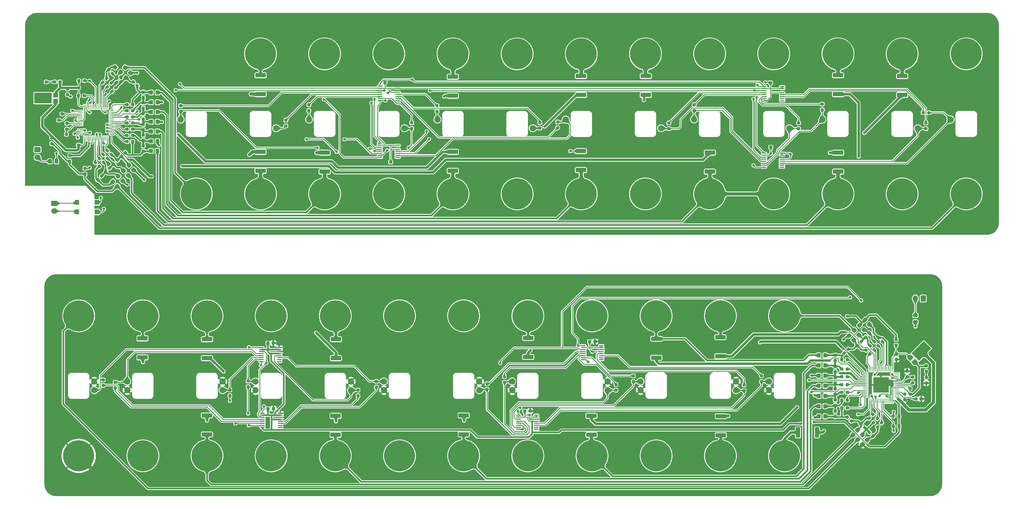
<source format=gbr>
%TF.GenerationSoftware,KiCad,Pcbnew,7.0.8*%
%TF.CreationDate,2023-12-06T14:39:46-05:00*%
%TF.ProjectId,BMS1,424d5331-2e6b-4696-9361-645f70636258,1*%
%TF.SameCoordinates,Original*%
%TF.FileFunction,Copper,L1,Top*%
%TF.FilePolarity,Positive*%
%FSLAX46Y46*%
G04 Gerber Fmt 4.6, Leading zero omitted, Abs format (unit mm)*
G04 Created by KiCad (PCBNEW 7.0.8) date 2023-12-06 14:39:46*
%MOMM*%
%LPD*%
G01*
G04 APERTURE LIST*
G04 Aperture macros list*
%AMRoundRect*
0 Rectangle with rounded corners*
0 $1 Rounding radius*
0 $2 $3 $4 $5 $6 $7 $8 $9 X,Y pos of 4 corners*
0 Add a 4 corners polygon primitive as box body*
4,1,4,$2,$3,$4,$5,$6,$7,$8,$9,$2,$3,0*
0 Add four circle primitives for the rounded corners*
1,1,$1+$1,$2,$3*
1,1,$1+$1,$4,$5*
1,1,$1+$1,$6,$7*
1,1,$1+$1,$8,$9*
0 Add four rect primitives between the rounded corners*
20,1,$1+$1,$2,$3,$4,$5,0*
20,1,$1+$1,$4,$5,$6,$7,0*
20,1,$1+$1,$6,$7,$8,$9,0*
20,1,$1+$1,$8,$9,$2,$3,0*%
%AMRotRect*
0 Rectangle, with rotation*
0 The origin of the aperture is its center*
0 $1 length*
0 $2 width*
0 $3 Rotation angle, in degrees counterclockwise*
0 Add horizontal line*
21,1,$1,$2,0,0,$3*%
G04 Aperture macros list end*
%TA.AperFunction,SMDPad,CuDef*%
%ADD10RoundRect,0.249999X-1.425001X0.450001X-1.425001X-0.450001X1.425001X-0.450001X1.425001X0.450001X0*%
%TD*%
%TA.AperFunction,SMDPad,CuDef*%
%ADD11RoundRect,0.250000X-0.350000X-0.450000X0.350000X-0.450000X0.350000X0.450000X-0.350000X0.450000X0*%
%TD*%
%TA.AperFunction,SMDPad,CuDef*%
%ADD12RoundRect,0.237500X-0.044194X-0.380070X0.380070X0.044194X0.044194X0.380070X-0.380070X-0.044194X0*%
%TD*%
%TA.AperFunction,SMDPad,CuDef*%
%ADD13RoundRect,0.237500X0.371231X-0.035355X-0.035355X0.371231X-0.371231X0.035355X0.035355X-0.371231X0*%
%TD*%
%TA.AperFunction,SMDPad,CuDef*%
%ADD14RoundRect,0.237500X-0.237500X0.300000X-0.237500X-0.300000X0.237500X-0.300000X0.237500X0.300000X0*%
%TD*%
%TA.AperFunction,ComponentPad*%
%ADD15C,10.000000*%
%TD*%
%TA.AperFunction,ComponentPad*%
%ADD16C,2.000000*%
%TD*%
%TA.AperFunction,SMDPad,CuDef*%
%ADD17RoundRect,0.100000X-0.637500X-0.100000X0.637500X-0.100000X0.637500X0.100000X-0.637500X0.100000X0*%
%TD*%
%TA.AperFunction,SMDPad,CuDef*%
%ADD18RoundRect,0.237500X0.380070X-0.044194X-0.044194X0.380070X-0.380070X0.044194X0.044194X-0.380070X0*%
%TD*%
%TA.AperFunction,SMDPad,CuDef*%
%ADD19RoundRect,0.237500X0.300000X0.237500X-0.300000X0.237500X-0.300000X-0.237500X0.300000X-0.237500X0*%
%TD*%
%TA.AperFunction,SMDPad,CuDef*%
%ADD20RoundRect,0.237500X0.237500X-0.250000X0.237500X0.250000X-0.237500X0.250000X-0.237500X-0.250000X0*%
%TD*%
%TA.AperFunction,SMDPad,CuDef*%
%ADD21RoundRect,0.237500X-0.237500X0.250000X-0.237500X-0.250000X0.237500X-0.250000X0.237500X0.250000X0*%
%TD*%
%TA.AperFunction,SMDPad,CuDef*%
%ADD22RoundRect,0.237500X0.250000X0.237500X-0.250000X0.237500X-0.250000X-0.237500X0.250000X-0.237500X0*%
%TD*%
%TA.AperFunction,SMDPad,CuDef*%
%ADD23RoundRect,0.250000X-0.565685X-0.070711X-0.070711X-0.565685X0.565685X0.070711X0.070711X0.565685X0*%
%TD*%
%TA.AperFunction,SMDPad,CuDef*%
%ADD24R,5.571200X3.410801*%
%TD*%
%TA.AperFunction,SMDPad,CuDef*%
%ADD25R,1.603200X1.390000*%
%TD*%
%TA.AperFunction,SMDPad,CuDef*%
%ADD26R,1.400000X1.650000*%
%TD*%
%TA.AperFunction,SMDPad,CuDef*%
%ADD27RoundRect,0.237500X0.237500X-0.300000X0.237500X0.300000X-0.237500X0.300000X-0.237500X-0.300000X0*%
%TD*%
%TA.AperFunction,SMDPad,CuDef*%
%ADD28R,0.250000X1.500000*%
%TD*%
%TA.AperFunction,SMDPad,CuDef*%
%ADD29R,1.500000X0.250000*%
%TD*%
%TA.AperFunction,SMDPad,CuDef*%
%ADD30R,5.000000X5.000000*%
%TD*%
%TA.AperFunction,SMDPad,CuDef*%
%ADD31RoundRect,0.237500X0.035355X0.371231X-0.371231X-0.035355X-0.035355X-0.371231X0.371231X0.035355X0*%
%TD*%
%TA.AperFunction,SMDPad,CuDef*%
%ADD32RoundRect,0.237500X0.287500X0.237500X-0.287500X0.237500X-0.287500X-0.237500X0.287500X-0.237500X0*%
%TD*%
%TA.AperFunction,SMDPad,CuDef*%
%ADD33RoundRect,0.249999X1.425001X-0.450001X1.425001X0.450001X-1.425001X0.450001X-1.425001X-0.450001X0*%
%TD*%
%TA.AperFunction,SMDPad,CuDef*%
%ADD34RoundRect,0.250000X0.565685X0.070711X0.070711X0.565685X-0.565685X-0.070711X-0.070711X-0.565685X0*%
%TD*%
%TA.AperFunction,SMDPad,CuDef*%
%ADD35RoundRect,0.237500X-0.035355X-0.371231X0.371231X0.035355X0.035355X0.371231X-0.371231X-0.035355X0*%
%TD*%
%TA.AperFunction,SMDPad,CuDef*%
%ADD36RoundRect,0.250000X0.350000X0.450000X-0.350000X0.450000X-0.350000X-0.450000X0.350000X-0.450000X0*%
%TD*%
%TA.AperFunction,ComponentPad*%
%ADD37RoundRect,0.250000X0.600000X0.750000X-0.600000X0.750000X-0.600000X-0.750000X0.600000X-0.750000X0*%
%TD*%
%TA.AperFunction,ComponentPad*%
%ADD38O,1.700000X2.000000*%
%TD*%
%TA.AperFunction,SMDPad,CuDef*%
%ADD39RoundRect,0.237500X-0.371231X0.035355X0.035355X-0.371231X0.371231X-0.035355X-0.035355X0.371231X0*%
%TD*%
%TA.AperFunction,SMDPad,CuDef*%
%ADD40RotRect,5.571200X3.410801X45.000000*%
%TD*%
%TA.AperFunction,SMDPad,CuDef*%
%ADD41RotRect,1.603200X1.390000X45.000000*%
%TD*%
%TA.AperFunction,SMDPad,CuDef*%
%ADD42RoundRect,0.250000X-0.070711X0.565685X-0.565685X0.070711X0.070711X-0.565685X0.565685X-0.070711X0*%
%TD*%
%TA.AperFunction,ComponentPad*%
%ADD43RoundRect,0.250000X-0.750000X0.600000X-0.750000X-0.600000X0.750000X-0.600000X0.750000X0.600000X0*%
%TD*%
%TA.AperFunction,ComponentPad*%
%ADD44O,2.000000X1.700000*%
%TD*%
%TA.AperFunction,SMDPad,CuDef*%
%ADD45RoundRect,0.237500X-0.250000X-0.237500X0.250000X-0.237500X0.250000X0.237500X-0.250000X0.237500X0*%
%TD*%
%TA.AperFunction,SMDPad,CuDef*%
%ADD46RoundRect,0.237500X-0.300000X-0.237500X0.300000X-0.237500X0.300000X0.237500X-0.300000X0.237500X0*%
%TD*%
%TA.AperFunction,SMDPad,CuDef*%
%ADD47RoundRect,0.237500X0.237500X-0.287500X0.237500X0.287500X-0.237500X0.287500X-0.237500X-0.287500X0*%
%TD*%
%TA.AperFunction,SMDPad,CuDef*%
%ADD48RoundRect,0.237500X-0.287500X-0.237500X0.287500X-0.237500X0.287500X0.237500X-0.287500X0.237500X0*%
%TD*%
%TA.AperFunction,SMDPad,CuDef*%
%ADD49RoundRect,0.237500X-0.380070X0.044194X0.044194X-0.380070X0.380070X-0.044194X-0.044194X0.380070X0*%
%TD*%
%TA.AperFunction,SMDPad,CuDef*%
%ADD50RoundRect,0.237500X0.044194X0.380070X-0.380070X-0.044194X-0.044194X-0.380070X0.380070X0.044194X0*%
%TD*%
%TA.AperFunction,SMDPad,CuDef*%
%ADD51RoundRect,0.250000X-0.337500X-0.475000X0.337500X-0.475000X0.337500X0.475000X-0.337500X0.475000X0*%
%TD*%
%TA.AperFunction,SMDPad,CuDef*%
%ADD52RoundRect,0.249999X-0.450001X-1.425001X0.450001X-1.425001X0.450001X1.425001X-0.450001X1.425001X0*%
%TD*%
%TA.AperFunction,SMDPad,CuDef*%
%ADD53RoundRect,0.250000X0.070711X-0.565685X0.565685X-0.070711X-0.070711X0.565685X-0.565685X0.070711X0*%
%TD*%
%TA.AperFunction,SMDPad,CuDef*%
%ADD54RoundRect,0.250000X0.475000X-0.337500X0.475000X0.337500X-0.475000X0.337500X-0.475000X-0.337500X0*%
%TD*%
%TA.AperFunction,ViaPad*%
%ADD55C,0.800000*%
%TD*%
%TA.AperFunction,Conductor*%
%ADD56C,0.250000*%
%TD*%
%TA.AperFunction,Conductor*%
%ADD57C,0.500000*%
%TD*%
%TA.AperFunction,Conductor*%
%ADD58C,0.750000*%
%TD*%
%TA.AperFunction,Conductor*%
%ADD59C,1.000000*%
%TD*%
G04 APERTURE END LIST*
D10*
%TO.P,R31,1*%
%TO.N,Net-(B7--)*%
X129858000Y-125220000D03*
%TO.P,R31,2*%
%TO.N,/BatteryBus1.S5*%
X129858000Y-131320000D03*
%TD*%
D11*
%TO.P,R24,1*%
%TO.N,Net-(B4--)*%
X284912000Y-133658500D03*
%TO.P,R24,2*%
%TO.N,/BatteryBus1.C8*%
X286912000Y-133658500D03*
%TD*%
D12*
%TO.P,C28,1*%
%TO.N,/BatteryBus.C12*%
X55917598Y-71468696D03*
%TO.P,C28,2*%
%TO.N,/BatteryBus.C11*%
X57137358Y-70248936D03*
%TD*%
D13*
%TO.P,L23,1*%
%TO.N,/BatteryBus.C13*%
X53888718Y-69672718D03*
%TO.P,L23,2*%
%TO.N,Net-(U10-C13)*%
X52651282Y-68435282D03*
%TD*%
D14*
%TO.P,C20,1*%
%TO.N,/BatteryBus1.C7*%
X290152000Y-137565500D03*
%TO.P,C20,2*%
%TO.N,/BatteryBus1.C6*%
X290152000Y-139290500D03*
%TD*%
D15*
%TO.P,B3,1,+*%
%TO.N,Net-(B2--)*%
X232676000Y-162708000D03*
%TO.P,B3,2,-*%
%TO.N,Net-(B3--)*%
X232676000Y-117708000D03*
D16*
%TO.P,B3,3,T+*%
%TO.N,CT210*%
X227676000Y-138808000D03*
%TO.P,B3,4,T-*%
%TO.N,GND2*%
X227676000Y-141608000D03*
%TD*%
D17*
%TO.P,U5,1,SCL*%
%TO.N,/SCL2*%
X105933500Y-127898000D03*
%TO.P,U5,2,~{RESET}*%
%TO.N,VDD*%
X105933500Y-128548000D03*
%TO.P,U5,3,SDA*%
%TO.N,/SDA2*%
X105933500Y-129198000D03*
%TO.P,U5,4,S1*%
%TO.N,CT201*%
X105933500Y-129848000D03*
%TO.P,U5,5,S2*%
%TO.N,CT202*%
X105933500Y-130498000D03*
%TO.P,U5,6,S3*%
%TO.N,CT203*%
X105933500Y-131148000D03*
%TO.P,U5,7,S4*%
%TO.N,CT204*%
X105933500Y-131798000D03*
%TO.P,U5,8,D*%
%TO.N,D21*%
X105933500Y-132448000D03*
%TO.P,U5,9,S8*%
%TO.N,unconnected-(U5-S8-Pad9)*%
X111658500Y-132448000D03*
%TO.P,U5,10,S7*%
%TO.N,unconnected-(U5-S7-Pad10)*%
X111658500Y-131798000D03*
%TO.P,U5,11,S6*%
%TO.N,CT206*%
X111658500Y-131148000D03*
%TO.P,U5,12,S5*%
%TO.N,CT205*%
X111658500Y-130498000D03*
%TO.P,U5,13,VDD*%
%TO.N,VDD*%
X111658500Y-129848000D03*
%TO.P,U5,14,GND*%
%TO.N,GND2*%
X111658500Y-129198000D03*
%TO.P,U5,15,A1*%
%TO.N,VDD*%
X111658500Y-128548000D03*
%TO.P,U5,16,A0*%
%TO.N,GND2*%
X111658500Y-127898000D03*
%TD*%
D13*
%TO.P,L24,1*%
%TO.N,/BatteryBus.C12*%
X55158719Y-68402717D03*
%TO.P,L24,2*%
%TO.N,Net-(U10-C12)*%
X53921283Y-67165281D03*
%TD*%
D15*
%TO.P,B2,1,+*%
%TO.N,Net-(B1--)*%
X253296000Y-117707999D03*
%TO.P,B2,2,-*%
%TO.N,Net-(B2--)*%
X253296000Y-162707999D03*
D16*
%TO.P,B2,3,T+*%
%TO.N,CT211*%
X258296000Y-141607999D03*
%TO.P,B2,4,T-*%
%TO.N,GND2*%
X258296000Y-138807999D03*
%TD*%
D12*
%TO.P,C30,1*%
%TO.N,/BatteryBus.C10*%
X60964105Y-66422189D03*
%TO.P,C30,2*%
%TO.N,/BatteryBus.C9*%
X62183865Y-65202429D03*
%TD*%
D18*
%TO.P,C38,1*%
%TO.N,/BatteryBus.C2*%
X60788100Y-42536100D03*
%TO.P,C38,2*%
%TO.N,/BatteryBus.C1*%
X59568340Y-41316340D03*
%TD*%
D19*
%TO.P,C1,1*%
%TO.N,GND2*%
X109798105Y-147545185D03*
%TO.P,C1,2*%
%TO.N,VDD*%
X108073105Y-147545185D03*
%TD*%
%TO.P,C8,1*%
%TO.N,GND1*%
X271219000Y-63500000D03*
%TO.P,C8,2*%
%TO.N,VD*%
X269494000Y-63500000D03*
%TD*%
%TO.P,C2,1*%
%TO.N,GND1*%
X271118499Y-42775500D03*
%TO.P,C2,2*%
%TO.N,VD*%
X269393499Y-42775500D03*
%TD*%
D15*
%TO.P,B4,1,+*%
%TO.N,Net-(B3--)*%
X212076000Y-117708000D03*
%TO.P,B4,2,-*%
%TO.N,Net-(B4--)*%
X212076000Y-162708000D03*
D16*
%TO.P,B4,3,T+*%
%TO.N,CT209*%
X217076000Y-141608000D03*
%TO.P,B4,4,T-*%
%TO.N,GND2*%
X217076000Y-138808000D03*
%TD*%
D20*
%TO.P,R45,1*%
%TO.N,CT207*%
X178372000Y-141374500D03*
%TO.P,R45,2*%
%TO.N,C+207*%
X178372000Y-139549500D03*
%TD*%
D15*
%TO.P,B16,1,+*%
%TO.N,Net-(B15--)*%
X270444000Y-33532500D03*
%TO.P,B16,2,-*%
%TO.N,Net-(B16--)*%
X270444000Y-78532500D03*
D16*
%TO.P,B16,3,T+*%
%TO.N,CT110*%
X275444000Y-57432500D03*
%TO.P,B16,4,T-*%
%TO.N,GND1*%
X275444000Y-54632500D03*
%TD*%
D21*
%TO.P,R51,1*%
%TO.N,CT201*%
X55182000Y-138279500D03*
%TO.P,R51,2*%
%TO.N,C+201*%
X55182000Y-140104500D03*
%TD*%
D15*
%TO.P,B15,1,+*%
%TO.N,Net-(B14--)*%
X291044000Y-78532500D03*
%TO.P,B15,2,-*%
%TO.N,Net-(B15--)*%
X291044000Y-33532500D03*
D16*
%TO.P,B15,3,T+*%
%TO.N,CT111*%
X286044000Y-54632500D03*
%TO.P,B15,4,T-*%
%TO.N,GND1*%
X286044000Y-57432500D03*
%TD*%
D22*
%TO.P,R4,1*%
%TO.N,VDD*%
X310626000Y-149987000D03*
%TO.P,R4,2*%
%TO.N,/SDA2*%
X308801000Y-149987000D03*
%TD*%
D23*
%TO.P,R17,1*%
%TO.N,Net-(B1--)*%
X296309573Y-122398012D03*
%TO.P,R17,2*%
%TO.N,/BatteryBus1.C11*%
X297723787Y-123812226D03*
%TD*%
D24*
%TO.P,Q2,1,B*%
%TO.N,Net-(Q2-B)*%
X35821900Y-47752000D03*
D25*
%TO.P,Q2,2,C*%
%TO.N,VCC*%
X39905499Y-48672001D03*
%TO.P,Q2,3,E*%
%TO.N,VD*%
X39905499Y-46831999D03*
%TD*%
D20*
%TO.P,R44,1*%
%TO.N,CT208*%
X183960000Y-139088500D03*
%TO.P,R44,2*%
%TO.N,C+208*%
X183960000Y-137263500D03*
%TD*%
D15*
%TO.P,B19,1,+*%
%TO.N,Net-(B18--)*%
X208644000Y-78532500D03*
%TO.P,B19,2,-*%
%TO.N,Net-(B19--)*%
X208644000Y-33532500D03*
D16*
%TO.P,B19,3,T+*%
%TO.N,CT107*%
X203644000Y-54632500D03*
%TO.P,B19,4,T-*%
%TO.N,GND1*%
X203644000Y-57432500D03*
%TD*%
D15*
%TO.P,B13,1,+*%
%TO.N,Net-(B13-+)*%
X332244000Y-78532500D03*
%TO.P,B13,2,-*%
%TO.N,Net-(B13--)*%
X332244000Y-33532500D03*
D16*
%TO.P,B13,3,T+*%
%TO.N,CT113*%
X327244000Y-54632500D03*
%TO.P,B13,4,T-*%
%TO.N,GND1*%
X327244000Y-57432500D03*
%TD*%
D26*
%TO.P,T1,1,1*%
%TO.N,Net-(U10-CSB(IMA))*%
X53086000Y-84328000D03*
%TO.P,T1,2,2*%
%TO.N,Net-(U10-SCK(IPA))*%
X53086000Y-81280000D03*
%TO.P,T1,3,3*%
%TO.N,/IPA*%
X46736000Y-81280000D03*
%TO.P,T1,4,4*%
%TO.N,/IMA*%
X46736000Y-84328000D03*
%TD*%
D21*
%TO.P,R5,1*%
%TO.N,Net-(U9-ICMP)*%
X315044000Y-137412000D03*
%TO.P,R5,2*%
%TO.N,Net-(U9-IBIAS)*%
X315044000Y-139237000D03*
%TD*%
D27*
%TO.P,C34,1*%
%TO.N,/BatteryBus.C6*%
X68002000Y-54460149D03*
%TO.P,C34,2*%
%TO.N,/BatteryBus.C5*%
X68002000Y-52735149D03*
%TD*%
D20*
%TO.P,R84,1*%
%TO.N,CT110*%
X278384000Y-57554500D03*
%TO.P,R84,2*%
%TO.N,C+110*%
X278384000Y-55729500D03*
%TD*%
D18*
%TO.P,C39,1*%
%TO.N,/BatteryBus.C1*%
X58096000Y-39844000D03*
%TO.P,C39,2*%
%TO.N,/BatteryBus.C0*%
X56876240Y-38624240D03*
%TD*%
D28*
%TO.P,U10,1,V+*%
%TO.N,VCC*%
X49082000Y-60701000D03*
%TO.P,U10,2*%
%TO.N,N/C*%
X49582000Y-60701000D03*
%TO.P,U10,3*%
X50082000Y-60701000D03*
%TO.P,U10,4,C15*%
%TO.N,/BatteryBus.C14*%
X50582000Y-60701000D03*
%TO.P,U10,5,S15*%
%TO.N,/BatteryBus.S15*%
X51082000Y-60701000D03*
%TO.P,U10,6,C14*%
%TO.N,/BatteryBus.C14*%
X51582000Y-60701000D03*
%TO.P,U10,7,S14*%
%TO.N,/BatteryBus.S14*%
X52082000Y-60701000D03*
%TO.P,U10,8,C13*%
%TO.N,Net-(U10-C13)*%
X52582000Y-60701000D03*
%TO.P,U10,9,S13*%
%TO.N,/BatteryBus.S13*%
X53082000Y-60701000D03*
%TO.P,U10,10,C12*%
%TO.N,Net-(U10-C12)*%
X53582000Y-60701000D03*
%TO.P,U10,11,S12*%
%TO.N,/BatteryBus.S12*%
X54082000Y-60701000D03*
%TO.P,U10,12,C11*%
%TO.N,Net-(U10-C11)*%
X54582000Y-60701000D03*
%TO.P,U10,13,S11*%
%TO.N,/BatteryBus.S11*%
X55082000Y-60701000D03*
%TO.P,U10,14*%
%TO.N,N/C*%
X55582000Y-60701000D03*
%TO.P,U10,15*%
X56082000Y-60701000D03*
%TO.P,U10,16,C10*%
%TO.N,Net-(U10-C10)*%
X56582000Y-60701000D03*
D29*
%TO.P,U10,17,S10*%
%TO.N,/BatteryBus.S10*%
X57907000Y-59376000D03*
%TO.P,U10,18,C9*%
%TO.N,Net-(U10-C9)*%
X57907000Y-58876000D03*
%TO.P,U10,19,S9*%
%TO.N,/BatteryBus.S9*%
X57907000Y-58376000D03*
%TO.P,U10,20,C8*%
%TO.N,Net-(U10-C8)*%
X57907000Y-57876000D03*
%TO.P,U10,21,S8*%
%TO.N,/BatteryBus.S8*%
X57907000Y-57376000D03*
%TO.P,U10,22,C7*%
%TO.N,Net-(U10-C7)*%
X57907000Y-56876000D03*
%TO.P,U10,23,S7*%
%TO.N,/BatteryBus.S7*%
X57907000Y-56376000D03*
%TO.P,U10,24,C6*%
%TO.N,Net-(U10-C6)*%
X57907000Y-55876000D03*
%TO.P,U10,25,S6*%
%TO.N,/BatteryBus.S6*%
X57907000Y-55376000D03*
%TO.P,U10,26*%
%TO.N,N/C*%
X57907000Y-54876000D03*
%TO.P,U10,27*%
X57907000Y-54376000D03*
%TO.P,U10,28,C5*%
%TO.N,Net-(U10-C5)*%
X57907000Y-53876000D03*
%TO.P,U10,29,S5*%
%TO.N,/BatteryBus.S5*%
X57907000Y-53376000D03*
%TO.P,U10,30,C4*%
%TO.N,Net-(U10-C4)*%
X57907000Y-52876000D03*
%TO.P,U10,31,S4*%
%TO.N,/BatteryBus.S4*%
X57907000Y-52376000D03*
%TO.P,U10,32,C3*%
%TO.N,Net-(U10-C3)*%
X57907000Y-51876000D03*
D28*
%TO.P,U10,33,S3*%
%TO.N,/BatteryBus.S3*%
X56582000Y-50551000D03*
%TO.P,U10,34,C2*%
%TO.N,Net-(U10-C2)*%
X56082000Y-50551000D03*
%TO.P,U10,35,S2*%
%TO.N,/BatteryBus.S2*%
X55582000Y-50551000D03*
%TO.P,U10,36,C1*%
%TO.N,Net-(U10-C1)*%
X55082000Y-50551000D03*
%TO.P,U10,37,S1*%
%TO.N,/BatteryBus.S1*%
X54582000Y-50551000D03*
%TO.P,U10,38,C0*%
%TO.N,Net-(U10-C0)*%
X54082000Y-50551000D03*
%TO.P,U10,39,GPIO1*%
%TO.N,unconnected-(U10-GPIO1-Pad39)*%
X53582000Y-50551000D03*
%TO.P,U10,40,GPIO2*%
%TO.N,unconnected-(U10-GPIO2-Pad40)*%
X53082000Y-50551000D03*
%TO.P,U10,41,GPIO3*%
%TO.N,/SCL1*%
X52582000Y-50551000D03*
%TO.P,U10,42,GPIO4*%
%TO.N,/SDA1*%
X52082000Y-50551000D03*
%TO.P,U10,43,GPIO5*%
%TO.N,unconnected-(U10-GPIO5-Pad43)*%
X51582000Y-50551000D03*
%TO.P,U10,44,GPIO6*%
%TO.N,unconnected-(U10-GPIO6-Pad44)*%
X51082000Y-50551000D03*
%TO.P,U10,45,GPIO7*%
%TO.N,unconnected-(U10-GPIO7-Pad45)*%
X50582000Y-50551000D03*
%TO.P,U10,46,GPIO8*%
%TO.N,/D11*%
X50082000Y-50551000D03*
%TO.P,U10,47,GPIO9*%
%TO.N,/D12*%
X49582000Y-50551000D03*
%TO.P,U10,48,VREG*%
%TO.N,VD*%
X49082000Y-50551000D03*
D29*
%TO.P,U10,49,DRIVE*%
%TO.N,Net-(Q2-B)*%
X47757000Y-51876000D03*
%TO.P,U10,50,VREF2*%
%TO.N,unconnected-(U10-VREF2-Pad50)*%
X47757000Y-52376000D03*
%TO.P,U10,51,VREF1*%
%TO.N,Net-(U10-VREF1)*%
X47757000Y-52876000D03*
%TO.P,U10,52,DTEN*%
%TO.N,Net-(U10-DTEN)*%
X47757000Y-53376000D03*
%TO.P,U10,53,SDI(NC)*%
%TO.N,unconnected-(U10-SDI(NC)-Pad53)*%
X47757000Y-53876000D03*
%TO.P,U10,54,SDO(NC)*%
%TO.N,unconnected-(U10-SDO(NC)-Pad54)*%
X47757000Y-54376000D03*
%TO.P,U10,55,ISOMD*%
%TO.N,VD*%
X47757000Y-54876000D03*
%TO.P,U10,56,WDT*%
%TO.N,Net-(U10-WDT)*%
X47757000Y-55376000D03*
%TO.P,U10,57,IBIAS*%
%TO.N,Net-(U10-IBIAS)*%
X47757000Y-55876000D03*
%TO.P,U10,58,ICMP*%
%TO.N,Net-(U10-ICMP)*%
X47757000Y-56376000D03*
%TO.P,U10,59,V-*%
%TO.N,GND1*%
X47757000Y-56876000D03*
%TO.P,U10,60,V-*%
X47757000Y-57376000D03*
%TO.P,U10,61,CSB(IMA)*%
%TO.N,Net-(U10-CSB(IMA))*%
X47757000Y-57876000D03*
%TO.P,U10,62,SCK(IPA)*%
%TO.N,Net-(U10-SCK(IPA))*%
X47757000Y-58376000D03*
%TO.P,U10,63,IMB*%
%TO.N,Net-(U10-IMB)*%
X47757000Y-58876000D03*
%TO.P,U10,64,IPB*%
%TO.N,Net-(J2-Pin_1)*%
X47757000Y-59376000D03*
D30*
%TO.P,U10,65,V-*%
%TO.N,GND1*%
X52832000Y-55626000D03*
%TD*%
D20*
%TO.P,R85,1*%
%TO.N,CT109*%
X244856000Y-51759500D03*
%TO.P,R85,2*%
%TO.N,C+109*%
X244856000Y-49934500D03*
%TD*%
D15*
%TO.P,B20,1,+*%
%TO.N,Net-(B19--)*%
X188044000Y-33532500D03*
%TO.P,B20,2,-*%
%TO.N,Net-(B20--)*%
X188044000Y-78532500D03*
D16*
%TO.P,B20,3,T+*%
%TO.N,CT106*%
X193044000Y-57432500D03*
%TO.P,B20,4,T-*%
%TO.N,GND1*%
X193044000Y-54632500D03*
%TD*%
D31*
%TO.P,L18,1*%
%TO.N,/BatteryBus.C1*%
X57730038Y-42902601D03*
%TO.P,L18,2*%
%TO.N,Net-(U10-C1)*%
X56492602Y-44140037D03*
%TD*%
D20*
%TO.P,R40,1*%
%TO.N,CT212*%
X266510000Y-138834500D03*
%TO.P,R40,2*%
%TO.N,C+212*%
X266510000Y-137009500D03*
%TD*%
D19*
%TO.P,C3,1*%
%TO.N,GND2*%
X192188500Y-148336001D03*
%TO.P,C3,2*%
%TO.N,VDD*%
X190463500Y-148336001D03*
%TD*%
D14*
%TO.P,C32,1*%
%TO.N,/BatteryBus.C7*%
X68002000Y-59643949D03*
%TO.P,C32,2*%
%TO.N,/BatteryBus.C8*%
X68002000Y-61368949D03*
%TD*%
D32*
%TO.P,L28,1*%
%TO.N,/BatteryBus.C7*%
X64559001Y-57729800D03*
%TO.P,L28,2*%
%TO.N,Net-(U10-C7)*%
X62809001Y-57729800D03*
%TD*%
D33*
%TO.P,R67,1*%
%TO.N,Net-(B14--)*%
X291084000Y-71376000D03*
%TO.P,R67,2*%
%TO.N,/BatteryBus.S11*%
X291084000Y-65276000D03*
%TD*%
D34*
%TO.P,R58,1*%
%TO.N,Net-(B13-+)*%
X59632707Y-76043507D03*
%TO.P,R58,2*%
%TO.N,/BatteryBus.C13*%
X58218493Y-74629293D03*
%TD*%
D10*
%TO.P,R72,1*%
%TO.N,Net-(B13--)*%
X311658000Y-40636000D03*
%TO.P,R72,2*%
%TO.N,/BatteryBus.S12*%
X311658000Y-46736000D03*
%TD*%
D35*
%TO.P,L15,1*%
%TO.N,/BatteryBus1.C2*%
X301046682Y-150622218D03*
%TO.P,L15,2*%
%TO.N,Net-(U9-C2)*%
X302284118Y-149384782D03*
%TD*%
D36*
%TO.P,R65,1*%
%TO.N,Net-(B19--)*%
X72542000Y-55338000D03*
%TO.P,R65,2*%
%TO.N,/BatteryBus.C6*%
X70542000Y-55338000D03*
%TD*%
D37*
%TO.P,J3,1,Pin_1*%
%TO.N,Net-(J3-Pin_1)*%
X318413000Y-112141000D03*
D38*
%TO.P,J3,2,Pin_2*%
%TO.N,Net-(J3-Pin_2)*%
X315913000Y-112141000D03*
%TD*%
D39*
%TO.P,L7,1*%
%TO.N,/BatteryBus1.C15*%
X304049282Y-124755282D03*
%TO.P,L7,2*%
%TO.N,Net-(U9-C13)*%
X305286718Y-125992718D03*
%TD*%
D17*
%TO.P,U4,1,SCL*%
%TO.N,/SCL1*%
X143980315Y-43920475D03*
%TO.P,U4,2,~{RESET}*%
%TO.N,VD*%
X143980315Y-44570475D03*
%TO.P,U4,3,SDA*%
%TO.N,/SDA1*%
X143980315Y-45220475D03*
%TO.P,U4,4,S1*%
%TO.N,C+101*%
X143980315Y-45870475D03*
%TO.P,U4,5,S2*%
%TO.N,C+102*%
X143980315Y-46520475D03*
%TO.P,U4,6,S3*%
%TO.N,C+103*%
X143980315Y-47170475D03*
%TO.P,U4,7,S4*%
%TO.N,C+104*%
X143980315Y-47820475D03*
%TO.P,U4,8,D*%
%TO.N,VD*%
X143980315Y-48470475D03*
%TO.P,U4,9,S8*%
%TO.N,unconnected-(U4-S8-Pad9)*%
X149705315Y-48470475D03*
%TO.P,U4,10,S7*%
%TO.N,C+107*%
X149705315Y-47820475D03*
%TO.P,U4,11,S6*%
%TO.N,C+106*%
X149705315Y-47170475D03*
%TO.P,U4,12,S5*%
%TO.N,C+105*%
X149705315Y-46520475D03*
%TO.P,U4,13,VDD*%
%TO.N,VD*%
X149705315Y-45870475D03*
%TO.P,U4,14,GND*%
%TO.N,GND1*%
X149705315Y-45220475D03*
%TO.P,U4,15,A1*%
%TO.N,VD*%
X149705315Y-44570475D03*
%TO.P,U4,16,A0*%
%TO.N,GND1*%
X149705315Y-43920475D03*
%TD*%
D14*
%TO.P,C21,1*%
%TO.N,/BatteryBus1.C6*%
X290152000Y-141168759D03*
%TO.P,C21,2*%
%TO.N,/BatteryBus1.C5*%
X290152000Y-142893759D03*
%TD*%
D15*
%TO.P,B18,1,+*%
%TO.N,Net-(B17--)*%
X229244000Y-33532500D03*
%TO.P,B18,2,-*%
%TO.N,Net-(B18--)*%
X229244000Y-78532500D03*
D16*
%TO.P,B18,3,T+*%
%TO.N,CT108*%
X234244000Y-57432500D03*
%TO.P,B18,4,T-*%
%TO.N,GND1*%
X234244000Y-54632500D03*
%TD*%
D17*
%TO.P,U6,1,SCL*%
%TO.N,/SCL2*%
X188463500Y-149617000D03*
%TO.P,U6,2,~{RESET}*%
%TO.N,VDD*%
X188463500Y-150267000D03*
%TO.P,U6,3,SDA*%
%TO.N,/SDA2*%
X188463500Y-150917000D03*
%TO.P,U6,4,S1*%
%TO.N,CT207*%
X188463500Y-151567000D03*
%TO.P,U6,5,S2*%
%TO.N,CT208*%
X188463500Y-152217000D03*
%TO.P,U6,6,S3*%
%TO.N,CT209*%
X188463500Y-152867000D03*
%TO.P,U6,7,S4*%
%TO.N,CT210*%
X188463500Y-153517000D03*
%TO.P,U6,8,D*%
%TO.N,/D22*%
X188463500Y-154167000D03*
%TO.P,U6,9,S8*%
%TO.N,unconnected-(U6-S8-Pad9)*%
X194188500Y-154167000D03*
%TO.P,U6,10,S7*%
%TO.N,unconnected-(U6-S7-Pad10)*%
X194188500Y-153517000D03*
%TO.P,U6,11,S6*%
%TO.N,CT212*%
X194188500Y-152867000D03*
%TO.P,U6,12,S5*%
%TO.N,CT211*%
X194188500Y-152217000D03*
%TO.P,U6,13,VDD*%
%TO.N,VDD*%
X194188500Y-151567000D03*
%TO.P,U6,14,GND*%
%TO.N,GND2*%
X194188500Y-150917000D03*
%TO.P,U6,15,A1*%
%TO.N,VDD*%
X194188500Y-150267000D03*
%TO.P,U6,16,A0*%
X194188500Y-149617000D03*
%TD*%
D22*
%TO.P,R81,1*%
%TO.N,CT113*%
X320214000Y-52451000D03*
%TO.P,R81,2*%
%TO.N,C+113*%
X318389000Y-52451000D03*
%TD*%
D27*
%TO.P,C35,1*%
%TO.N,/BatteryBus.C5*%
X68002000Y-51005749D03*
%TO.P,C35,2*%
%TO.N,/BatteryBus.C4*%
X68002000Y-49280749D03*
%TD*%
D20*
%TO.P,R88,1*%
%TO.N,CT106*%
X195326000Y-57404000D03*
%TO.P,R88,2*%
%TO.N,C+106*%
X195326000Y-55579000D03*
%TD*%
D40*
%TO.P,Q1,1,B*%
%TO.N,Net-(Q1-B)*%
X317852202Y-128997798D03*
D41*
%TO.P,Q1,2,C*%
%TO.N,VDC*%
X314314123Y-131234799D03*
%TO.P,Q1,3,E*%
%TO.N,VDD*%
X315615201Y-132535877D03*
%TD*%
D21*
%TO.P,R47,1*%
%TO.N,CT205*%
X136970000Y-141581500D03*
%TO.P,R47,2*%
%TO.N,C+205*%
X136970000Y-143406500D03*
%TD*%
D17*
%TO.P,U3,1,SCL*%
%TO.N,/SCL1*%
X267393500Y-44056500D03*
%TO.P,U3,2,~{RESET}*%
%TO.N,VD*%
X267393500Y-44706500D03*
%TO.P,U3,3,SDA*%
%TO.N,/SDA1*%
X267393500Y-45356500D03*
%TO.P,U3,4,S1*%
%TO.N,C+108*%
X267393500Y-46006500D03*
%TO.P,U3,5,S2*%
%TO.N,C+109*%
X267393500Y-46656500D03*
%TO.P,U3,6,S3*%
%TO.N,C+110*%
X267393500Y-47306500D03*
%TO.P,U3,7,S4*%
%TO.N,C+111*%
X267393500Y-47956500D03*
%TO.P,U3,8,D*%
%TO.N,VD*%
X267393500Y-48606500D03*
%TO.P,U3,9,S8*%
%TO.N,unconnected-(U3-S8-Pad9)*%
X273118500Y-48606500D03*
%TO.P,U3,10,S7*%
%TO.N,unconnected-(U3-S7-Pad10)*%
X273118500Y-47956500D03*
%TO.P,U3,11,S6*%
%TO.N,C+113*%
X273118500Y-47306500D03*
%TO.P,U3,12,S5*%
%TO.N,C+112*%
X273118500Y-46656500D03*
%TO.P,U3,13,VDD*%
%TO.N,VD*%
X273118500Y-46006500D03*
%TO.P,U3,14,GND*%
%TO.N,GND1*%
X273118500Y-45356500D03*
%TO.P,U3,15,A1*%
%TO.N,VD*%
X273118500Y-44706500D03*
%TO.P,U3,16,A0*%
X273118500Y-44056500D03*
%TD*%
D20*
%TO.P,R95,1*%
%TO.N,GND2*%
X319405000Y-139342500D03*
%TO.P,R95,2*%
%TO.N,Net-(D2-K)*%
X319405000Y-137517500D03*
%TD*%
D11*
%TO.P,R22,1*%
%TO.N,Net-(B10-+)*%
X284912000Y-150027200D03*
%TO.P,R22,2*%
%TO.N,/BatteryBus1.C3*%
X286912000Y-150027200D03*
%TD*%
D23*
%TO.P,R20,1*%
%TO.N,Net-(B1-+)*%
X297966673Y-120755113D03*
%TO.P,R20,2*%
%TO.N,/BatteryBus1.C12*%
X299380887Y-122169327D03*
%TD*%
D21*
%TO.P,R1,1*%
%TO.N,GND2*%
X313266000Y-135483500D03*
%TO.P,R1,2*%
%TO.N,Net-(U9-ICMP)*%
X313266000Y-137308500D03*
%TD*%
D20*
%TO.P,R89,1*%
%TO.N,CT105*%
X162306000Y-52013500D03*
%TO.P,R89,2*%
%TO.N,C+105*%
X162306000Y-50188500D03*
%TD*%
D15*
%TO.P,B6,1,+*%
%TO.N,Net-(B5--)*%
X170876000Y-117707999D03*
%TO.P,B6,2,-*%
%TO.N,Net-(B6--)*%
X170876000Y-162707999D03*
D16*
%TO.P,B6,3,T+*%
%TO.N,CT207*%
X175876000Y-141607999D03*
%TO.P,B6,4,T-*%
%TO.N,GND2*%
X175876000Y-138807999D03*
%TD*%
D15*
%TO.P,B17,1,+*%
%TO.N,Net-(B16--)*%
X249844000Y-78532500D03*
%TO.P,B17,2,-*%
%TO.N,Net-(B17--)*%
X249844000Y-33532500D03*
D16*
%TO.P,B17,3,T+*%
%TO.N,CT109*%
X244844000Y-54632500D03*
%TO.P,B17,4,T-*%
%TO.N,GND1*%
X244844000Y-57432500D03*
%TD*%
D36*
%TO.P,R61,1*%
%TO.N,Net-(B22--)*%
X72542000Y-45953149D03*
%TO.P,R61,2*%
%TO.N,/BatteryBus.C3*%
X70542000Y-45953149D03*
%TD*%
D14*
%TO.P,C23,1*%
%TO.N,/BatteryBus1.C4*%
X290152001Y-148375280D03*
%TO.P,C23,2*%
%TO.N,/BatteryBus1.C3*%
X290152001Y-150100280D03*
%TD*%
D32*
%TO.P,L29,1*%
%TO.N,/BatteryBus.C5*%
X64559000Y-53771700D03*
%TO.P,L29,2*%
%TO.N,Net-(U10-C5)*%
X62809000Y-53771700D03*
%TD*%
D21*
%TO.P,R50,1*%
%TO.N,CT202*%
X58992000Y-139041500D03*
%TO.P,R50,2*%
%TO.N,C+202*%
X58992000Y-140866500D03*
%TD*%
D14*
%TO.P,C22,1*%
%TO.N,/BatteryBus1.C5*%
X290152000Y-144772020D03*
%TO.P,C22,2*%
%TO.N,/BatteryBus1.C4*%
X290152000Y-146497020D03*
%TD*%
D21*
%TO.P,R48,1*%
%TO.N,CT204*%
X101664000Y-138684000D03*
%TO.P,R48,2*%
%TO.N,C+204*%
X101664000Y-140509000D03*
%TD*%
D15*
%TO.P,B21,1,+*%
%TO.N,Net-(B20--)*%
X167444000Y-78532500D03*
%TO.P,B21,2,-*%
%TO.N,Net-(B21--)*%
X167444000Y-33532500D03*
D16*
%TO.P,B21,3,T+*%
%TO.N,CT105*%
X162444000Y-54632500D03*
%TO.P,B21,4,T-*%
%TO.N,GND1*%
X162444000Y-57432500D03*
%TD*%
D33*
%TO.P,R30,1*%
%TO.N,Net-(B2--)*%
X253429000Y-156085000D03*
%TO.P,R30,2*%
%TO.N,/BatteryBus1.S10*%
X253429000Y-149985000D03*
%TD*%
D15*
%TO.P,B14,1,+*%
%TO.N,Net-(B13--)*%
X311644000Y-33532500D03*
%TO.P,B14,2,-*%
%TO.N,Net-(B14--)*%
X311644000Y-78532500D03*
D16*
%TO.P,B14,3,T+*%
%TO.N,CT112*%
X316644000Y-57432500D03*
%TO.P,B14,4,T-*%
%TO.N,GND1*%
X316644000Y-54632500D03*
%TD*%
D42*
%TO.P,R53,1*%
%TO.N,Net-(B24--)*%
X62215827Y-37948713D03*
%TO.P,R53,2*%
%TO.N,/BatteryBus.C1*%
X60801613Y-39362927D03*
%TD*%
D20*
%TO.P,R90,1*%
%TO.N,CT104*%
X154178000Y-57531000D03*
%TO.P,R90,2*%
%TO.N,C+104*%
X154178000Y-55706000D03*
%TD*%
D19*
%TO.P,C14,1*%
%TO.N,VCC*%
X47217500Y-62865000D03*
%TO.P,C14,2*%
%TO.N,GND1*%
X45492500Y-62865000D03*
%TD*%
D43*
%TO.P,J2,1,Pin_1*%
%TO.N,Net-(J2-Pin_1)*%
X34053000Y-64282000D03*
D44*
%TO.P,J2,2,Pin_2*%
%TO.N,Net-(J2-Pin_2)*%
X34053000Y-66782000D03*
%TD*%
D20*
%TO.P,R91,1*%
%TO.N,CT103*%
X121158000Y-51759500D03*
%TO.P,R91,2*%
%TO.N,C+103*%
X121158000Y-49934500D03*
%TD*%
D15*
%TO.P,B9,1,+*%
%TO.N,Net-(B8--)*%
X109076000Y-162707999D03*
%TO.P,B9,2,-*%
%TO.N,Net-(B10-+)*%
X109076000Y-117707999D03*
D16*
%TO.P,B9,3,T+*%
%TO.N,CT204*%
X104076000Y-138807999D03*
%TO.P,B9,4,T-*%
%TO.N,GND2*%
X104076000Y-141607999D03*
%TD*%
D17*
%TO.P,U8,1,SCL*%
%TO.N,/SCL1*%
X267325000Y-65428500D03*
%TO.P,U8,2,~{RESET}*%
%TO.N,VD*%
X267325000Y-66078500D03*
%TO.P,U8,3,SDA*%
%TO.N,/SDA1*%
X267325000Y-66728500D03*
%TO.P,U8,4,S1*%
%TO.N,CT108*%
X267325000Y-67378500D03*
%TO.P,U8,5,S2*%
%TO.N,CT109*%
X267325000Y-68028500D03*
%TO.P,U8,6,S3*%
%TO.N,CT110*%
X267325000Y-68678500D03*
%TO.P,U8,7,S4*%
%TO.N,CT111*%
X267325000Y-69328500D03*
%TO.P,U8,8,D*%
%TO.N,/D12*%
X267325000Y-69978500D03*
%TO.P,U8,9,S8*%
%TO.N,unconnected-(U8-S8-Pad9)*%
X273050000Y-69978500D03*
%TO.P,U8,10,S7*%
%TO.N,unconnected-(U8-S7-Pad10)*%
X273050000Y-69328500D03*
%TO.P,U8,11,S6*%
%TO.N,CT113*%
X273050000Y-68678500D03*
%TO.P,U8,12,S5*%
%TO.N,CT112*%
X273050000Y-68028500D03*
%TO.P,U8,13,VDD*%
%TO.N,VD*%
X273050000Y-67378500D03*
%TO.P,U8,14,GND*%
%TO.N,GND1*%
X273050000Y-66728500D03*
%TO.P,U8,15,A1*%
%TO.N,VD*%
X273050000Y-66078500D03*
%TO.P,U8,16,A0*%
X273050000Y-65428500D03*
%TD*%
D33*
%TO.P,R69,1*%
%TO.N,Net-(B24--)*%
X105664000Y-71122000D03*
%TO.P,R69,2*%
%TO.N,/BatteryBus.S1*%
X105664000Y-65022000D03*
%TD*%
D15*
%TO.P,B24,1,+*%
%TO.N,Net-(B23--)*%
X105644000Y-33532500D03*
%TO.P,B24,2,-*%
%TO.N,Net-(B24--)*%
X105644000Y-78532500D03*
D16*
%TO.P,B24,3,T+*%
%TO.N,CT102*%
X110644000Y-57432500D03*
%TO.P,B24,4,T-*%
%TO.N,GND1*%
X110644000Y-54632500D03*
%TD*%
D45*
%TO.P,R94,1*%
%TO.N,GND1*%
X35005000Y-42545000D03*
%TO.P,R94,2*%
%TO.N,Net-(D1-K)*%
X36830000Y-42545000D03*
%TD*%
D10*
%TO.P,R75,1*%
%TO.N,Net-(B23--)*%
X105664000Y-40384000D03*
%TO.P,R75,2*%
%TO.N,/BatteryBus.S2*%
X105664000Y-46484000D03*
%TD*%
D45*
%TO.P,R8,1*%
%TO.N,VD*%
X47324000Y-42164000D03*
%TO.P,R8,2*%
%TO.N,/SCL1*%
X49149000Y-42164000D03*
%TD*%
D33*
%TO.P,R77,1*%
%TO.N,Net-(B22--)*%
X126238000Y-71376000D03*
%TO.P,R77,2*%
%TO.N,/BatteryBus.S3*%
X126238000Y-65276000D03*
%TD*%
D15*
%TO.P,B8,1,+*%
%TO.N,Net-(B7--)*%
X129676000Y-117708000D03*
%TO.P,B8,2,-*%
%TO.N,Net-(B8--)*%
X129676000Y-162708000D03*
D16*
%TO.P,B8,3,T+*%
%TO.N,CT205*%
X134676000Y-141608000D03*
%TO.P,B8,4,T-*%
%TO.N,GND2*%
X134676000Y-138808000D03*
%TD*%
D36*
%TO.P,R52,1*%
%TO.N,Net-(B21--)*%
X72542000Y-49081434D03*
%TO.P,R52,2*%
%TO.N,/BatteryBus.C4*%
X70542000Y-49081434D03*
%TD*%
D34*
%TO.P,R59,1*%
%TO.N,Net-(B13--)*%
X61376907Y-74299307D03*
%TO.P,R59,2*%
%TO.N,/BatteryBus.C12*%
X59962693Y-72885093D03*
%TD*%
D45*
%TO.P,R9,1*%
%TO.N,VD*%
X47197000Y-46990000D03*
%TO.P,R9,2*%
%TO.N,/SDA1*%
X49022000Y-46990000D03*
%TD*%
D31*
%TO.P,L27,1*%
%TO.N,/BatteryBus.C2*%
X59214938Y-44387502D03*
%TO.P,L27,2*%
%TO.N,Net-(U10-C2)*%
X57977502Y-45624938D03*
%TD*%
D11*
%TO.P,R23,1*%
%TO.N,Net-(B3--)*%
X284912000Y-130384800D03*
%TO.P,R23,2*%
%TO.N,/BatteryBus1.C9*%
X286912000Y-130384800D03*
%TD*%
D34*
%TO.P,R13,1*%
%TO.N,/BatteryBus1.C15*%
X301087987Y-120476427D03*
%TO.P,R13,2*%
%TO.N,Net-(B1-+)*%
X299673773Y-119062213D03*
%TD*%
D46*
%TO.P,C12,1*%
%TO.N,GND1*%
X40185000Y-52832000D03*
%TO.P,C12,2*%
%TO.N,Net-(U10-VREF1)*%
X41910000Y-52832000D03*
%TD*%
D12*
%TO.P,C27,1*%
%TO.N,/BatteryBus.C13*%
X53394345Y-73991949D03*
%TO.P,C27,2*%
%TO.N,/BatteryBus.C12*%
X54614105Y-72772189D03*
%TD*%
D20*
%TO.P,R79,1*%
%TO.N,Net-(B13-+)*%
X49276000Y-72136000D03*
%TO.P,R79,2*%
%TO.N,/BatteryBus.S13*%
X49276000Y-70311000D03*
%TD*%
D36*
%TO.P,R64,1*%
%TO.N,Net-(B18--)*%
X72542000Y-58466283D03*
%TO.P,R64,2*%
%TO.N,/BatteryBus.C7*%
X70542000Y-58466283D03*
%TD*%
D47*
%TO.P,D2,1,K*%
%TO.N,Net-(D2-K)*%
X319405000Y-135495000D03*
%TO.P,D2,2,A*%
%TO.N,VDD*%
X319405000Y-133745000D03*
%TD*%
D10*
%TO.P,R74,1*%
%TO.N,Net-(B17--)*%
X229362000Y-40638000D03*
%TO.P,R74,2*%
%TO.N,/BatteryBus.S8*%
X229362000Y-46738000D03*
%TD*%
D20*
%TO.P,R43,1*%
%TO.N,CT209*%
X219774000Y-141628500D03*
%TO.P,R43,2*%
%TO.N,C+209*%
X219774000Y-139803500D03*
%TD*%
D19*
%TO.P,C4,1*%
%TO.N,GND1*%
X147350815Y-42639474D03*
%TO.P,C4,2*%
%TO.N,VD*%
X145625815Y-42639474D03*
%TD*%
D48*
%TO.P,D1,1,K*%
%TO.N,Net-(D1-K)*%
X39525001Y-42545000D03*
%TO.P,D1,2,A*%
%TO.N,VD*%
X41275001Y-42545000D03*
%TD*%
D36*
%TO.P,R62,1*%
%TO.N,Net-(B16--)*%
X72542000Y-64722849D03*
%TO.P,R62,2*%
%TO.N,/BatteryBus.C9*%
X70542000Y-64722849D03*
%TD*%
D49*
%TO.P,C24,1*%
%TO.N,/BatteryBus1.C3*%
X294052120Y-150264120D03*
%TO.P,C24,2*%
%TO.N,/BatteryBus1.C2*%
X295271880Y-151483880D03*
%TD*%
D21*
%TO.P,R87,1*%
%TO.N,CT107*%
X201041000Y-55428500D03*
%TO.P,R87,2*%
%TO.N,C+107*%
X201041000Y-57253500D03*
%TD*%
D10*
%TO.P,R78,1*%
%TO.N,Net-(B19--)*%
X208534000Y-40638000D03*
%TO.P,R78,2*%
%TO.N,/BatteryBus.S6*%
X208534000Y-46738000D03*
%TD*%
%TO.P,R37,1*%
%TO.N,Net-(B10-+)*%
X88476000Y-125220000D03*
%TO.P,R37,2*%
%TO.N,/BatteryBus1.S3*%
X88476000Y-131320000D03*
%TD*%
D15*
%TO.P,B10,1,+*%
%TO.N,Net-(B10-+)*%
X88476000Y-117708000D03*
%TO.P,B10,2,-*%
%TO.N,Net-(B10--)*%
X88476000Y-162708000D03*
D16*
%TO.P,B10,3,T+*%
%TO.N,CT203*%
X93476000Y-141608000D03*
%TO.P,B10,4,T-*%
%TO.N,GND2*%
X93476000Y-138808000D03*
%TD*%
D39*
%TO.P,L8,1*%
%TO.N,/BatteryBus1.C11*%
X301409282Y-127395282D03*
%TO.P,L8,2*%
%TO.N,Net-(U9-C11)*%
X302646718Y-128632718D03*
%TD*%
D50*
%TO.P,C15,1*%
%TO.N,/BatteryBus1.C12*%
X301113880Y-123340120D03*
%TO.P,C15,2*%
%TO.N,/BatteryBus1.C11*%
X299894120Y-124559880D03*
%TD*%
D46*
%TO.P,C6,1*%
%TO.N,GND1*%
X145722000Y-68326000D03*
%TO.P,C6,2*%
%TO.N,VD*%
X147447000Y-68326000D03*
%TD*%
D12*
%TO.P,C29,1*%
%TO.N,/BatteryBus.C11*%
X58440851Y-68945443D03*
%TO.P,C29,2*%
%TO.N,/BatteryBus.C10*%
X59660611Y-67725683D03*
%TD*%
D15*
%TO.P,B12,1,+*%
%TO.N,Net-(B11--)*%
X47276000Y-117707999D03*
%TO.P,B12,2,-*%
%TO.N,GND2*%
X47276000Y-162707999D03*
D16*
%TO.P,B12,3,T+*%
%TO.N,CT201*%
X52276000Y-141607999D03*
%TO.P,B12,4,T-*%
%TO.N,GND2*%
X52276000Y-138807999D03*
%TD*%
D20*
%TO.P,R11,1*%
%TO.N,Net-(U10-ICMP)*%
X43434000Y-57705000D03*
%TO.P,R11,2*%
%TO.N,Net-(U10-IBIAS)*%
X43434000Y-55880000D03*
%TD*%
D15*
%TO.P,B25,1,+*%
%TO.N,Net-(B24--)*%
X85044000Y-78532500D03*
%TO.P,B25,2,-*%
%TO.N,GND1*%
X85044000Y-33532500D03*
D16*
%TO.P,B25,3,T+*%
%TO.N,CT101*%
X80044000Y-54632500D03*
%TO.P,B25,4,T-*%
%TO.N,GND1*%
X80044000Y-57432500D03*
%TD*%
D10*
%TO.P,R70,1*%
%TO.N,Net-(B15--)*%
X291084000Y-40382000D03*
%TO.P,R70,2*%
%TO.N,/BatteryBus.S10*%
X291084000Y-46482000D03*
%TD*%
D17*
%TO.P,U2,1,SCL*%
%TO.N,/SCL2*%
X209311500Y-127263000D03*
%TO.P,U2,2,~{RESET}*%
%TO.N,VDD*%
X209311500Y-127913000D03*
%TO.P,U2,3,SDA*%
%TO.N,/SDA2*%
X209311500Y-128563000D03*
%TO.P,U2,4,S1*%
%TO.N,C+207*%
X209311500Y-129213000D03*
%TO.P,U2,5,S2*%
%TO.N,C+208*%
X209311500Y-129863000D03*
%TO.P,U2,6,S3*%
%TO.N,C+209*%
X209311500Y-130513000D03*
%TO.P,U2,7,S4*%
%TO.N,C+210*%
X209311500Y-131163000D03*
%TO.P,U2,8,D*%
%TO.N,VDD*%
X209311500Y-131813000D03*
%TO.P,U2,9,S8*%
%TO.N,unconnected-(U2-S8-Pad9)*%
X215036500Y-131813000D03*
%TO.P,U2,10,S7*%
%TO.N,unconnected-(U2-S7-Pad10)*%
X215036500Y-131163000D03*
%TO.P,U2,11,S6*%
%TO.N,C+212*%
X215036500Y-130513000D03*
%TO.P,U2,12,S5*%
%TO.N,C+211*%
X215036500Y-129863000D03*
%TO.P,U2,13,VDD*%
%TO.N,VDD*%
X215036500Y-129213000D03*
%TO.P,U2,14,GND*%
%TO.N,GND2*%
X215036500Y-128563000D03*
%TO.P,U2,15,A1*%
%TO.N,VDD*%
X215036500Y-127913000D03*
%TO.P,U2,16,A0*%
X215036500Y-127263000D03*
%TD*%
D48*
%TO.P,L16,1*%
%TO.N,/BatteryBus1.C3*%
X292263000Y-147318000D03*
%TO.P,L16,2*%
%TO.N,Net-(U9-C3)*%
X294013000Y-147318000D03*
%TD*%
D15*
%TO.P,B11,1,+*%
%TO.N,Net-(B10--)*%
X67876000Y-162708000D03*
%TO.P,B11,2,-*%
%TO.N,Net-(B11--)*%
X67876000Y-117708000D03*
D16*
%TO.P,B11,3,T+*%
%TO.N,CT202*%
X62876000Y-138808000D03*
%TO.P,B11,4,T-*%
%TO.N,GND2*%
X62876000Y-141608000D03*
%TD*%
D45*
%TO.P,R10,1*%
%TO.N,GND1*%
X39069000Y-54864000D03*
%TO.P,R10,2*%
%TO.N,Net-(U10-DTEN)*%
X40894000Y-54864000D03*
%TD*%
D10*
%TO.P,R68,1*%
%TO.N,Net-(B21--)*%
X167386000Y-40892000D03*
%TO.P,R68,2*%
%TO.N,/BatteryBus.S4*%
X167386000Y-46992000D03*
%TD*%
D51*
%TO.P,C10,1*%
%TO.N,Net-(J2-Pin_2)*%
X38057000Y-68072000D03*
%TO.P,C10,2*%
%TO.N,Net-(U10-IMB)*%
X40132000Y-68072000D03*
%TD*%
D15*
%TO.P,B22,1,+*%
%TO.N,Net-(B21--)*%
X146844000Y-33532500D03*
%TO.P,B22,2,-*%
%TO.N,Net-(B22--)*%
X146844000Y-78532500D03*
D16*
%TO.P,B22,3,T+*%
%TO.N,CT104*%
X151844000Y-57432500D03*
%TO.P,B22,4,T-*%
%TO.N,GND1*%
X151844000Y-54632500D03*
%TD*%
D20*
%TO.P,R86,1*%
%TO.N,CT108*%
X236728000Y-57554500D03*
%TO.P,R86,2*%
%TO.N,C+108*%
X236728000Y-55729500D03*
%TD*%
D48*
%TO.P,L9,1*%
%TO.N,/BatteryBus1.C8*%
X292263000Y-134829670D03*
%TO.P,L9,2*%
%TO.N,Net-(U9-C8)*%
X294013000Y-134829670D03*
%TD*%
D21*
%TO.P,R80,1*%
%TO.N,VCC*%
X38608000Y-60555500D03*
%TO.P,R80,2*%
%TO.N,Net-(B13-+)*%
X38608000Y-62380500D03*
%TD*%
D11*
%TO.P,R15,1*%
%TO.N,Net-(B8--)*%
X284912000Y-146753500D03*
%TO.P,R15,2*%
%TO.N,/BatteryBus1.C4*%
X286912000Y-146753500D03*
%TD*%
D52*
%TO.P,R32,1*%
%TO.N,Net-(B1-+)*%
X278192001Y-155194000D03*
%TO.P,R32,2*%
%TO.N,/BatteryBus1.S12*%
X284292001Y-155194000D03*
%TD*%
D34*
%TO.P,R56,1*%
%TO.N,Net-(B15--)*%
X64865307Y-70810907D03*
%TO.P,R56,2*%
%TO.N,/BatteryBus.C10*%
X63451093Y-69396693D03*
%TD*%
D33*
%TO.P,R28,1*%
%TO.N,Net-(B8--)*%
X129731000Y-155958000D03*
%TO.P,R28,2*%
%TO.N,/BatteryBus1.S4*%
X129731000Y-149858000D03*
%TD*%
D53*
%TO.P,R16,1*%
%TO.N,Net-(B11--)*%
X297424400Y-157446300D03*
%TO.P,R16,2*%
%TO.N,/BatteryBus1.C1*%
X298838614Y-156032086D03*
%TD*%
D50*
%TO.P,C16,1*%
%TO.N,/BatteryBus1.C11*%
X298419780Y-126034220D03*
%TO.P,C16,2*%
%TO.N,/BatteryBus1.C10*%
X297200020Y-127253980D03*
%TD*%
D11*
%TO.P,R26,1*%
%TO.N,Net-(B6--)*%
X284912000Y-140206000D03*
%TO.P,R26,2*%
%TO.N,/BatteryBus1.C6*%
X286912000Y-140206000D03*
%TD*%
D32*
%TO.P,L31,1*%
%TO.N,/BatteryBus.C6*%
X64559000Y-55750800D03*
%TO.P,L31,2*%
%TO.N,Net-(U10-C6)*%
X62809000Y-55750800D03*
%TD*%
D15*
%TO.P,B1,1,+*%
%TO.N,Net-(B1-+)*%
X273876000Y-162708000D03*
%TO.P,B1,2,-*%
%TO.N,Net-(B1--)*%
X273876000Y-117708000D03*
D16*
%TO.P,B1,3,T+*%
%TO.N,CT212*%
X268876000Y-138808000D03*
%TO.P,B1,4,T-*%
%TO.N,GND2*%
X268876000Y-141608000D03*
%TD*%
D27*
%TO.P,C36,1*%
%TO.N,/BatteryBus.C4*%
X68002000Y-47551349D03*
%TO.P,C36,2*%
%TO.N,/BatteryBus.C3*%
X68002000Y-45826349D03*
%TD*%
D20*
%TO.P,R42,1*%
%TO.N,CT210*%
X225362000Y-138834500D03*
%TO.P,R42,2*%
%TO.N,C+210*%
X225362000Y-137009500D03*
%TD*%
D22*
%TO.P,R3,1*%
%TO.N,VDD*%
X310633317Y-153183790D03*
%TO.P,R3,2*%
%TO.N,/SCL2*%
X308808317Y-153183790D03*
%TD*%
D33*
%TO.P,R76,1*%
%TO.N,Net-(B18--)*%
X208536000Y-70868000D03*
%TO.P,R76,2*%
%TO.N,/BatteryBus.S7*%
X208536000Y-64768000D03*
%TD*%
D23*
%TO.P,R18,1*%
%TO.N,Net-(B2--)*%
X294659574Y-124048012D03*
%TO.P,R18,2*%
%TO.N,/BatteryBus1.C10*%
X296073788Y-125462226D03*
%TD*%
D53*
%TO.P,R19,1*%
%TO.N,Net-(B10--)*%
X295868800Y-155890700D03*
%TO.P,R19,2*%
%TO.N,/BatteryBus1.C2*%
X297283014Y-154476486D03*
%TD*%
D33*
%TO.P,R34,1*%
%TO.N,Net-(B4--)*%
X211900000Y-155958000D03*
%TO.P,R34,2*%
%TO.N,/BatteryBus1.S8*%
X211900000Y-149858000D03*
%TD*%
D15*
%TO.P,B5,1,+*%
%TO.N,Net-(B4--)*%
X191476000Y-162708000D03*
%TO.P,B5,2,-*%
%TO.N,Net-(B5--)*%
X191476000Y-117708000D03*
D16*
%TO.P,B5,3,T+*%
%TO.N,CT208*%
X186476000Y-138808000D03*
%TO.P,B5,4,T-*%
%TO.N,GND2*%
X186476000Y-141608000D03*
%TD*%
D36*
%TO.P,R63,1*%
%TO.N,Net-(B17--)*%
X72542000Y-61594566D03*
%TO.P,R63,2*%
%TO.N,/BatteryBus.C8*%
X70542000Y-61594566D03*
%TD*%
D20*
%TO.P,R41,1*%
%TO.N,CT211*%
X260922000Y-141732000D03*
%TO.P,R41,2*%
%TO.N,C+211*%
X260922000Y-139907000D03*
%TD*%
D32*
%TO.P,L21,1*%
%TO.N,/BatteryBus.C9*%
X64559001Y-61688000D03*
%TO.P,L21,2*%
%TO.N,Net-(U10-C9)*%
X62809001Y-61688000D03*
%TD*%
D35*
%TO.P,L1,1*%
%TO.N,/BatteryBus1.C1*%
X302425282Y-152000718D03*
%TO.P,L1,2*%
%TO.N,Net-(U9-C1)*%
X303662718Y-150763282D03*
%TD*%
D21*
%TO.P,R12,1*%
%TO.N,VD*%
X43688000Y-44807500D03*
%TO.P,R12,2*%
%TO.N,Net-(U10-WDT)*%
X43688000Y-46632500D03*
%TD*%
D42*
%TO.P,R66,1*%
%TO.N,GND1*%
X60377327Y-36393114D03*
%TO.P,R66,2*%
%TO.N,/BatteryBus.C0*%
X58963113Y-37807328D03*
%TD*%
D17*
%TO.P,U1,1,SCL*%
%TO.N,/SCL2*%
X106268605Y-149024185D03*
%TO.P,U1,2,~{RESET}*%
%TO.N,VDD*%
X106268605Y-149674185D03*
%TO.P,U1,3,SDA*%
%TO.N,/SDA2*%
X106268605Y-150324185D03*
%TO.P,U1,4,S1*%
%TO.N,C+201*%
X106268605Y-150974185D03*
%TO.P,U1,5,S2*%
%TO.N,C+202*%
X106268605Y-151624185D03*
%TO.P,U1,6,S3*%
%TO.N,C+203*%
X106268605Y-152274185D03*
%TO.P,U1,7,S4*%
%TO.N,C+204*%
X106268605Y-152924185D03*
%TO.P,U1,8,D*%
%TO.N,VDD*%
X106268605Y-153574185D03*
%TO.P,U1,9,S8*%
%TO.N,unconnected-(U1-S8-Pad9)*%
X111993605Y-153574185D03*
%TO.P,U1,10,S7*%
%TO.N,unconnected-(U1-S7-Pad10)*%
X111993605Y-152924185D03*
%TO.P,U1,11,S6*%
%TO.N,C+206*%
X111993605Y-152274185D03*
%TO.P,U1,12,S5*%
%TO.N,C+205*%
X111993605Y-151624185D03*
%TO.P,U1,13,VDD*%
%TO.N,VDD*%
X111993605Y-150974185D03*
%TO.P,U1,14,GND*%
%TO.N,GND2*%
X111993605Y-150324185D03*
%TO.P,U1,15,A1*%
%TO.N,VDD*%
X111993605Y-149674185D03*
%TO.P,U1,16,A0*%
%TO.N,GND2*%
X111993605Y-149024185D03*
%TD*%
D20*
%TO.P,R92,1*%
%TO.N,CT102*%
X113792000Y-56665500D03*
%TO.P,R92,2*%
%TO.N,C+102*%
X113792000Y-54840500D03*
%TD*%
D49*
%TO.P,C26,1*%
%TO.N,/BatteryBus1.C1*%
X301101413Y-155125627D03*
%TO.P,C26,2*%
%TO.N,/BatteryBus1.C0*%
X302321173Y-156345387D03*
%TD*%
D48*
%TO.P,L14,1*%
%TO.N,/BatteryBus1.C4*%
X292262999Y-144820334D03*
%TO.P,L14,2*%
%TO.N,Net-(U9-C4)*%
X294012999Y-144820334D03*
%TD*%
%TO.P,L13,1*%
%TO.N,/BatteryBus1.C5*%
X292263000Y-142322668D03*
%TO.P,L13,2*%
%TO.N,Net-(U9-C5)*%
X294013000Y-142322668D03*
%TD*%
D20*
%TO.P,R93,1*%
%TO.N,CT101*%
X80010000Y-52013500D03*
%TO.P,R93,2*%
%TO.N,C+101*%
X80010000Y-50188500D03*
%TD*%
D33*
%TO.P,R35,1*%
%TO.N,Net-(B10--)*%
X88476000Y-155831000D03*
%TO.P,R35,2*%
%TO.N,/BatteryBus1.S2*%
X88476000Y-149731000D03*
%TD*%
D32*
%TO.P,L26,1*%
%TO.N,/BatteryBus.C8*%
X64559001Y-59708900D03*
%TO.P,L26,2*%
%TO.N,Net-(U10-C8)*%
X62809001Y-59708900D03*
%TD*%
D43*
%TO.P,J1,1,Pin_1*%
%TO.N,/IPA*%
X39442000Y-81554000D03*
D44*
%TO.P,J1,2,Pin_2*%
%TO.N,/IMA*%
X39442000Y-84054000D03*
%TD*%
D13*
%TO.P,L20,1*%
%TO.N,/BatteryBus.C10*%
X57698718Y-65862718D03*
%TO.P,L20,2*%
%TO.N,Net-(U10-C10)*%
X56461282Y-64625282D03*
%TD*%
D19*
%TO.P,C11,1*%
%TO.N,GND2*%
X317791500Y-144399000D03*
%TO.P,C11,2*%
%TO.N,Net-(U9-VREF1)*%
X316066500Y-144399000D03*
%TD*%
D15*
%TO.P,B23,1,+*%
%TO.N,Net-(B22--)*%
X126244000Y-78532500D03*
%TO.P,B23,2,-*%
%TO.N,Net-(B23--)*%
X126244000Y-33532500D03*
D16*
%TO.P,B23,3,T+*%
%TO.N,CT103*%
X121244000Y-54632500D03*
%TO.P,B23,4,T-*%
%TO.N,GND1*%
X121244000Y-57432500D03*
%TD*%
D14*
%TO.P,C13,1*%
%TO.N,VDC*%
X309775000Y-129972000D03*
%TO.P,C13,2*%
%TO.N,GND2*%
X309775000Y-131697000D03*
%TD*%
%TO.P,C19,1*%
%TO.N,/BatteryBus1.C8*%
X290152000Y-133962240D03*
%TO.P,C19,2*%
%TO.N,/BatteryBus1.C7*%
X290152000Y-135687240D03*
%TD*%
D31*
%TO.P,L17,1*%
%TO.N,/BatteryBus.C0*%
X56245139Y-41417702D03*
%TO.P,L17,2*%
%TO.N,Net-(U10-C0)*%
X55007703Y-42655138D03*
%TD*%
D11*
%TO.P,R21,1*%
%TO.N,Net-(B7--)*%
X284912000Y-143479700D03*
%TO.P,R21,2*%
%TO.N,/BatteryBus1.C5*%
X286912000Y-143479700D03*
%TD*%
D20*
%TO.P,R82,1*%
%TO.N,CT112*%
X319278000Y-57554500D03*
%TO.P,R82,2*%
%TO.N,C+112*%
X319278000Y-55729500D03*
%TD*%
D39*
%TO.P,L3,1*%
%TO.N,/BatteryBus1.C12*%
X302729282Y-126075282D03*
%TO.P,L3,2*%
%TO.N,Net-(U9-C12)*%
X303966718Y-127312718D03*
%TD*%
D10*
%TO.P,R27,1*%
%TO.N,Net-(B1--)*%
X253302000Y-124585000D03*
%TO.P,R27,2*%
%TO.N,/BatteryBus1.S11*%
X253302000Y-130685000D03*
%TD*%
D13*
%TO.P,L25,1*%
%TO.N,/BatteryBus.C11*%
X56428718Y-67132718D03*
%TO.P,L25,2*%
%TO.N,Net-(U10-C11)*%
X55191282Y-65895282D03*
%TD*%
D27*
%TO.P,C33,1*%
%TO.N,/BatteryBus.C7*%
X68002000Y-57914549D03*
%TO.P,C33,2*%
%TO.N,/BatteryBus.C6*%
X68002000Y-56189549D03*
%TD*%
D33*
%TO.P,R71,1*%
%TO.N,Net-(B20--)*%
X167386000Y-71122000D03*
%TO.P,R71,2*%
%TO.N,/BatteryBus.S5*%
X167386000Y-65022000D03*
%TD*%
D21*
%TO.P,R49,1*%
%TO.N,CT203*%
X95822000Y-141581500D03*
%TO.P,R49,2*%
%TO.N,C+203*%
X95822000Y-143406500D03*
%TD*%
D18*
%TO.P,C37,1*%
%TO.N,/BatteryBus.C3*%
X66071879Y-43755880D03*
%TO.P,C37,2*%
%TO.N,/BatteryBus.C2*%
X64852119Y-42536120D03*
%TD*%
D33*
%TO.P,R38,1*%
%TO.N,Net-(B6--)*%
X170879000Y-155830999D03*
%TO.P,R38,2*%
%TO.N,/BatteryBus1.S6*%
X170879000Y-149730999D03*
%TD*%
D32*
%TO.P,L32,1*%
%TO.N,/BatteryBus.C4*%
X64559000Y-51792600D03*
%TO.P,L32,2*%
%TO.N,Net-(U10-C4)*%
X62809000Y-51792600D03*
%TD*%
D10*
%TO.P,R33,1*%
%TO.N,Net-(B3--)*%
X232728000Y-125093000D03*
%TO.P,R33,2*%
%TO.N,/BatteryBus1.S9*%
X232728000Y-131193000D03*
%TD*%
D50*
%TO.P,C17,1*%
%TO.N,/BatteryBus1.C10*%
X294297880Y-128420120D03*
%TO.P,C17,2*%
%TO.N,/BatteryBus1.C9*%
X293078120Y-129639880D03*
%TD*%
D42*
%TO.P,R57,1*%
%TO.N,Net-(B23--)*%
X63877527Y-39681113D03*
%TO.P,R57,2*%
%TO.N,/BatteryBus.C2*%
X62463313Y-41095327D03*
%TD*%
D48*
%TO.P,L12,1*%
%TO.N,/BatteryBus1.C6*%
X292263000Y-139825001D03*
%TO.P,L12,2*%
%TO.N,Net-(U9-C6)*%
X294013000Y-139825001D03*
%TD*%
D21*
%TO.P,R54,1*%
%TO.N,/BatteryBus.C14*%
X44380000Y-66213000D03*
%TO.P,R54,2*%
%TO.N,Net-(B13-+)*%
X44380000Y-68038000D03*
%TD*%
D11*
%TO.P,R25,1*%
%TO.N,Net-(B5--)*%
X284912000Y-136932300D03*
%TO.P,R25,2*%
%TO.N,/BatteryBus1.C7*%
X286912000Y-136932300D03*
%TD*%
D54*
%TO.P,C9,1*%
%TO.N,Net-(U9-SCK(IPA))*%
X315913000Y-119677000D03*
%TO.P,C9,2*%
%TO.N,Net-(J3-Pin_2)*%
X315913000Y-117602000D03*
%TD*%
D53*
%TO.P,R14,1*%
%TO.N,GND2*%
X298979999Y-159002000D03*
%TO.P,R14,2*%
%TO.N,/BatteryBus1.C0*%
X300394213Y-157587786D03*
%TD*%
D27*
%TO.P,C31,1*%
%TO.N,/BatteryBus.C9*%
X68002000Y-64823349D03*
%TO.P,C31,2*%
%TO.N,/BatteryBus.C8*%
X68002000Y-63098349D03*
%TD*%
D32*
%TO.P,L30,1*%
%TO.N,/BatteryBus.C3*%
X64559000Y-49813500D03*
%TO.P,L30,2*%
%TO.N,Net-(U10-C3)*%
X62809000Y-49813500D03*
%TD*%
D48*
%TO.P,L4,1*%
%TO.N,/BatteryBus1.C9*%
X292263000Y-131826000D03*
%TO.P,L4,2*%
%TO.N,Net-(U9-C9)*%
X294013000Y-131826000D03*
%TD*%
D45*
%TO.P,R6,1*%
%TO.N,GND1*%
X41505500Y-59436000D03*
%TO.P,R6,2*%
%TO.N,Net-(U10-ICMP)*%
X43330500Y-59436000D03*
%TD*%
D19*
%TO.P,C7,1*%
%TO.N,GND2*%
X109759000Y-126490000D03*
%TO.P,C7,2*%
%TO.N,VDD*%
X108034000Y-126490000D03*
%TD*%
D20*
%TO.P,R7,1*%
%TO.N,VDD*%
X314262000Y-142896500D03*
%TO.P,R7,2*%
%TO.N,Net-(U9-WDT)*%
X314262000Y-141071500D03*
%TD*%
%TO.P,R83,1*%
%TO.N,CT111*%
X286004000Y-51505500D03*
%TO.P,R83,2*%
%TO.N,C+111*%
X286004000Y-49680500D03*
%TD*%
D15*
%TO.P,B7,1,+*%
%TO.N,Net-(B6--)*%
X150276000Y-162708000D03*
%TO.P,B7,2,-*%
%TO.N,Net-(B7--)*%
X150276000Y-117708000D03*
D16*
%TO.P,B7,3,T+*%
%TO.N,CT206*%
X145276000Y-138808000D03*
%TO.P,B7,4,T-*%
%TO.N,GND2*%
X145276000Y-141608000D03*
%TD*%
D14*
%TO.P,C18,1*%
%TO.N,/BatteryBus1.C9*%
X290152000Y-130358981D03*
%TO.P,C18,2*%
%TO.N,/BatteryBus1.C8*%
X290152000Y-132083981D03*
%TD*%
D21*
%TO.P,R46,1*%
%TO.N,CT206*%
X142812000Y-138787501D03*
%TO.P,R46,2*%
%TO.N,C+206*%
X142812000Y-140612501D03*
%TD*%
D10*
%TO.P,R36,1*%
%TO.N,Net-(B5--)*%
X191580000Y-124839000D03*
%TO.P,R36,2*%
%TO.N,/BatteryBus1.S7*%
X191580000Y-130939000D03*
%TD*%
D34*
%TO.P,R55,1*%
%TO.N,Net-(B14--)*%
X63121107Y-72555107D03*
%TO.P,R55,2*%
%TO.N,/BatteryBus.C11*%
X61706893Y-71140893D03*
%TD*%
D33*
%TO.P,R73,1*%
%TO.N,Net-(B16--)*%
X249936000Y-71378000D03*
%TO.P,R73,2*%
%TO.N,/BatteryBus.S9*%
X249936000Y-65278000D03*
%TD*%
D17*
%TO.P,U7,1,SCL*%
%TO.N,/SCL1*%
X143949500Y-62241000D03*
%TO.P,U7,2,~{RESET}*%
%TO.N,VD*%
X143949500Y-62891000D03*
%TO.P,U7,3,SDA*%
%TO.N,/SDA1*%
X143949500Y-63541000D03*
%TO.P,U7,4,S1*%
%TO.N,CT101*%
X143949500Y-64191000D03*
%TO.P,U7,5,S2*%
%TO.N,CT102*%
X143949500Y-64841000D03*
%TO.P,U7,6,S3*%
%TO.N,CT103*%
X143949500Y-65491000D03*
%TO.P,U7,7,S4*%
%TO.N,CT104*%
X143949500Y-66141000D03*
%TO.P,U7,8,D*%
%TO.N,/D11*%
X143949500Y-66791000D03*
%TO.P,U7,9,S8*%
%TO.N,unconnected-(U7-S8-Pad9)*%
X149674500Y-66791000D03*
%TO.P,U7,10,S7*%
%TO.N,CT107*%
X149674500Y-66141000D03*
%TO.P,U7,11,S6*%
%TO.N,CT106*%
X149674500Y-65491000D03*
%TO.P,U7,12,S5*%
%TO.N,CT105*%
X149674500Y-64841000D03*
%TO.P,U7,13,VDD*%
%TO.N,VD*%
X149674500Y-64191000D03*
%TO.P,U7,14,GND*%
%TO.N,GND1*%
X149674500Y-63541000D03*
%TO.P,U7,15,A1*%
%TO.N,VD*%
X149674500Y-62891000D03*
%TO.P,U7,16,A0*%
%TO.N,GND1*%
X149674500Y-62241000D03*
%TD*%
D10*
%TO.P,R29,1*%
%TO.N,Net-(B11--)*%
X67755000Y-124966000D03*
%TO.P,R29,2*%
%TO.N,/BatteryBus1.S1*%
X67755000Y-131066000D03*
%TD*%
D49*
%TO.P,C25,1*%
%TO.N,/BatteryBus1.C2*%
X298407413Y-152431527D03*
%TO.P,C25,2*%
%TO.N,/BatteryBus1.C1*%
X299627173Y-153651287D03*
%TD*%
D20*
%TO.P,R2,1*%
%TO.N,GND2*%
X312484000Y-144674500D03*
%TO.P,R2,2*%
%TO.N,Net-(U9-DTEN)*%
X312484000Y-142849500D03*
%TD*%
D39*
%TO.P,L11,1*%
%TO.N,/BatteryBus1.C10*%
X300089282Y-128715282D03*
%TO.P,L11,2*%
%TO.N,Net-(U9-C10)*%
X301326718Y-129952718D03*
%TD*%
D36*
%TO.P,R60,1*%
%TO.N,Net-(B20--)*%
X72542000Y-52209717D03*
%TO.P,R60,2*%
%TO.N,/BatteryBus.C5*%
X70542000Y-52209717D03*
%TD*%
D28*
%TO.P,U9,1,V+*%
%TO.N,VDC*%
X308634000Y-134877000D03*
%TO.P,U9,2*%
%TO.N,N/C*%
X308134000Y-134877000D03*
%TO.P,U9,3*%
X307634000Y-134877000D03*
%TO.P,U9,4,C15*%
%TO.N,/BatteryBus1.C15*%
X307134000Y-134877000D03*
%TO.P,U9,5,S15*%
%TO.N,/BatteryBus1.S15*%
X306634000Y-134877000D03*
%TO.P,U9,6,C14*%
%TO.N,/BatteryBus1.C15*%
X306134000Y-134877000D03*
%TO.P,U9,7,S14*%
%TO.N,/BatteryBus1.S14*%
X305634000Y-134877000D03*
%TO.P,U9,8,C13*%
%TO.N,Net-(U9-C13)*%
X305134000Y-134877000D03*
%TO.P,U9,9,S13*%
%TO.N,/BatteryBus1.S13*%
X304634000Y-134877000D03*
%TO.P,U9,10,C12*%
%TO.N,Net-(U9-C12)*%
X304134000Y-134877000D03*
%TO.P,U9,11,S12*%
%TO.N,/BatteryBus1.S12*%
X303634000Y-134877000D03*
%TO.P,U9,12,C11*%
%TO.N,Net-(U9-C11)*%
X303134000Y-134877000D03*
%TO.P,U9,13,S11*%
%TO.N,/BatteryBus1.S11*%
X302634000Y-134877000D03*
%TO.P,U9,14*%
%TO.N,N/C*%
X302134000Y-134877000D03*
%TO.P,U9,15*%
X301634000Y-134877000D03*
%TO.P,U9,16,C10*%
%TO.N,Net-(U9-C10)*%
X301134000Y-134877000D03*
D29*
%TO.P,U9,17,S10*%
%TO.N,/BatteryBus1.S10*%
X299809000Y-136202000D03*
%TO.P,U9,18,C9*%
%TO.N,Net-(U9-C9)*%
X299809000Y-136702000D03*
%TO.P,U9,19,S9*%
%TO.N,/BatteryBus1.S9*%
X299809000Y-137202000D03*
%TO.P,U9,20,C8*%
%TO.N,Net-(U9-C8)*%
X299809000Y-137702000D03*
%TO.P,U9,21,S8*%
%TO.N,/BatteryBus1.S8*%
X299809000Y-138202000D03*
%TO.P,U9,22,C7*%
%TO.N,Net-(U9-C7)*%
X299809000Y-138702000D03*
%TO.P,U9,23,S7*%
%TO.N,/BatteryBus1.S7*%
X299809000Y-139202000D03*
%TO.P,U9,24,C6*%
%TO.N,Net-(U9-C6)*%
X299809000Y-139702000D03*
%TO.P,U9,25,S6*%
%TO.N,/BatteryBus1.S6*%
X299809000Y-140202000D03*
%TO.P,U9,26*%
%TO.N,N/C*%
X299809000Y-140702000D03*
%TO.P,U9,27*%
X299809000Y-141202000D03*
%TO.P,U9,28,C5*%
%TO.N,Net-(U9-C5)*%
X299809000Y-141702000D03*
%TO.P,U9,29,S5*%
%TO.N,/BatteryBus1.S5*%
X299809000Y-142202000D03*
%TO.P,U9,30,C4*%
%TO.N,Net-(U9-C4)*%
X299809000Y-142702000D03*
%TO.P,U9,31,S4*%
%TO.N,/BatteryBus1.S4*%
X299809000Y-143202000D03*
%TO.P,U9,32,C3*%
%TO.N,Net-(U9-C3)*%
X299809000Y-143702000D03*
D28*
%TO.P,U9,33,S3*%
%TO.N,/BatteryBus1.S3*%
X301134000Y-145027000D03*
%TO.P,U9,34,C2*%
%TO.N,Net-(U9-C2)*%
X301634000Y-145027000D03*
%TO.P,U9,35,S2*%
%TO.N,/BatteryBus1.S2*%
X302134000Y-145027000D03*
%TO.P,U9,36,C1*%
%TO.N,Net-(U9-C1)*%
X302634000Y-145027000D03*
%TO.P,U9,37,S1*%
%TO.N,/BatteryBus1.S1*%
X303134000Y-145027000D03*
%TO.P,U9,38,C0*%
%TO.N,Net-(U9-C0)*%
X303634000Y-145027000D03*
%TO.P,U9,39,GPIO1*%
%TO.N,unconnected-(U9-GPIO1-Pad39)*%
X304134000Y-145027000D03*
%TO.P,U9,40,GPIO2*%
%TO.N,unconnected-(U9-GPIO2-Pad40)*%
X304634000Y-145027000D03*
%TO.P,U9,41,GPIO3*%
%TO.N,/SCL2*%
X305134000Y-145027000D03*
%TO.P,U9,42,GPIO4*%
%TO.N,/SDA2*%
X305634000Y-145027000D03*
%TO.P,U9,43,GPIO5*%
%TO.N,unconnected-(U9-GPIO5-Pad43)*%
X306134000Y-145027000D03*
%TO.P,U9,44,GPIO6*%
%TO.N,unconnected-(U9-GPIO6-Pad44)*%
X306634000Y-145027000D03*
%TO.P,U9,45,GPIO7*%
%TO.N,unconnected-(U9-GPIO7-Pad45)*%
X307134000Y-145027000D03*
%TO.P,U9,46,GPIO8*%
%TO.N,D21*%
X307634000Y-145027000D03*
%TO.P,U9,47,GPIO9*%
%TO.N,/D22*%
X308134000Y-145027000D03*
%TO.P,U9,48,VREG*%
%TO.N,VDD*%
X308634000Y-145027000D03*
D29*
%TO.P,U9,49,DRIVE*%
%TO.N,Net-(Q1-B)*%
X309959000Y-143702000D03*
%TO.P,U9,50,VREF2*%
%TO.N,unconnected-(U9-VREF2-Pad50)*%
X309959000Y-143202000D03*
%TO.P,U9,51,VREF1*%
%TO.N,Net-(U9-VREF1)*%
X309959000Y-142702000D03*
%TO.P,U9,52,DTEN*%
%TO.N,Net-(U9-DTEN)*%
X309959000Y-142202000D03*
%TO.P,U9,53,SDI(NC)*%
%TO.N,unconnected-(U9-SDI(NC)-Pad53)*%
X309959000Y-141702000D03*
%TO.P,U9,54,SDO(NC)*%
%TO.N,unconnected-(U9-SDO(NC)-Pad54)*%
X309959000Y-141202000D03*
%TO.P,U9,55,ISOMD*%
%TO.N,VDD*%
X309959000Y-140702000D03*
%TO.P,U9,56,WDT*%
%TO.N,Net-(U9-WDT)*%
X309959000Y-140202000D03*
%TO.P,U9,57,IBIAS*%
%TO.N,Net-(U9-IBIAS)*%
X309959000Y-139702000D03*
%TO.P,U9,58,ICMP*%
%TO.N,Net-(U9-ICMP)*%
X309959000Y-139202000D03*
%TO.P,U9,59,V-*%
%TO.N,GND2*%
X309959000Y-138702000D03*
%TO.P,U9,60,V-*%
X309959000Y-138202000D03*
%TO.P,U9,61,CSB(IMA)*%
%TO.N,Net-(J3-Pin_1)*%
X309959000Y-137702000D03*
%TO.P,U9,62,SCK(IPA)*%
%TO.N,Net-(U9-SCK(IPA))*%
X309959000Y-137202000D03*
%TO.P,U9,63,IMB*%
%TO.N,unconnected-(U9-IMB-Pad63)*%
X309959000Y-136702000D03*
%TO.P,U9,64,IPB*%
%TO.N,unconnected-(U9-IPB-Pad64)*%
X309959000Y-136202000D03*
D30*
%TO.P,U9,65,V-*%
%TO.N,GND2*%
X304884000Y-139952000D03*
%TD*%
D48*
%TO.P,L10,1*%
%TO.N,/BatteryBus1.C7*%
X292263000Y-137327336D03*
%TO.P,L10,2*%
%TO.N,Net-(U9-C7)*%
X294013000Y-137327336D03*
%TD*%
D20*
%TO.P,R39,1*%
%TO.N,VDC*%
X309710000Y-127148499D03*
%TO.P,R39,2*%
%TO.N,Net-(B1-+)*%
X309710000Y-125323499D03*
%TD*%
D19*
%TO.P,C5,1*%
%TO.N,GND2*%
X213036500Y-125982000D03*
%TO.P,C5,2*%
%TO.N,VDD*%
X211311500Y-125982000D03*
%TD*%
D35*
%TO.P,L2,1*%
%TO.N,/BatteryBus1.C0*%
X303803782Y-153379318D03*
%TO.P,L2,2*%
%TO.N,Net-(U9-C0)*%
X305041218Y-152141882D03*
%TD*%
D55*
%TO.N,Net-(B1-+)*%
X293942000Y-117856000D03*
%TO.N,Net-(B2--)*%
X292799000Y-125349000D03*
%TO.N,Net-(B5--)*%
X282512000Y-136906000D03*
%TO.N,/BatteryBus1.S1*%
X303086000Y-143764000D03*
X67882000Y-132588000D03*
%TO.N,/BatteryBus1.S4*%
X298260000Y-146304000D03*
X129858000Y-151638000D03*
%TO.N,/BatteryBus1.S3*%
X93790000Y-135636000D03*
X297498000Y-149352000D03*
%TO.N,/BatteryBus1.S2*%
X301816000Y-143510000D03*
X88456000Y-151384000D03*
%TO.N,/BatteryBus1.S12*%
X286576000Y-154686000D03*
X302832000Y-136652000D03*
%TO.N,/BatteryBus1.S10*%
X255842000Y-149860000D03*
X266002000Y-126238000D03*
%TO.N,/BatteryBus1.S8*%
X291656000Y-136144000D03*
X277940000Y-147066000D03*
%TO.N,/BatteryBus1.S7*%
X281750000Y-138430000D03*
X192342000Y-128778000D03*
%TO.N,/BatteryBus1.S6*%
X282512000Y-142240000D03*
X171006000Y-151384000D03*
%TO.N,/BatteryBus1.S5*%
X297498000Y-142426500D03*
X123508000Y-123190000D03*
%TO.N,Net-(B7--)*%
X283528000Y-143256000D03*
%TO.N,Net-(B10-+)*%
X283528000Y-150368000D03*
%TO.N,/SCL2*%
X188278000Y-148336000D03*
X294958000Y-111760000D03*
X308928000Y-154686000D03*
X106744000Y-146812001D03*
X101918000Y-127799500D03*
X207582000Y-127254001D03*
%TO.N,/SDA2*%
X298514000Y-112776000D03*
X308928000Y-148590000D03*
X107506000Y-132851305D03*
X182577451Y-132945951D03*
X189040000Y-147282500D03*
%TO.N,/BatteryBus.S1*%
X102108000Y-65913000D03*
X55880000Y-52324000D03*
%TO.N,/BatteryBus.S4*%
X60960000Y-50800000D03*
X164592000Y-47244000D03*
%TO.N,/BatteryBus.S3*%
X57023000Y-48768000D03*
X123698000Y-65278000D03*
%TO.N,/BatteryBus.S2*%
X102616000Y-46482000D03*
X55880000Y-46482000D03*
%TO.N,/BatteryBus.S12*%
X299466000Y-58928000D03*
X54102000Y-59436000D03*
%TO.N,/BatteryBus.S11*%
X288417000Y-65278000D03*
X55372000Y-62357000D03*
%TO.N,/BatteryBus.S10*%
X297688000Y-66548000D03*
X70739000Y-72898000D03*
%TO.N,/BatteryBus.S9*%
X56388000Y-58420000D03*
X80518000Y-69596000D03*
%TO.N,/BatteryBus.S8*%
X228727000Y-48387000D03*
X56388000Y-57277000D03*
%TO.N,/BatteryBus.S7*%
X205105000Y-64770000D03*
X56388000Y-56277497D03*
%TO.N,/BatteryBus.S6*%
X66675000Y-54610000D03*
X196850000Y-56896000D03*
%TO.N,/BatteryBus.S5*%
X79248000Y-59383000D03*
X66040000Y-52070000D03*
%TO.N,Net-(B13--)*%
X62865000Y-75565000D03*
%TO.N,Net-(B15--)*%
X68326000Y-74041000D03*
%TO.N,Net-(B17--)*%
X73025000Y-62865000D03*
%TO.N,VDD*%
X283274000Y-151892000D03*
X192088000Y-149606000D03*
X279210000Y-152400000D03*
X210884000Y-132588000D03*
X212154000Y-129286000D03*
%TO.N,GND2*%
X196279000Y-141224000D03*
X205168999Y-142494000D03*
X296609000Y-164084000D03*
X228664000Y-130429000D03*
X114364000Y-139319000D03*
X108649000Y-145034000D03*
X117539000Y-145034000D03*
X315023999Y-160274000D03*
X185484000Y-145034000D03*
X228664000Y-126619000D03*
X114364000Y-143764000D03*
X200089000Y-147573999D03*
X226124000Y-149479000D03*
X219139000Y-121539000D03*
X198184000Y-143764000D03*
X304864000Y-139827000D03*
X179769000Y-131064000D03*
X114364000Y-141859000D03*
X207074000Y-143129000D03*
X114364000Y-148844000D03*
X306896000Y-141986000D03*
X320739000Y-156464000D03*
X185484000Y-131699000D03*
X238824000Y-141859000D03*
X311849000Y-156464000D03*
X120079000Y-145034000D03*
X240094000Y-127254000D03*
X203899000Y-138049000D03*
X309309000Y-158369000D03*
X226758999Y-121539000D03*
X114364000Y-145034000D03*
X287719000Y-145034000D03*
X303594000Y-158369001D03*
X207709000Y-138684000D03*
X199454000Y-141859000D03*
X246444000Y-138049000D03*
X225489000Y-130429000D03*
X294069000Y-172974000D03*
X198184000Y-148209000D03*
X310579000Y-161544000D03*
X109919000Y-145034000D03*
X111189000Y-145034000D03*
X294704000Y-169164000D03*
X219139000Y-126619000D03*
X220409000Y-138049000D03*
X200089000Y-136144000D03*
X246443999Y-144399000D03*
X115634000Y-145034000D03*
X307404000Y-156464000D03*
X304864000Y-137922000D03*
X302832000Y-137922000D03*
X306769000Y-139827000D03*
X306896000Y-137922000D03*
X320104000Y-172974000D03*
X196914000Y-136144000D03*
X196914000Y-149479000D03*
X238824000Y-143764000D03*
X240094000Y-130429000D03*
X315659000Y-149479000D03*
X302959000Y-139827000D03*
X302832000Y-141986000D03*
X306134000Y-157734000D03*
X304864000Y-160908999D03*
X302324000Y-160909000D03*
X315659000Y-145923000D03*
X219139000Y-129159000D03*
X238824000Y-139319000D03*
X206439001Y-140589000D03*
X179134000Y-134239000D03*
X225489000Y-126619000D03*
X246443999Y-141224000D03*
X307404000Y-172974000D03*
X304864000Y-141986000D03*
X198184000Y-138049000D03*
X307404000Y-160274000D03*
X299784000Y-160909000D03*
X240094000Y-150114000D03*
%TO.N,Net-(B19--)*%
X73990200Y-55397400D03*
%TO.N,CT106*%
X159766000Y-60960000D03*
%TO.N,CT105*%
X159004000Y-58420000D03*
%TO.N,Net-(B21--)*%
X73990200Y-49047400D03*
%TO.N,CT104*%
X146304000Y-64524000D03*
X153162000Y-63754000D03*
%TO.N,CT103*%
X132588000Y-60960000D03*
%TO.N,/D22*%
X304344560Y-143516464D03*
X189797701Y-154182299D03*
%TO.N,Net-(B23--)*%
X66040000Y-39624000D03*
%TO.N,CT102*%
X120396000Y-60960000D03*
X142240000Y-64766500D03*
X130048000Y-65024000D03*
%TO.N,CT101*%
X123952000Y-63714500D03*
X140720299Y-64003701D03*
%TO.N,Net-(U9-SCK(IPA))*%
X308420000Y-136525000D03*
X315913000Y-121158000D03*
%TO.N,Net-(U10-IMB)*%
X40132000Y-65532000D03*
X46990000Y-60452000D03*
%TO.N,/SCL1*%
X154432000Y-41783000D03*
X142240000Y-48019975D03*
X265176000Y-43561000D03*
X264922000Y-47498000D03*
X50800000Y-42164000D03*
%TO.N,/D11*%
X50800000Y-48260000D03*
X125984000Y-48197900D03*
%TO.N,VD*%
X145796000Y-48544975D03*
X275844000Y-65786000D03*
X79756000Y-43180000D03*
X267716000Y-42672000D03*
X47371000Y-44450000D03*
X269494000Y-65532000D03*
X146431000Y-46101000D03*
%TO.N,GND1*%
X50927000Y-57531000D03*
X34036000Y-71120000D03*
X89408000Y-59944000D03*
X89408000Y-53340000D03*
X39116000Y-72136000D03*
X52324000Y-30988000D03*
X77216000Y-23876000D03*
X271145000Y-68326000D03*
X41656000Y-40132000D03*
X50927000Y-55626000D03*
X65024000Y-24384000D03*
X54610000Y-53721000D03*
X34036000Y-75184000D03*
X97536000Y-53340000D03*
X92456000Y-54864000D03*
X59436000Y-22352000D03*
X44704000Y-75184000D03*
X31496000Y-23368000D03*
X36576000Y-39624000D03*
X52832000Y-23876000D03*
X31496000Y-57912000D03*
X153035000Y-43180000D03*
X59436000Y-89408000D03*
X277876000Y-65024000D03*
X31496000Y-42672000D03*
X42164000Y-46228000D03*
X276352000Y-69596000D03*
X42672000Y-22860000D03*
X44704000Y-72644000D03*
X98044000Y-59944000D03*
X39116000Y-75184000D03*
X56896000Y-28956000D03*
X72644000Y-32004000D03*
X89408000Y-57912000D03*
X89408000Y-55372000D03*
X278892000Y-61468000D03*
X52832000Y-57531000D03*
X159512000Y-43688000D03*
X92456000Y-58420000D03*
X31496000Y-32004000D03*
X70612000Y-23368000D03*
X66548000Y-88900000D03*
X62484000Y-28956000D03*
X78232000Y-31496000D03*
X54610000Y-55499000D03*
X56896000Y-36068000D03*
X100584000Y-56896000D03*
X155956000Y-43688000D03*
X50927000Y-53721000D03*
X52832000Y-55626000D03*
X54610000Y-57531000D03*
X101092000Y-53848000D03*
X75692000Y-29464000D03*
X164592000Y-43688000D03*
X52832000Y-53721000D03*
%TO.N,/SDA1*%
X145415000Y-45294975D03*
X52070000Y-49149000D03*
X263906000Y-48006000D03*
X141224000Y-49276000D03*
X160020000Y-45356500D03*
X78359000Y-45212000D03*
X264160000Y-45282000D03*
%TO.N,/D12*%
X50800000Y-52324000D03*
X263906000Y-69342000D03*
%TO.N,Net-(Q2-B)*%
X38100000Y-48768000D03*
X45212000Y-51816000D03*
X36068000Y-47752000D03*
X34036000Y-48768000D03*
%TO.N,/BatteryBus.S13*%
X50800000Y-70104000D03*
X53086000Y-59309000D03*
%TO.N,Net-(U10-WDT)*%
X44704000Y-47244000D03*
X46228000Y-54864000D03*
%TO.N,C+204*%
X101918000Y-152908000D03*
X101664000Y-149098000D03*
%TO.N,C+203*%
X97600001Y-152348685D03*
X95822000Y-145034000D03*
%TO.N,Net-(U10-CSB(IMA))*%
X55372000Y-83312000D03*
X49276000Y-58150500D03*
%TO.N,Net-(U10-SCK(IPA))*%
X45957500Y-59207043D03*
X54356000Y-79756000D03*
%TO.N,D21*%
X306637701Y-143514299D03*
X105728000Y-133604000D03*
%TO.N,Net-(J2-Pin_1)*%
X50921143Y-58901500D03*
%TO.N,Net-(J3-Pin_1)*%
X308420000Y-137668000D03*
%TD*%
D56*
%TO.N,CT212*%
X266510000Y-140207999D02*
X266510000Y-138834500D01*
X197209000Y-152867000D02*
X201994000Y-148082000D01*
X201994000Y-148082000D02*
X258636000Y-148082000D01*
X194188500Y-152867000D02*
X197209000Y-152867000D01*
X266510000Y-138787500D02*
X268855500Y-138787500D01*
X258636000Y-148082000D02*
X266510000Y-140207999D01*
D57*
%TO.N,/BatteryBus1.C1*%
X302425282Y-152000718D02*
X298838614Y-155587386D01*
X299627173Y-153651387D02*
X301101413Y-155125627D01*
%TO.N,Net-(B1--)*%
X253302000Y-124585000D02*
X253302000Y-117714000D01*
X291619561Y-117708000D02*
X296309573Y-122398012D01*
X273876000Y-117708000D02*
X291619561Y-117708000D01*
%TO.N,/BatteryBus1.C4*%
X289895520Y-146753500D02*
X290152000Y-146497021D01*
X291462979Y-146497020D02*
X290152000Y-146497021D01*
X290152000Y-148375280D02*
X290152000Y-146497021D01*
X286912000Y-146753500D02*
X289895520Y-146753500D01*
X292262999Y-145697000D02*
X291462979Y-146497020D01*
X292263000Y-144820334D02*
X292262999Y-145697000D01*
%TO.N,Net-(B1-+)*%
X309709999Y-125323500D02*
X309710000Y-123845000D01*
D58*
X273876000Y-157226000D02*
X273876001Y-162708000D01*
D57*
X298800893Y-119920893D02*
X296736000Y-117856000D01*
D58*
X275908000Y-155194000D02*
X273876000Y-157226000D01*
D57*
X299659573Y-119062213D02*
X298800893Y-119920893D01*
X303340000Y-117475000D02*
X301260986Y-117475000D01*
X301260986Y-117475000D02*
X299673773Y-119062213D01*
D58*
X278192000Y-155194000D02*
X275908000Y-155194000D01*
D57*
X296736000Y-117856000D02*
X293942000Y-117856000D01*
X298800893Y-119920893D02*
X297966673Y-120755113D01*
X309710000Y-123845000D02*
X303340000Y-117475000D01*
%TO.N,/BatteryBus1.C3*%
X292262999Y-150109120D02*
X292418000Y-150264121D01*
X292263000Y-147318001D02*
X292262999Y-150109120D01*
X292418000Y-150264121D02*
X290315840Y-150264120D01*
X290152000Y-150100280D02*
X286985080Y-150100280D01*
X294052120Y-150264120D02*
X292418000Y-150264121D01*
D56*
%TO.N,CT211*%
X256858000Y-147320000D02*
X201740000Y-147320000D01*
X260922000Y-143256000D02*
X256858000Y-147320000D01*
X260922000Y-141732000D02*
X260922000Y-143256000D01*
X260922000Y-141732000D02*
X258420000Y-141732000D01*
X201740000Y-147320000D02*
X196843000Y-152217000D01*
X196843000Y-152217000D02*
X194188500Y-152217000D01*
D57*
%TO.N,/BatteryBus1.C2*%
X297625000Y-151649114D02*
X298407413Y-152431527D01*
X301046683Y-150622218D02*
X300216722Y-150622218D01*
X295271880Y-151483880D02*
X297470880Y-151483880D01*
X298407413Y-152431527D02*
X298407413Y-153352086D01*
X298407413Y-153352086D02*
X297283013Y-154476486D01*
X297625000Y-151637999D02*
X297625000Y-151649114D01*
X300216722Y-150622218D02*
X298407413Y-152431527D01*
X297470880Y-151483880D02*
X297625000Y-151637999D01*
%TO.N,Net-(B2--)*%
X294099988Y-124048012D02*
X294659573Y-124048012D01*
X292799000Y-125349000D02*
X294099988Y-124048012D01*
X253429000Y-156085000D02*
X253429000Y-162575000D01*
%TO.N,/BatteryBus1.C12*%
X299943087Y-122169327D02*
X301113880Y-123340120D01*
X299380888Y-122169327D02*
X299943087Y-122169327D01*
X301943000Y-125289000D02*
X302729282Y-126075283D01*
X301113880Y-123340120D02*
X301943000Y-124169240D01*
X301943000Y-124169240D02*
X301943000Y-125289000D01*
D56*
%TO.N,CT210*%
X187109000Y-153517000D02*
X188463500Y-153517000D01*
X225362000Y-140208000D02*
X219012001Y-146558000D01*
X225108000Y-138938000D02*
X227546000Y-138938000D01*
X225362000Y-138834500D02*
X225362000Y-140208000D01*
X219012001Y-146558000D02*
X188278000Y-146558000D01*
X188278000Y-146558000D02*
X186500000Y-148336000D01*
X186500000Y-152908000D02*
X187109000Y-153517000D01*
X186500000Y-148336000D02*
X186500000Y-152908000D01*
D57*
%TO.N,/BatteryBus1.C11*%
X297723787Y-123812226D02*
X299175061Y-125263500D01*
X299190500Y-125263500D02*
X298419779Y-126034220D01*
X300673000Y-126659001D02*
X301409282Y-127395283D01*
X299175061Y-125263500D02*
X299190500Y-125263500D01*
X300673000Y-125338760D02*
X300673000Y-126659001D01*
X299894120Y-124559880D02*
X299190500Y-125263500D01*
X299894120Y-124559880D02*
X300673000Y-125338760D01*
%TO.N,Net-(B3--)*%
X279972000Y-132080000D02*
X248984000Y-132080000D01*
X232676000Y-117708000D02*
X232676000Y-125041000D01*
X248984000Y-132080000D02*
X241997000Y-125093000D01*
X241997000Y-125093000D02*
X232728000Y-125093000D01*
X284912000Y-130384800D02*
X281667200Y-130384800D01*
X281667200Y-130384800D02*
X279972000Y-132080000D01*
%TO.N,/BatteryBus1.C10*%
X300089282Y-128715283D02*
X298661322Y-128715282D01*
X296736000Y-126124438D02*
X296073787Y-125462226D01*
X294509881Y-128420120D02*
X296033880Y-128420120D01*
X296736000Y-126789960D02*
X296736000Y-126124438D01*
X298661322Y-128715282D02*
X297200020Y-127253980D01*
X297200020Y-127253980D02*
X296736000Y-126789960D01*
X296033880Y-128420120D02*
X297200020Y-127253980D01*
D56*
%TO.N,CT209*%
X187389000Y-154940000D02*
X190310000Y-154940000D01*
X186050000Y-148149604D02*
X186050000Y-153601000D01*
X189507000Y-152867001D02*
X188463501Y-152867000D01*
X188657604Y-145542000D02*
X186050000Y-148149604D01*
X186050000Y-153601000D02*
X187389000Y-154940000D01*
X217076000Y-141607999D02*
X217075999Y-144176000D01*
X190876000Y-154374000D02*
X190876000Y-154236000D01*
X190876000Y-154236000D02*
X189507000Y-152867001D01*
X219774000Y-141628500D02*
X217096501Y-141628500D01*
X217075999Y-144176000D02*
X215710000Y-145541999D01*
X190310000Y-154940000D02*
X190876000Y-154374000D01*
X215710000Y-145541999D02*
X188657604Y-145542000D01*
D57*
%TO.N,/BatteryBus1.C9*%
X292263000Y-130667001D02*
X291954979Y-130358980D01*
X286912001Y-130384800D02*
X290126180Y-130384800D01*
X291954979Y-130358980D02*
X290152000Y-130358980D01*
X292263000Y-130667001D02*
X293290120Y-129639881D01*
X292263000Y-130667001D02*
X292263000Y-131826000D01*
%TO.N,Net-(B4--)*%
X280099000Y-136143999D02*
X280099000Y-166878000D01*
X277686000Y-169290999D02*
X218659000Y-169290999D01*
X280099000Y-166878000D02*
X277686000Y-169290999D01*
X282584499Y-133658500D02*
X280099000Y-136143999D01*
D58*
X211900000Y-155958000D02*
X211900000Y-162532000D01*
D57*
X284912001Y-133658500D02*
X282584499Y-133658500D01*
X218659000Y-169290999D02*
X212076000Y-162707999D01*
%TO.N,/BatteryBus1.C8*%
X286912000Y-133658500D02*
X289848259Y-133658500D01*
X292263000Y-134829670D02*
X291395570Y-133962240D01*
X290152000Y-132842000D02*
X290152000Y-132083980D01*
X291395570Y-133962240D02*
X290152000Y-133962241D01*
X289848259Y-133658500D02*
X290152000Y-133962241D01*
X290152000Y-133962241D02*
X290152000Y-132842000D01*
%TO.N,/BatteryBus1.C7*%
X290125700Y-136932300D02*
X290152000Y-136906000D01*
X292263000Y-137327336D02*
X290390164Y-137327336D01*
X290390164Y-137327336D02*
X290152000Y-137565500D01*
X286912000Y-136932300D02*
X290125700Y-136932300D01*
X290152000Y-136906000D02*
X290152000Y-135687240D01*
X290152000Y-137565500D02*
X290152000Y-136906000D01*
D56*
%TO.N,CT208*%
X190564000Y-155448000D02*
X191326000Y-154686000D01*
X183960000Y-139088500D02*
X183960000Y-152400000D01*
X189873000Y-152217000D02*
X188463500Y-152217000D01*
X191326000Y-154686000D02*
X191326000Y-153670000D01*
X183960000Y-138938000D02*
X186346000Y-138938000D01*
X191326000Y-153670000D02*
X189873000Y-152217000D01*
X187008000Y-155448000D02*
X190564000Y-155448000D01*
X183960000Y-152400000D02*
X187008000Y-155448000D01*
D57*
%TO.N,/BatteryBus1.C6*%
X287164000Y-139954000D02*
X289898000Y-139954000D01*
X290152000Y-140208000D02*
X290152000Y-139827000D01*
X290153998Y-139825002D02*
X290152000Y-139827000D01*
X289898000Y-139954000D02*
X290152000Y-140208000D01*
X290152000Y-139827000D02*
X290152000Y-139290499D01*
X292263000Y-139825002D02*
X290153998Y-139825002D01*
X290152000Y-141168760D02*
X290152000Y-140208000D01*
%TO.N,Net-(B5--)*%
X282512000Y-136906000D02*
X284885700Y-136906000D01*
X191580000Y-124839000D02*
X191580000Y-117812000D01*
%TO.N,/BatteryBus1.C5*%
X290152001Y-143510000D02*
X290152000Y-142893760D01*
X291573333Y-142322668D02*
X291002241Y-142893760D01*
X292263000Y-142322667D02*
X291573333Y-142322668D01*
X290121700Y-143479700D02*
X290152001Y-143510000D01*
X291002241Y-142893760D02*
X290152000Y-142893760D01*
X286912000Y-143479700D02*
X290121700Y-143479700D01*
X290152000Y-144772019D02*
X290152001Y-143510000D01*
D56*
%TO.N,CT207*%
X188463500Y-151567000D02*
X190239000Y-151567000D01*
X191072000Y-155956000D02*
X186499999Y-155956000D01*
X186499999Y-155956000D02*
X178372000Y-147828001D01*
X191834000Y-155194001D02*
X191072000Y-155956000D01*
X191834000Y-153162001D02*
X191834000Y-155194001D01*
X178372000Y-147828001D02*
X178372000Y-141374500D01*
X190239000Y-151567000D02*
X191834000Y-153162001D01*
X178372000Y-141374500D02*
X176109500Y-141374500D01*
D57*
%TO.N,Net-(B6--)*%
X170876000Y-162708000D02*
X170876000Y-155834000D01*
X282895000Y-140206000D02*
X281242000Y-141859000D01*
X284912000Y-140206000D02*
X282895000Y-140206000D01*
X281242001Y-167386000D02*
X278575000Y-170053000D01*
X281242000Y-141859000D02*
X281242001Y-167386000D01*
X278575000Y-170053000D02*
X178221000Y-170053000D01*
X178221000Y-170053000D02*
X170876000Y-162708000D01*
D56*
%TO.N,/BatteryBus1.S1*%
X303134000Y-143812000D02*
X303086000Y-143764000D01*
D58*
X67882000Y-132588000D02*
X67882000Y-130812000D01*
D56*
X303134000Y-145027000D02*
X303134000Y-143812000D01*
%TO.N,CT206*%
X140629500Y-138787500D02*
X135700000Y-133858000D01*
X135700000Y-133858000D02*
X117158000Y-133858000D01*
X142812000Y-138787500D02*
X140629500Y-138787500D01*
X117158000Y-133858000D02*
X114448000Y-131148000D01*
X114448000Y-131148000D02*
X111658500Y-131148000D01*
X145276000Y-138807999D02*
X142832500Y-138808000D01*
D57*
%TO.N,/BatteryBus1.C0*%
X303803782Y-154862778D02*
X302321173Y-156345387D01*
X301010000Y-156971999D02*
X300394214Y-157587785D01*
X301694560Y-156971999D02*
X301010000Y-156971999D01*
X303803782Y-153379318D02*
X303803782Y-154862778D01*
X302321173Y-156345387D02*
X301694560Y-156971999D01*
D56*
%TO.N,/BatteryBus1.S4*%
X298974380Y-143202000D02*
X299809000Y-143202000D01*
X298260000Y-146304000D02*
X298260000Y-143916380D01*
D58*
X129858000Y-151638000D02*
X129858000Y-149985000D01*
D56*
X298260000Y-143916380D02*
X298974380Y-143202000D01*
%TO.N,/BatteryBus1.S3*%
X301134000Y-147494000D02*
X301134000Y-145027000D01*
X297498000Y-149352000D02*
X299276000Y-149352000D01*
D58*
X93790000Y-135636000D02*
X89327000Y-131173000D01*
D56*
X299276000Y-149352000D02*
X301134000Y-147494000D01*
D58*
%TO.N,/BatteryBus1.S2*%
X88456000Y-151384000D02*
X88456000Y-149751000D01*
D56*
X302134000Y-145027000D02*
X302134000Y-143828000D01*
X302134000Y-143828000D02*
X301816000Y-143510000D01*
D58*
%TO.N,/BatteryBus1.S12*%
X284292000Y-155194000D02*
X286068000Y-155194000D01*
D56*
X303634000Y-135850000D02*
X302832000Y-136652000D01*
D58*
X286068000Y-155194000D02*
X286576000Y-154686000D01*
D56*
X303634000Y-134877000D02*
X303634000Y-135850000D01*
%TO.N,/BatteryBus1.S11*%
X297477210Y-126311410D02*
X297477210Y-125308645D01*
X295075891Y-122907326D02*
X293179999Y-122907326D01*
X300286923Y-127781551D02*
X298947351Y-127781551D01*
D58*
X291147999Y-123698000D02*
X291938674Y-122907326D01*
D56*
X297477210Y-125308645D02*
X295075891Y-122907326D01*
X302634000Y-134877001D02*
X302633999Y-130128628D01*
X298947351Y-127781551D02*
X297477210Y-126311410D01*
D58*
X256983000Y-130685000D02*
X263970000Y-123698000D01*
X263970000Y-123698000D02*
X291147999Y-123698000D01*
D56*
X302633999Y-130128628D02*
X300286923Y-127781551D01*
D58*
X291938674Y-122907326D02*
X293179999Y-122907326D01*
X253302000Y-130685000D02*
X256983000Y-130685000D01*
%TO.N,/BatteryBus1.S10*%
X266255999Y-125984000D02*
X290386000Y-125984000D01*
D56*
X266002000Y-126238000D02*
X266255999Y-125984000D01*
D58*
X299784000Y-135128000D02*
X294450000Y-129794000D01*
D56*
X299809000Y-136202000D02*
X299809000Y-135153000D01*
D58*
X255842000Y-149860000D02*
X253554001Y-149860000D01*
D56*
X292928000Y-128270001D02*
X292672000Y-128270000D01*
D58*
X290386000Y-125984000D02*
X290642000Y-126240000D01*
D56*
X299809000Y-135153000D02*
X299784000Y-135128000D01*
X294450000Y-129792001D02*
X292928000Y-128270001D01*
X294450000Y-129794000D02*
X294450000Y-129792001D01*
D58*
X290642000Y-126240000D02*
X292672000Y-128270000D01*
%TO.N,/BatteryBus1.S9*%
X281242000Y-133096000D02*
X282258000Y-132080000D01*
D56*
X298302000Y-137202000D02*
X294232000Y-133132000D01*
X291946000Y-133132000D02*
X291147999Y-132334000D01*
D58*
X232728000Y-132334000D02*
X233490000Y-133096000D01*
D56*
X299809000Y-137202000D02*
X298302000Y-137202000D01*
D58*
X233490000Y-133096000D02*
X281242000Y-133096000D01*
D56*
X289212520Y-131221480D02*
X288354000Y-132080000D01*
X291147999Y-131746984D02*
X290622496Y-131221481D01*
X291147999Y-132334000D02*
X291147999Y-131746984D01*
X290622496Y-131221481D02*
X289212520Y-131221480D01*
D58*
X282258000Y-132080000D02*
X288354000Y-132080000D01*
D56*
X294232000Y-133132000D02*
X291946000Y-133132000D01*
D58*
X232728000Y-131193000D02*
X232728000Y-132334000D01*
%TO.N,/BatteryBus1.S8*%
X296816000Y-138002000D02*
X297016000Y-138002000D01*
X294958000Y-136144000D02*
X291656000Y-136144000D01*
X294958000Y-136144000D02*
X296816000Y-138002000D01*
X272606000Y-152400000D02*
X277940000Y-147066000D01*
X213170000Y-152400000D02*
X272606000Y-152400000D01*
X211900000Y-151130000D02*
X213170000Y-152400000D01*
D56*
X299809000Y-138202000D02*
X297016000Y-138202000D01*
D58*
X211900000Y-149858000D02*
X211900000Y-151130000D01*
D56*
%TO.N,/BatteryBus1.S7*%
X295476000Y-139202000D02*
X294702000Y-138428000D01*
D58*
X191580000Y-129540000D02*
X191580000Y-130939001D01*
D56*
X294702000Y-138428000D02*
X281752000Y-138428000D01*
D58*
X192342000Y-128778000D02*
X191580000Y-129540000D01*
D56*
X299809000Y-139202000D02*
X295476000Y-139202000D01*
X281752000Y-138428000D02*
X281750000Y-138430000D01*
%TO.N,/BatteryBus1.S6*%
X290622496Y-142031259D02*
X282557260Y-142031259D01*
X295976249Y-140202000D02*
X294954249Y-141223999D01*
X299809000Y-140202000D02*
X295976249Y-140202000D01*
X282557260Y-142031259D02*
X282512000Y-142076520D01*
X294954249Y-141223999D02*
X291429756Y-141223999D01*
D58*
X171006000Y-151384000D02*
X171006000Y-149858000D01*
D56*
X291429756Y-141223999D02*
X290622496Y-142031259D01*
X282512000Y-142076520D02*
X282512000Y-142240000D01*
D58*
%TO.N,/BatteryBus1.S5*%
X123508000Y-123190000D02*
X129858000Y-129540000D01*
D56*
X297722500Y-142202000D02*
X297498000Y-142426500D01*
D58*
X129858000Y-129540000D02*
X129858000Y-131320000D01*
D56*
X299809000Y-142202000D02*
X297722500Y-142202000D01*
D57*
%TO.N,Net-(B7--)*%
X283528000Y-143256000D02*
X284688300Y-143256000D01*
D58*
X129858000Y-125220000D02*
X129858000Y-117890000D01*
D57*
%TO.N,/BatteryBus.C1*%
X59252540Y-40912000D02*
X59164000Y-40912000D01*
X59164000Y-40912000D02*
X59568340Y-41316340D01*
X60801613Y-39362927D02*
X59252540Y-40912000D01*
X58096000Y-39844000D02*
X59164000Y-40912000D01*
X57730038Y-42902601D02*
X59316299Y-41316340D01*
D56*
%TO.N,CT205*%
X110046000Y-132334000D02*
X122492000Y-144780000D01*
X122492000Y-144780000D02*
X133668000Y-144780001D01*
X110357999Y-130498000D02*
X110046000Y-130810000D01*
X110046000Y-130810000D02*
X110046000Y-132334000D01*
X133668000Y-144780001D02*
X134684000Y-143764001D01*
X111658500Y-130498000D02*
X110357999Y-130498000D01*
X134684000Y-143764001D02*
X134676000Y-143756000D01*
X137224000Y-141628500D02*
X134696500Y-141628500D01*
X134676000Y-143756000D02*
X134676001Y-141608000D01*
D57*
%TO.N,/BatteryBus.C4*%
X64559000Y-51773000D02*
X67056000Y-49276000D01*
X67056000Y-49276000D02*
X67060749Y-49280749D01*
X68002000Y-49280749D02*
X70342685Y-49280749D01*
X68002000Y-47551349D02*
X68002000Y-49280749D01*
X67060749Y-49280749D02*
X68002000Y-49280749D01*
%TO.N,Net-(B8--)*%
X278956000Y-171069000D02*
X282258000Y-167767000D01*
X138037000Y-171069000D02*
X278956000Y-171069000D01*
X282258000Y-167767000D02*
X282258000Y-148082000D01*
X129676000Y-162708000D02*
X138037000Y-171069000D01*
X283586500Y-146753500D02*
X284912000Y-146753500D01*
X282258000Y-148082000D02*
X283586500Y-146753500D01*
X129731000Y-155958000D02*
X129731001Y-162653000D01*
%TO.N,/BatteryBus.C3*%
X66071879Y-43755880D02*
X66071879Y-44948577D01*
X68002000Y-45826349D02*
X70415200Y-45826349D01*
X64559000Y-48217000D02*
X66949651Y-45826349D01*
X66071879Y-44948577D02*
X66949651Y-45826349D01*
X64559000Y-49813500D02*
X64559000Y-48217000D01*
X66949651Y-45826349D02*
X68002000Y-45826349D01*
D56*
%TO.N,CT204*%
X103914695Y-131598000D02*
X101664000Y-133848695D01*
X104493305Y-131598000D02*
X103914695Y-131598000D01*
X104693305Y-131798000D02*
X104493305Y-131598000D01*
X104076000Y-138808000D02*
X101788000Y-138808000D01*
X101664000Y-133848695D02*
X101664000Y-138684000D01*
X105933500Y-131798000D02*
X104693305Y-131798000D01*
D57*
%TO.N,/BatteryBus.C2*%
X60788100Y-42814340D02*
X59214938Y-44387502D01*
X64852119Y-42536120D02*
X63904106Y-42536120D01*
X61022540Y-42536100D02*
X62463313Y-41095327D01*
X63904106Y-42536120D02*
X62463313Y-41095327D01*
%TO.N,Net-(B10-+)*%
X283528000Y-150368000D02*
X284571200Y-150368000D01*
X88476000Y-117708000D02*
X88476000Y-124839000D01*
%TO.N,/BatteryBus.C12*%
X55917598Y-71468696D02*
X56584902Y-72136000D01*
X55844002Y-69088000D02*
X55880000Y-69088000D01*
X54614105Y-72772189D02*
X55917598Y-71468696D01*
X55917598Y-69125598D02*
X55917598Y-71468696D01*
X55880000Y-69088000D02*
X55917598Y-69125598D01*
X59213600Y-72136000D02*
X59962693Y-72885093D01*
X55158719Y-68402717D02*
X55844002Y-69088000D01*
X56584902Y-72136000D02*
X59213600Y-72136000D01*
D56*
%TO.N,CT203*%
X95822000Y-138176000D02*
X95822000Y-141581500D01*
X105933500Y-131148000D02*
X102850000Y-131148000D01*
X96075999Y-141628500D02*
X93496500Y-141628501D01*
X102850000Y-131148000D02*
X95822000Y-138176000D01*
D57*
%TO.N,/BatteryBus.C11*%
X58440851Y-68945443D02*
X59599408Y-70104000D01*
X60670000Y-70104000D02*
X61706893Y-71140893D01*
X59599408Y-70104000D02*
X60670000Y-70104000D01*
X57137358Y-70248936D02*
X58440851Y-68945443D01*
X56628126Y-67132718D02*
X58440851Y-68945443D01*
%TO.N,Net-(B10--)*%
X279801500Y-171958000D02*
X295868800Y-155890699D01*
X88476000Y-162708000D02*
X88476000Y-170581000D01*
X88476000Y-170581000D02*
X89853000Y-171958000D01*
X89853000Y-171958000D02*
X279801500Y-171958000D01*
X88476000Y-155831000D02*
X88476000Y-162708000D01*
%TO.N,/BatteryBus.C10*%
X60964105Y-66552105D02*
X63451093Y-69039093D01*
X57797646Y-65862718D02*
X59660611Y-67725683D01*
X60964105Y-66422189D02*
X59660611Y-67725683D01*
D56*
%TO.N,CT202*%
X58992000Y-139041500D02*
X62642500Y-139041500D01*
X102934000Y-129286000D02*
X65342000Y-129286000D01*
X105933500Y-130498001D02*
X104146000Y-130498000D01*
X62876000Y-131752000D02*
X62876000Y-138808000D01*
X65342000Y-129286000D02*
X62876000Y-131752000D01*
X104146000Y-130498000D02*
X102934000Y-129286000D01*
D57*
%TO.N,/BatteryBus.C9*%
X64559001Y-61688000D02*
X64559001Y-65996999D01*
X67056000Y-66040000D02*
X68002000Y-65094000D01*
X64516000Y-66040000D02*
X67056000Y-66040000D01*
X68002000Y-64823349D02*
X70441500Y-64823349D01*
X62992000Y-66010564D02*
X62992000Y-66040000D01*
X62992000Y-66040000D02*
X64516000Y-66040000D01*
X64559001Y-65996999D02*
X64516000Y-66040000D01*
X62183865Y-65202429D02*
X62992000Y-66010564D01*
%TO.N,Net-(B11--)*%
X69533000Y-173228000D02*
X42355000Y-146050000D01*
X281642700Y-173228000D02*
X69533000Y-173228000D01*
X67876000Y-124464000D02*
X67755000Y-124585000D01*
X67876000Y-117708000D02*
X67876000Y-124464000D01*
X297424400Y-157446300D02*
X281642700Y-173228000D01*
X42355000Y-146050000D02*
X42355000Y-122629000D01*
X42355000Y-122629000D02*
X47276000Y-117708000D01*
%TO.N,/BatteryBus.C8*%
X65296900Y-59708900D02*
X66956949Y-61368949D01*
X66956949Y-61368949D02*
X68002000Y-61368949D01*
X70542000Y-61594566D02*
X68227617Y-61594566D01*
X64559001Y-59708900D02*
X65296900Y-59708900D01*
X68227617Y-61594566D02*
X68002000Y-61368949D01*
X68002000Y-63098349D02*
X68002000Y-61368949D01*
D56*
%TO.N,CT201*%
X54166000Y-141224000D02*
X54166000Y-138279500D01*
X102934000Y-128524000D02*
X104258000Y-129848001D01*
X55182000Y-138279500D02*
X54166000Y-138279500D01*
X53782000Y-141608000D02*
X54166000Y-141224000D01*
X54166000Y-136906000D02*
X62548000Y-128524000D01*
X62548000Y-128524000D02*
X102934000Y-128524000D01*
X52276000Y-141608000D02*
X53782000Y-141608000D01*
X104258000Y-129848001D02*
X105933500Y-129848000D01*
X54166000Y-138279500D02*
X54166000Y-136906000D01*
D57*
%TO.N,/BatteryBus.C7*%
X70542000Y-58466283D02*
X68048283Y-58466283D01*
X68002000Y-58420000D02*
X68002000Y-57914549D01*
X64559001Y-57729800D02*
X67817251Y-57729800D01*
X68002000Y-59643949D02*
X68002000Y-58420000D01*
X68048283Y-58466283D02*
X68002000Y-58420000D01*
D56*
%TO.N,CT113*%
X313198000Y-68678500D02*
X327244000Y-54632500D01*
X325062500Y-52451000D02*
X320214000Y-52451000D01*
X327244000Y-54632500D02*
X325062500Y-52451000D01*
X273050000Y-68678500D02*
X313198000Y-68678500D01*
D57*
%TO.N,/BatteryBus.C6*%
X68002000Y-55372000D02*
X68002000Y-56189549D01*
X70542000Y-55338000D02*
X68036000Y-55338000D01*
X66418800Y-55750800D02*
X64559000Y-55750800D01*
X66857549Y-56189549D02*
X66418800Y-55750800D01*
X68002000Y-54460149D02*
X68002000Y-55372000D01*
X68036000Y-55338000D02*
X68002000Y-55372000D01*
X68002000Y-56189549D02*
X66857549Y-56189549D01*
D56*
%TO.N,/SCL2*%
X188463501Y-149617000D02*
X188463500Y-148521500D01*
X205804000Y-114554000D02*
X205804000Y-123238500D01*
X208344000Y-112014000D02*
X205804000Y-114554000D01*
X207582000Y-125016500D02*
X205804000Y-123238500D01*
X294958000Y-111760000D02*
X294704000Y-112014000D01*
X106744000Y-147860606D02*
X106268606Y-148336000D01*
X105933500Y-127898000D02*
X102016500Y-127898000D01*
X207582000Y-127254001D02*
X209302500Y-127254000D01*
X102016500Y-127898000D02*
X101918000Y-127799500D01*
X305134000Y-148222208D02*
X308808316Y-151896524D01*
X188463500Y-148521500D02*
X188278000Y-148336000D01*
X207582000Y-127254001D02*
X207582000Y-125016500D01*
X308928000Y-154686000D02*
X308928000Y-153303474D01*
X294704000Y-112014000D02*
X208344000Y-112014000D01*
X308808316Y-151896524D02*
X308808317Y-153183790D01*
X305134000Y-145027000D02*
X305134000Y-148222208D01*
X106744000Y-146812001D02*
X106744000Y-147860606D01*
X106268606Y-148336000D02*
X106268606Y-149024185D01*
D57*
%TO.N,/BatteryBus.C5*%
X67279851Y-52735149D02*
X68002000Y-52735149D01*
X68116283Y-52209717D02*
X68002000Y-52324000D01*
X66243300Y-53771700D02*
X67279851Y-52735149D01*
X70542000Y-52209717D02*
X68116283Y-52209717D01*
X68002000Y-52735149D02*
X68002000Y-52324000D01*
X64559000Y-53771700D02*
X66243300Y-53771700D01*
X68002000Y-52324000D02*
X68002000Y-51005749D01*
D56*
%TO.N,/SDA2*%
X104966000Y-148844000D02*
X105401001Y-148409000D01*
X182577451Y-132945951D02*
X182577451Y-132446549D01*
X208129000Y-128563000D02*
X207582000Y-128016000D01*
X106268606Y-150324185D02*
X105580064Y-150324184D01*
X104966000Y-149710121D02*
X104966000Y-148844000D01*
X202502000Y-128016000D02*
X205296000Y-128016000D01*
X105580064Y-150324184D02*
X104966000Y-149710121D01*
X298514000Y-112776000D02*
X294195999Y-108458000D01*
X308801000Y-149987001D02*
X307912000Y-149987001D01*
X294195999Y-108458000D02*
X210376000Y-108458000D01*
X105401000Y-134956305D02*
X107506000Y-132851305D01*
X305634000Y-147709000D02*
X305634000Y-145027000D01*
X187557000Y-150917000D02*
X188463501Y-150917000D01*
X209311500Y-128563000D02*
X208129000Y-128563000D01*
X189040000Y-147282500D02*
X188306195Y-147282500D01*
X106910000Y-129198000D02*
X105933500Y-129198000D01*
X187008000Y-128016000D02*
X205296000Y-128016000D01*
X188306195Y-147282500D02*
X187008000Y-148580695D01*
X307912000Y-149987001D02*
X305634000Y-147709000D01*
X308928000Y-148590000D02*
X308928000Y-149860001D01*
X105401001Y-148409000D02*
X105401000Y-134956305D01*
X205296000Y-128016000D02*
X207582000Y-128016000D01*
X202502000Y-116332000D02*
X202502000Y-128016000D01*
X187008000Y-150368000D02*
X187557000Y-150917000D01*
X210376000Y-108458000D02*
X202502000Y-116332000D01*
X107506000Y-132851305D02*
X107506000Y-129794000D01*
X107506000Y-129794000D02*
X106910000Y-129198000D01*
X182577451Y-132446549D02*
X187008000Y-128016000D01*
X187008000Y-148580695D02*
X187008000Y-150368000D01*
D57*
%TO.N,/BatteryBus.C13*%
X57155786Y-75692000D02*
X58218493Y-74629293D01*
X53888718Y-69672718D02*
X52832000Y-70729436D01*
X55094396Y-75692000D02*
X57155786Y-75692000D01*
X52832000Y-70729436D02*
X52832000Y-73429604D01*
X52832000Y-73429604D02*
X53394345Y-73991949D01*
X53394345Y-73991949D02*
X55094396Y-75692000D01*
D59*
%TO.N,/BatteryBus.S1*%
X105664000Y-65022000D02*
X102999000Y-65022000D01*
D56*
X54582000Y-51534000D02*
X55372000Y-52324000D01*
X54582000Y-50551000D02*
X54582000Y-51534000D01*
D59*
X102999000Y-65022000D02*
X102108000Y-65913000D01*
D56*
X55372000Y-52324000D02*
X55880000Y-52324000D01*
D57*
%TO.N,/BatteryBus.C0*%
X56245139Y-39255341D02*
X56876240Y-38624240D01*
X57693152Y-37807328D02*
X56876240Y-38624240D01*
X58963113Y-37807328D02*
X57693152Y-37807328D01*
X56245139Y-41417702D02*
X56245139Y-39255341D01*
D56*
%TO.N,/BatteryBus.S4*%
X57907000Y-52376000D02*
X59384000Y-52376000D01*
D58*
X164844000Y-46992000D02*
X164592000Y-47244000D01*
D56*
X59384000Y-52376000D02*
X60960000Y-50800000D01*
D58*
X167386000Y-46992000D02*
X164844000Y-46992000D01*
D59*
%TO.N,/BatteryBus.S3*%
X126238000Y-65276000D02*
X123700000Y-65276000D01*
D56*
X56582000Y-49209000D02*
X57023000Y-48768000D01*
X56582000Y-50551000D02*
X56582000Y-49209000D01*
D59*
X123700000Y-65276000D02*
X123698000Y-65278000D01*
D56*
%TO.N,/BatteryBus.S2*%
X55582000Y-46780000D02*
X55880000Y-46482000D01*
D59*
X105664000Y-46484000D02*
X102618000Y-46484000D01*
D56*
X55582000Y-50551000D02*
X55582000Y-46780000D01*
D59*
X102618000Y-46484000D02*
X102616000Y-46482000D01*
D58*
%TO.N,/BatteryBus.S12*%
X299466000Y-58928000D02*
X311658000Y-46736000D01*
D56*
X54082000Y-59456000D02*
X54102000Y-59436000D01*
X54082000Y-60701000D02*
X54082000Y-59456000D01*
%TO.N,/BatteryBus.S11*%
X55082000Y-60701000D02*
X55082000Y-62067000D01*
X288417000Y-65278000D02*
X288419000Y-65276000D01*
D58*
X288419000Y-65276000D02*
X291084000Y-65276000D01*
D56*
X55082000Y-62067000D02*
X55372000Y-62357000D01*
D58*
%TO.N,/BatteryBus.S10*%
X297688000Y-49276000D02*
X294894000Y-46482000D01*
D56*
X57907000Y-59376000D02*
X57907000Y-62145324D01*
D58*
X70739000Y-72898000D02*
X69977000Y-72898000D01*
D56*
X63285838Y-67524162D02*
X57907000Y-62145324D01*
D58*
X64603162Y-67524162D02*
X63285838Y-67524162D01*
X69977000Y-72898000D02*
X64603162Y-67524162D01*
X294894000Y-46482000D02*
X291084000Y-46482000D01*
X297688000Y-66548000D02*
X297688000Y-49276000D01*
%TO.N,/BatteryBus.S9*%
X247650000Y-67564000D02*
X249936000Y-65278000D01*
X129548272Y-71628000D02*
X161036000Y-71628000D01*
X80518000Y-69596000D02*
X127516272Y-69596000D01*
X161036000Y-71628000D02*
X165100000Y-67564000D01*
D56*
X56432000Y-58376000D02*
X56388000Y-58420000D01*
X57907000Y-58376000D02*
X56432000Y-58376000D01*
D58*
X165100000Y-67564000D02*
X247650000Y-67564000D01*
X127516272Y-69596000D02*
X129548272Y-71628000D01*
%TO.N,/BatteryBus.S8*%
X228727000Y-48387000D02*
X228727000Y-47373000D01*
D56*
X56487000Y-57376000D02*
X56388000Y-57277000D01*
D58*
X228727000Y-47373000D02*
X229362000Y-46738000D01*
D56*
X57907000Y-57376000D02*
X56487000Y-57376000D01*
%TO.N,/BatteryBus.S7*%
X205105000Y-64770000D02*
X205107000Y-64768000D01*
X56486503Y-56376000D02*
X56388000Y-56277497D01*
X57907000Y-56376000D02*
X56486503Y-56376000D01*
X205107000Y-64768000D02*
X208536000Y-64768000D01*
%TO.N,/BatteryBus.S6*%
X57907000Y-55376000D02*
X61863304Y-55376000D01*
D58*
X196850000Y-56896000D02*
X207008000Y-46738000D01*
X207008000Y-46738000D02*
X208534000Y-46738000D01*
D56*
X62629304Y-54610000D02*
X66675000Y-54610000D01*
X61863304Y-55376000D02*
X62629304Y-54610000D01*
D58*
%TO.N,/BatteryBus.S5*%
X130556000Y-70104000D02*
X128524000Y-68072000D01*
D56*
X66040000Y-52070000D02*
X65278000Y-52832000D01*
X60924000Y-53376000D02*
X57907000Y-53376000D01*
D58*
X87937000Y-68072000D02*
X79248000Y-59383000D01*
X128524000Y-68072000D02*
X87937000Y-68072000D01*
D56*
X65278000Y-52832000D02*
X61468000Y-52832000D01*
D58*
X167386000Y-65022000D02*
X164086000Y-65022000D01*
D56*
X61468000Y-52832000D02*
X60924000Y-53376000D01*
D58*
X164086000Y-65022000D02*
X159004000Y-70104000D01*
X159004000Y-70104000D02*
X130556000Y-70104000D01*
D59*
%TO.N,Net-(B13--)*%
X311658000Y-40636000D02*
X311658000Y-33546500D01*
D57*
X62865000Y-75565000D02*
X62642600Y-75565000D01*
X62642600Y-75565000D02*
X61376907Y-74299307D01*
%TO.N,Net-(B13-+)*%
X53213000Y-77724000D02*
X57952214Y-77724000D01*
X38722500Y-62380500D02*
X38885500Y-62380500D01*
X41275000Y-65604500D02*
X43708500Y-68038000D01*
X43708500Y-68038000D02*
X44380000Y-68038000D01*
X49276000Y-72136000D02*
X47371000Y-72136000D01*
X49276000Y-72136000D02*
X49276000Y-73787000D01*
X47371000Y-72136000D02*
X44380000Y-69145000D01*
X44380000Y-69145000D02*
X44380000Y-68038000D01*
X57952214Y-77724000D02*
X59632707Y-76043507D01*
X59632707Y-76043507D02*
X73124200Y-89535000D01*
X49276000Y-73787000D02*
X53213000Y-77724000D01*
X321241500Y-89535000D02*
X332244000Y-78532500D01*
X73124200Y-89535000D02*
X321241500Y-89535000D01*
X38885500Y-62380500D02*
X41275000Y-64770000D01*
X41275000Y-64770000D02*
X41275000Y-65604500D01*
D56*
%TO.N,CT112*%
X316644000Y-57432500D02*
X319156000Y-57432500D01*
X316644000Y-59911000D02*
X308526500Y-68028500D01*
X316644000Y-57432500D02*
X316644000Y-59911000D01*
X308526500Y-68028500D02*
X273050000Y-68028500D01*
D57*
%TO.N,Net-(B14--)*%
X64265000Y-73699000D02*
X63121107Y-72555107D01*
X291044000Y-78532500D02*
X281057500Y-88519000D01*
X64265000Y-78235000D02*
X64265000Y-73699000D01*
X74549000Y-88519000D02*
X64265000Y-78235000D01*
D59*
X291044000Y-78532500D02*
X291044000Y-71416000D01*
D57*
X281057500Y-88519000D02*
X74549000Y-88519000D01*
D56*
%TO.N,CT111*%
X271976000Y-65590000D02*
X271976000Y-65082000D01*
X286004000Y-51505500D02*
X286004000Y-54592500D01*
X271976000Y-65082000D02*
X278691000Y-58367000D01*
X282309500Y-58367000D02*
X286044000Y-54632500D01*
X267325000Y-69328500D02*
X268237500Y-69328500D01*
X278691000Y-58367000D02*
X282309500Y-58367000D01*
X268237500Y-69328500D02*
X271976000Y-65590000D01*
D57*
%TO.N,Net-(B15--)*%
X68326000Y-74041000D02*
X65095907Y-70810907D01*
D59*
X291084000Y-40382000D02*
X291084000Y-33572500D01*
D56*
%TO.N,CT110*%
X271526000Y-64525996D02*
X275444000Y-60607996D01*
X278384000Y-57554500D02*
X275933500Y-57554500D01*
X268125500Y-68678500D02*
X271526000Y-65278000D01*
X271526000Y-65278000D02*
X271526000Y-64525996D01*
X267325000Y-68678500D02*
X268125500Y-68678500D01*
X275444000Y-60607996D02*
X275444000Y-57432500D01*
D57*
%TO.N,Net-(B16--)*%
X249844000Y-78532500D02*
X241000500Y-87376000D01*
X241000500Y-87376000D02*
X75946000Y-87376000D01*
D59*
X249844000Y-78532500D02*
X270444000Y-78532500D01*
X249936000Y-71378000D02*
X249936000Y-78440500D01*
D57*
X75946000Y-87376000D02*
X72542000Y-83972000D01*
X72542000Y-83972000D02*
X72542000Y-64722849D01*
D56*
%TO.N,CT109*%
X244844000Y-54632500D02*
X244844000Y-51771500D01*
X256540000Y-58420000D02*
X266148500Y-68028500D01*
X253891500Y-51707500D02*
X256540000Y-54356000D01*
X244908000Y-51707500D02*
X253891500Y-51707500D01*
X256540000Y-54356000D02*
X256540000Y-58420000D01*
X266148500Y-68028500D02*
X267325000Y-68028500D01*
D57*
%TO.N,Net-(B17--)*%
X73025000Y-62865000D02*
X72542000Y-62382000D01*
X72542000Y-62382000D02*
X72542000Y-61594566D01*
D59*
X229244000Y-33532500D02*
X229244000Y-40520000D01*
D56*
%TO.N,CT108*%
X254147000Y-50947000D02*
X244201000Y-50947000D01*
X240538000Y-54610000D02*
X240538000Y-56896000D01*
X244201000Y-50947000D02*
X240538000Y-54610000D01*
X267325000Y-67378500D02*
X266134896Y-67378500D01*
X236728000Y-57554500D02*
X234366000Y-57554500D01*
X266134896Y-67378500D02*
X256990000Y-58233604D01*
X256990000Y-58233604D02*
X256990000Y-53790000D01*
X256990000Y-53790000D02*
X254147000Y-50947000D01*
X239879500Y-57554500D02*
X236728000Y-57554500D01*
X240538000Y-56896000D02*
X239879500Y-57554500D01*
D57*
%TO.N,Net-(B18--)*%
X73706283Y-58466283D02*
X72542000Y-58466283D01*
X208644000Y-78532500D02*
X200746500Y-86430000D01*
X77540000Y-86430000D02*
X74295000Y-83185000D01*
X74295000Y-59055000D02*
X73706283Y-58466283D01*
D59*
X208644000Y-78532500D02*
X208644000Y-70976000D01*
D57*
X74295000Y-83185000D02*
X74295000Y-59055000D01*
X200746500Y-86430000D02*
X77540000Y-86430000D01*
D56*
%TO.N,VDD*%
X312067500Y-140702000D02*
X309959000Y-140702001D01*
D57*
X309556000Y-145026999D02*
X310626000Y-146097000D01*
X108073105Y-147545185D02*
X108073105Y-149553685D01*
X106268605Y-149674184D02*
X108193606Y-149674185D01*
X317056000Y-140970000D02*
X317055999Y-133976676D01*
X109206552Y-154432000D02*
X173038000Y-154432000D01*
X310626000Y-146097000D02*
X310626000Y-149987000D01*
D56*
X212227000Y-129213000D02*
X215036500Y-129213000D01*
D57*
X317055999Y-133976676D02*
X315615201Y-132535877D01*
D56*
X210109000Y-131812999D02*
X210884000Y-132588000D01*
D57*
X106268606Y-153574185D02*
X106268606Y-153956606D01*
D56*
X212154000Y-129286000D02*
X212227000Y-129213000D01*
D57*
X192850000Y-155194000D02*
X192850000Y-151566999D01*
X108034000Y-129266000D02*
X108014001Y-129286000D01*
X273368000Y-154432000D02*
X275400000Y-152400000D01*
X295719124Y-154432876D02*
X293178248Y-151892000D01*
D56*
X110331101Y-149643083D02*
X110300000Y-149674184D01*
D57*
X202248000Y-154432000D02*
X201486000Y-155194000D01*
D56*
X211314320Y-127913000D02*
X209311500Y-127913000D01*
D57*
X113094000Y-136237096D02*
X113094000Y-146050000D01*
X201486000Y-155194000D02*
X192850000Y-155194000D01*
D56*
X209311500Y-131813000D02*
X210109000Y-131812999D01*
D57*
X310706000Y-155194000D02*
X310706000Y-153256474D01*
D56*
X192088000Y-149606000D02*
X190463501Y-149606000D01*
X215036501Y-127913000D02*
X211314320Y-127913000D01*
D57*
X293178248Y-151892000D02*
X283274000Y-151892000D01*
X113094000Y-146050000D02*
X110331101Y-148812899D01*
D56*
X191394500Y-151028999D02*
X191394500Y-150267000D01*
X308942000Y-140702000D02*
X308634000Y-141010000D01*
D57*
X310633316Y-153183789D02*
X310633316Y-149994316D01*
D56*
X191394500Y-150267000D02*
X190378501Y-150267000D01*
X190463500Y-150182000D02*
X190378501Y-150267000D01*
X190463500Y-148336001D02*
X190463501Y-149606000D01*
D57*
X275400000Y-152400000D02*
X279210000Y-152400000D01*
D56*
X108014001Y-129286000D02*
X108038000Y-129286000D01*
D57*
X315129500Y-142896500D02*
X317056000Y-140970000D01*
X106268606Y-153956606D02*
X106744000Y-154432000D01*
X175324000Y-156718000D02*
X191834000Y-156718000D01*
X319173324Y-133976676D02*
X319405000Y-133745000D01*
D56*
X211311500Y-128443500D02*
X211311500Y-125982000D01*
D57*
X108034000Y-126490000D02*
X108034000Y-129266000D01*
X111658500Y-129848000D02*
X109030000Y-129848000D01*
D56*
X192850000Y-151566999D02*
X191932500Y-151567000D01*
D57*
X111993606Y-150974185D02*
X109365420Y-150974185D01*
X301052248Y-159766000D02*
X306134000Y-159766000D01*
D56*
X308634000Y-141010000D02*
X308634000Y-145027000D01*
D57*
X109209606Y-149829185D02*
X109209605Y-151130001D01*
X108576000Y-129848000D02*
X108014001Y-129286000D01*
X109209605Y-151130001D02*
X109209605Y-154428946D01*
X109209605Y-154428946D02*
X109206552Y-154432000D01*
D56*
X191394500Y-150267000D02*
X194188501Y-150267000D01*
D57*
X192850000Y-155702000D02*
X192850000Y-155194000D01*
D56*
X211311500Y-125982000D02*
X211311500Y-127910180D01*
D57*
X110300000Y-149674184D02*
X111993605Y-149674184D01*
X108193606Y-149674185D02*
X109209605Y-149674184D01*
D56*
X309959000Y-140702001D02*
X308942000Y-140702000D01*
X300291124Y-159004876D02*
X295719124Y-154432876D01*
X109365420Y-150974185D02*
X109209605Y-151130001D01*
X308634000Y-145027000D02*
X309556000Y-145026999D01*
X215036500Y-129213000D02*
X212081000Y-129213000D01*
X212081000Y-129213000D02*
X211311500Y-128443500D01*
D57*
X173038000Y-154432000D02*
X175324000Y-156718000D01*
X273368000Y-154432000D02*
X202248000Y-154432000D01*
X306134000Y-159766000D02*
X310706000Y-155194000D01*
X106744000Y-154432000D02*
X109206552Y-154432000D01*
X111658500Y-128548000D02*
X105933500Y-128548000D01*
X300291124Y-159004876D02*
X301052248Y-159766000D01*
D56*
X188463500Y-150267000D02*
X190378501Y-150267000D01*
X211311500Y-127910180D02*
X211314320Y-127913000D01*
X194188501Y-151567000D02*
X192850000Y-151566999D01*
X108073105Y-149553685D02*
X108193606Y-149674185D01*
D57*
X314262000Y-142896500D02*
X315129500Y-142896500D01*
X191834000Y-156718000D02*
X192850000Y-155702000D01*
D56*
X191932500Y-151567000D02*
X191394500Y-151028999D01*
D57*
X109030000Y-132173096D02*
X113094000Y-136237096D01*
D56*
X190463501Y-149606000D02*
X190463500Y-150182000D01*
D57*
X109030000Y-129848000D02*
X108576000Y-129848000D01*
D56*
X109209606Y-149829185D02*
X109209605Y-149674184D01*
D57*
X109209605Y-149674184D02*
X110300000Y-149674184D01*
X109030000Y-129848000D02*
X109030000Y-132173096D01*
D56*
X215036500Y-127263000D02*
X215036501Y-127913000D01*
D57*
X317055999Y-133976676D02*
X319173324Y-133976676D01*
D56*
X194188500Y-149617000D02*
X194188501Y-150267000D01*
D57*
X110331101Y-148812899D02*
X110331101Y-149643083D01*
D56*
X312067500Y-140702000D02*
X314262000Y-142896500D01*
%TO.N,GND2*%
X195712500Y-150521001D02*
X195316501Y-150917000D01*
X216980000Y-128016000D02*
X216980000Y-126746000D01*
X216980000Y-126746000D02*
X216216000Y-125982000D01*
D58*
X58939000Y-174371000D02*
X47276000Y-162708000D01*
D56*
X313732500Y-145923001D02*
X312484000Y-144674500D01*
X317791500Y-145314500D02*
X317183000Y-145923001D01*
X195712501Y-148996999D02*
X195712500Y-150521001D01*
X310793620Y-138202000D02*
X311722000Y-137273620D01*
X309959000Y-138702000D02*
X306134001Y-138702000D01*
X313266000Y-134005000D02*
X313266000Y-135483500D01*
D58*
X283611000Y-174371000D02*
X58939000Y-174371000D01*
D56*
X310958000Y-131697000D02*
X313266000Y-134005000D01*
X316675000Y-145923000D02*
X313732500Y-145923001D01*
X195316501Y-150917000D02*
X194188500Y-150917000D01*
X311722000Y-136334500D02*
X312573000Y-135483500D01*
X315659000Y-145923000D02*
X316675000Y-145923000D01*
X317183000Y-145923001D02*
X316675000Y-145923000D01*
X311722000Y-137273620D02*
X311722000Y-136334500D01*
X215036500Y-128563000D02*
X216433000Y-128563000D01*
X216216000Y-125982000D02*
X213036500Y-125982000D01*
X312573000Y-135483500D02*
X313266000Y-135483500D01*
X216433000Y-128563000D02*
X216980000Y-128016000D01*
D58*
X298980000Y-159002000D02*
X283611000Y-174371000D01*
D56*
X195051501Y-148336001D02*
X195712501Y-148996999D01*
X192188501Y-148336001D02*
X195051501Y-148336001D01*
X309959000Y-138202000D02*
X310793620Y-138202000D01*
X317791500Y-144398999D02*
X317791500Y-145314500D01*
X309959000Y-138702000D02*
X309959000Y-138202000D01*
X309774999Y-131697000D02*
X310958000Y-131697000D01*
%TO.N,CT107*%
X202848000Y-55428500D02*
X201041000Y-55428500D01*
X203644000Y-54632500D02*
X202848000Y-55428500D01*
X205069000Y-59599000D02*
X205069000Y-56057500D01*
X203860500Y-60807500D02*
X205069000Y-59599000D01*
X205069000Y-56057500D02*
X203644000Y-54632500D01*
X149674500Y-66141000D02*
X161977050Y-66141000D01*
X167310550Y-60807500D02*
X203860500Y-60807500D01*
X161977050Y-66141000D02*
X167310550Y-60807500D01*
D57*
%TO.N,Net-(B19--)*%
X73990200Y-55397400D02*
X72601400Y-55397400D01*
D59*
X208644000Y-33532500D02*
X208644000Y-40528000D01*
D56*
%TO.N,CT106*%
X195326000Y-57404000D02*
X193072500Y-57404000D01*
X159766000Y-60960000D02*
X155235000Y-65491000D01*
X155235000Y-65491000D02*
X149674500Y-65491000D01*
D57*
%TO.N,Net-(B20--)*%
X74434717Y-52209717D02*
X75565000Y-53340000D01*
X75565000Y-81915000D02*
X79121000Y-85471000D01*
X160505500Y-85471000D02*
X167444000Y-78532500D01*
X72542000Y-52209717D02*
X74434717Y-52209717D01*
D59*
X167386000Y-71122000D02*
X167386000Y-78474500D01*
D57*
X79121000Y-85471000D02*
X160505500Y-85471000D01*
X75565000Y-53340000D02*
X75565000Y-81915000D01*
D56*
%TO.N,CT105*%
X159004000Y-58420000D02*
X159004000Y-58937305D01*
X159004000Y-58937305D02*
X153100305Y-64841000D01*
X162306000Y-52013500D02*
X162306000Y-54494500D01*
X153100305Y-64841000D02*
X149674500Y-64841000D01*
D57*
%TO.N,Net-(B21--)*%
X73990200Y-49047400D02*
X72576034Y-49047400D01*
D59*
X167444000Y-33532500D02*
X167444000Y-40834000D01*
D56*
%TO.N,CT104*%
X146304000Y-64524000D02*
X144687000Y-66141000D01*
X154178000Y-57531000D02*
X152230000Y-57531000D01*
X154178000Y-62738000D02*
X154178000Y-57531000D01*
X153162000Y-63754000D02*
X154178000Y-62738000D01*
X144687000Y-66141000D02*
X143949500Y-66141000D01*
D57*
%TO.N,Net-(B22--)*%
X72542000Y-45953149D02*
X73893149Y-45953149D01*
X120321500Y-84455000D02*
X126244000Y-78532500D01*
X76835000Y-80645000D02*
X80645000Y-84455000D01*
D59*
X126244000Y-78532500D02*
X126244000Y-71382000D01*
D57*
X73893149Y-45953149D02*
X76835000Y-48895000D01*
X76835000Y-48895000D02*
X76835000Y-80645000D01*
X80645000Y-84455000D02*
X120321500Y-84455000D01*
D56*
%TO.N,CT103*%
X136652000Y-60960000D02*
X132588000Y-60960000D01*
X121244000Y-54632500D02*
X121244000Y-51845500D01*
X143949500Y-65491000D02*
X141183000Y-65491000D01*
X136652000Y-60960000D02*
X141183000Y-65491000D01*
%TO.N,/D22*%
X304344560Y-143516464D02*
X305076025Y-142785000D01*
X308134000Y-143986000D02*
X308134000Y-145027000D01*
X189782402Y-154167000D02*
X189797701Y-154182299D01*
X306933000Y-142785000D02*
X308134000Y-143986000D01*
X305076025Y-142785000D02*
X306933000Y-142785000D01*
X188463501Y-154167000D02*
X189782402Y-154167000D01*
D57*
%TO.N,Net-(B23--)*%
X66040000Y-39624000D02*
X63934640Y-39624000D01*
X105664000Y-40384000D02*
X105664000Y-33552500D01*
D56*
%TO.N,CT102*%
X125984000Y-60960000D02*
X130048000Y-65024000D01*
X142240000Y-64766500D02*
X143875000Y-64766500D01*
X120396000Y-60960000D02*
X125984000Y-60960000D01*
X110644000Y-57432500D02*
X113025000Y-57432500D01*
X113025000Y-57432500D02*
X113792000Y-56665500D01*
D57*
%TO.N,Net-(B24--)*%
X85044000Y-78532500D02*
X78232000Y-71720500D01*
X78232000Y-47752000D02*
X68428713Y-37948713D01*
X78232000Y-71720500D02*
X78232000Y-47752000D01*
D59*
X105644000Y-78532500D02*
X105644000Y-71142000D01*
D57*
X68428713Y-37948713D02*
X62215827Y-37948713D01*
D56*
%TO.N,CT101*%
X92347500Y-51707500D02*
X80316000Y-51707500D01*
X142689805Y-64191000D02*
X142502506Y-64003701D01*
X142502506Y-64003701D02*
X140720299Y-64003701D01*
X80044000Y-54632500D02*
X80044000Y-52047500D01*
X104354500Y-63714500D02*
X92347500Y-51707500D01*
X143949500Y-64191000D02*
X142689805Y-64191000D01*
X123952000Y-63714500D02*
X104354500Y-63714500D01*
%TO.N,Net-(U9-SCK(IPA))*%
X309097000Y-137202000D02*
X308420000Y-136525000D01*
X315913000Y-121158000D02*
X315913000Y-119677000D01*
X309959000Y-137202000D02*
X309097000Y-137202000D01*
%TO.N,Net-(U10-IMB)*%
X46682000Y-60144000D02*
X46682000Y-59116380D01*
X46922380Y-58876000D02*
X47757000Y-58876000D01*
X46990000Y-60452000D02*
X46682000Y-60144000D01*
X40132000Y-65532000D02*
X40132000Y-68072000D01*
X46682000Y-59116380D02*
X46922380Y-58876000D01*
%TO.N,/SCL1*%
X265882000Y-42545000D02*
X267393500Y-44056500D01*
X143980315Y-43920475D02*
X143980315Y-42951978D01*
X154432000Y-41796304D02*
X154742848Y-42107152D01*
X155180696Y-42545000D02*
X265882000Y-42545000D01*
X145092819Y-41839474D02*
X154475169Y-41839474D01*
X154742848Y-42107152D02*
X155180696Y-42545000D01*
X143949500Y-61693250D02*
X143949500Y-62241000D01*
X50800000Y-42164000D02*
X52795000Y-44159000D01*
X265176000Y-43561000D02*
X265671500Y-44056500D01*
X52795000Y-49503380D02*
X52582000Y-49716380D01*
X154475169Y-41839474D02*
X154742848Y-42107152D01*
X142240000Y-48019975D02*
X142240000Y-59983750D01*
X264922000Y-63025500D02*
X264922000Y-47498000D01*
X52582000Y-49716380D02*
X52582000Y-50551000D01*
X154432000Y-41783000D02*
X154432000Y-41796304D01*
X265671500Y-44056500D02*
X267393500Y-44056500D01*
X143980315Y-42951978D02*
X145092819Y-41839474D01*
X267325000Y-65428500D02*
X264922000Y-63025500D01*
X52795000Y-44159000D02*
X52795000Y-49503380D01*
X50800000Y-42164000D02*
X49149000Y-42164000D01*
X142240000Y-59983750D02*
X143949500Y-61693250D01*
%TO.N,Net-(U9-VREF1)*%
X309959000Y-142702000D02*
X310793620Y-142702000D01*
X311953619Y-143862000D02*
X314360000Y-143862000D01*
X314897000Y-144399000D02*
X316066500Y-144399000D01*
X310793620Y-142702000D02*
X311953619Y-143862000D01*
X314360000Y-143862000D02*
X314897000Y-144399000D01*
%TO.N,Net-(U10-VREF1)*%
X43136000Y-52876000D02*
X43092000Y-52832000D01*
X47757000Y-52876000D02*
X43136000Y-52876000D01*
X43092000Y-52832000D02*
X41910000Y-52832000D01*
%TO.N,Net-(U9-C1)*%
X303662717Y-148023718D02*
X302633999Y-146995000D01*
X303662718Y-150763282D02*
X303662717Y-148023718D01*
X302633999Y-146995000D02*
X302633999Y-145027000D01*
%TO.N,Net-(U9-C0)*%
X303634000Y-147358604D02*
X303634000Y-145027000D01*
X305041218Y-148765822D02*
X303634000Y-147358604D01*
X305041218Y-152141882D02*
X305041218Y-148765822D01*
%TO.N,/D11*%
X50082000Y-50551000D02*
X50082000Y-48978000D01*
X126260504Y-48197900D02*
X131064000Y-53001396D01*
X131064000Y-53001396D02*
X131064000Y-65532000D01*
X132323000Y-66791000D02*
X143949500Y-66791000D01*
X131064000Y-65532000D02*
X132323000Y-66791000D01*
X50082000Y-48978000D02*
X50800000Y-48260000D01*
X125984000Y-48197900D02*
X126260504Y-48197900D01*
%TO.N,Net-(U9-C12)*%
X304737000Y-128083000D02*
X304737000Y-131826000D01*
X304134000Y-132429000D02*
X304134000Y-134877001D01*
X303966718Y-127312718D02*
X304737000Y-128083000D01*
X304737000Y-131826000D02*
X304134000Y-132429000D01*
%TO.N,Net-(U9-C9)*%
X294704000Y-131826000D02*
X298514000Y-135636000D01*
X298974380Y-136702000D02*
X299809000Y-136702000D01*
X294013000Y-131826000D02*
X294704000Y-131826000D01*
X298514000Y-136241620D02*
X298974380Y-136702000D01*
X298514000Y-135636000D02*
X298514000Y-136241620D01*
%TO.N,Net-(U9-C13)*%
X305134000Y-133461000D02*
X305134000Y-134877000D01*
X305286718Y-125992718D02*
X305753000Y-126459000D01*
X305753000Y-126459000D02*
X305753000Y-132842000D01*
X305753000Y-132842000D02*
X305134000Y-133461000D01*
%TO.N,VD*%
X145542000Y-44570475D02*
X146812000Y-44570475D01*
X143980315Y-44570475D02*
X145542000Y-44570475D01*
X273050000Y-65428500D02*
X273050000Y-66078500D01*
X145288000Y-62891000D02*
X143949500Y-62891000D01*
X143980315Y-48470475D02*
X145721500Y-48470475D01*
X269367000Y-45974000D02*
X269367000Y-44681100D01*
X275267500Y-67378500D02*
X275844000Y-66802000D01*
X147320000Y-62891000D02*
X145288000Y-62891000D01*
X269393499Y-42775500D02*
X269393499Y-44654601D01*
X267393500Y-48606500D02*
X268131000Y-48606500D01*
X269341600Y-44706500D02*
X267393500Y-44706500D01*
X143896840Y-44487000D02*
X143980315Y-44570475D01*
X147630000Y-64191000D02*
X147447000Y-64008000D01*
X149718790Y-44557000D02*
X265410000Y-44557000D01*
X265410000Y-44557000D02*
X265559500Y-44706500D01*
X149674500Y-64191000D02*
X147630000Y-64191000D01*
X143980315Y-49492315D02*
X143269000Y-50203630D01*
X273118500Y-46006500D02*
X269399500Y-46006500D01*
X269367000Y-47370500D02*
X269367000Y-45974000D01*
X47197000Y-49737000D02*
X47879000Y-50419000D01*
X147447000Y-63018000D02*
X147320000Y-62891000D01*
X47757000Y-54876000D02*
X48591620Y-54876000D01*
X47324000Y-42164000D02*
X47324000Y-46863000D01*
X269494000Y-65532000D02*
X269494000Y-63500000D01*
X146431000Y-46101000D02*
X146558000Y-46101000D01*
X147447000Y-64008000D02*
X147447000Y-63018000D01*
X47371000Y-44450000D02*
X47371000Y-42211000D01*
X146812000Y-45085000D02*
X146812000Y-44570475D01*
X269367000Y-44681100D02*
X269393499Y-44654601D01*
X269399500Y-46006500D02*
X269367000Y-45974000D01*
X145288000Y-62240958D02*
X145288000Y-62891000D01*
X81063000Y-44487000D02*
X143896840Y-44487000D01*
X149681840Y-45847000D02*
X147574000Y-45847000D01*
X48591620Y-54876000D02*
X49082000Y-54385620D01*
X145721500Y-48470475D02*
X145796000Y-48544975D01*
X149674500Y-62891000D02*
X147320000Y-62891000D01*
X273118500Y-44056500D02*
X273118500Y-44706500D01*
X146558000Y-46101000D02*
X147193000Y-45466000D01*
X269393499Y-44654601D02*
X269341600Y-44706500D01*
X265559500Y-44706500D02*
X267393500Y-44706500D01*
X143980315Y-48470475D02*
X143980315Y-49492315D01*
X146812000Y-44570475D02*
X149705315Y-44570475D01*
X268947500Y-66078500D02*
X269494000Y-65532000D01*
X48950000Y-50419000D02*
X49082000Y-50551000D01*
X147574000Y-45847000D02*
X146812000Y-45085000D01*
X47197000Y-46990000D02*
X47197000Y-49737000D01*
D58*
X41275000Y-44450000D02*
X41275001Y-42545000D01*
D56*
X49082000Y-54385620D02*
X49082000Y-50551000D01*
X268131000Y-48606500D02*
X269367000Y-47370500D01*
X47879000Y-50419000D02*
X48950000Y-50419000D01*
X275486500Y-65428500D02*
X273050000Y-65428500D01*
D58*
X41275000Y-44450000D02*
X47371000Y-44450000D01*
X39905499Y-45819501D02*
X39905499Y-46831999D01*
D56*
X275844000Y-65786000D02*
X275486500Y-65428500D01*
X145625815Y-44486660D02*
X145542000Y-44570475D01*
X143269000Y-60221958D02*
X145288000Y-62240958D01*
X275844000Y-66802000D02*
X275844000Y-65786000D01*
X275267500Y-67378500D02*
X273050000Y-67378500D01*
X79756000Y-43180000D02*
X81063000Y-44487000D01*
X273118500Y-44706500D02*
X269341600Y-44706500D01*
X143269000Y-50203630D02*
X143269000Y-60221958D01*
X145625815Y-42639474D02*
X145625815Y-44486660D01*
D58*
X41275000Y-44450000D02*
X39905499Y-45819501D01*
D56*
X147447000Y-68326000D02*
X147447000Y-64008000D01*
X267325000Y-66078500D02*
X268947500Y-66078500D01*
X267716000Y-42672000D02*
X269289999Y-42672000D01*
%TO.N,GND1*%
X50927000Y-57531000D02*
X50421500Y-57025500D01*
X149705315Y-43920475D02*
X148631816Y-43920475D01*
D59*
X63237941Y-33532500D02*
X85044000Y-33532500D01*
D56*
X148631816Y-43920475D02*
X147350815Y-42639474D01*
D58*
X56896000Y-36068000D02*
X59712491Y-36068000D01*
D59*
X60377327Y-36393114D02*
X63237941Y-33532500D01*
D58*
X45492500Y-62865000D02*
X45292000Y-62865000D01*
D56*
%TO.N,/SDA1*%
X264160000Y-45282000D02*
X266625500Y-45282000D01*
X267393500Y-45356500D02*
X266700000Y-45356500D01*
X145415000Y-45294975D02*
X144054815Y-45294975D01*
X141224000Y-62525000D02*
X141224000Y-49276000D01*
X52070000Y-47625000D02*
X52070000Y-49149000D01*
X49022000Y-46990000D02*
X51435000Y-46990000D01*
X52070000Y-49149000D02*
X52070000Y-50539000D01*
X263906000Y-64408500D02*
X263906000Y-48006000D01*
X143949500Y-63541000D02*
X142240000Y-63541000D01*
X266625500Y-45282000D02*
X266700000Y-45356500D01*
X52070000Y-50539000D02*
X52082000Y-50551000D01*
X267325000Y-66728500D02*
X266226000Y-66728500D01*
X142240000Y-63541000D02*
X141224000Y-62525000D01*
X78367475Y-45220475D02*
X78359000Y-45212000D01*
X51435000Y-46990000D02*
X52070000Y-47625000D01*
X143980315Y-45220475D02*
X78367475Y-45220475D01*
X160020000Y-45356500D02*
X266700000Y-45356500D01*
X266226000Y-66728500D02*
X263906000Y-64408500D01*
%TO.N,Net-(U9-C11)*%
X303134000Y-129120000D02*
X303134000Y-134877000D01*
X302646717Y-128632718D02*
X303134000Y-129120000D01*
%TO.N,Net-(U9-C8)*%
X294013000Y-134829670D02*
X294913670Y-134829670D01*
X294913670Y-134829670D02*
X297786000Y-137702000D01*
X297786000Y-137702000D02*
X299809000Y-137702000D01*
%TO.N,Net-(U9-C7)*%
X294013000Y-137327336D02*
X294871336Y-137327336D01*
X294871336Y-137327336D02*
X296246000Y-138702000D01*
X296246000Y-138702000D02*
X299809000Y-138702000D01*
%TO.N,Net-(U9-C10)*%
X301134000Y-133684000D02*
X301134000Y-134877000D01*
X301326717Y-129952718D02*
X300418999Y-130860436D01*
X300418999Y-132969000D02*
X301134000Y-133684000D01*
X300418999Y-130860436D02*
X300418999Y-132969000D01*
%TO.N,Net-(U9-C6)*%
X294136002Y-139702000D02*
X299809000Y-139702000D01*
%TO.N,Net-(U9-C5)*%
X295383331Y-142322668D02*
X296004000Y-141701999D01*
X294013000Y-142322668D02*
X295383331Y-142322668D01*
X296004000Y-141701999D02*
X299809000Y-141702000D01*
%TO.N,Net-(U9-C4)*%
X298560000Y-142702000D02*
X299809000Y-142702000D01*
X294013000Y-144820334D02*
X294013000Y-143947000D01*
X294013000Y-143947000D02*
X294704000Y-143256000D01*
X298006000Y-143256000D02*
X298560000Y-142702000D01*
X294704000Y-143256000D02*
X298006000Y-143256000D01*
%TO.N,Net-(U9-C2)*%
X302284118Y-149384782D02*
X301634000Y-148734664D01*
X301634000Y-148734664D02*
X301634001Y-145027000D01*
%TO.N,/D12*%
X49582000Y-51385620D02*
X50520380Y-52324000D01*
X264542500Y-69978500D02*
X267325000Y-69978500D01*
X50520380Y-52324000D02*
X50800000Y-52324000D01*
X263906000Y-69342000D02*
X264542500Y-69978500D01*
X49582000Y-50551000D02*
X49582000Y-51385620D01*
%TO.N,Net-(U9-C3)*%
X299657000Y-146430999D02*
X299657000Y-143854000D01*
X298770000Y-147318000D02*
X299657000Y-146430999D01*
X294013000Y-147318000D02*
X298770000Y-147318000D01*
X299657000Y-143854000D02*
X299809000Y-143702000D01*
%TO.N,Net-(U10-C0)*%
X55007703Y-42655138D02*
X54082000Y-43580841D01*
X54082000Y-43580841D02*
X54082000Y-50551000D01*
%TO.N,Net-(U10-C1)*%
X55082000Y-45550639D02*
X55082000Y-50551000D01*
X56492602Y-44140037D02*
X55082000Y-45550639D01*
%TO.N,Net-(U10-C10)*%
X55880000Y-64044000D02*
X56461282Y-64625282D01*
X56582000Y-62290000D02*
X55880000Y-62992000D01*
X56582000Y-60701000D02*
X56582000Y-62290000D01*
X55880000Y-62992000D02*
X55880000Y-64044000D01*
%TO.N,Net-(U10-C9)*%
X62809001Y-61688000D02*
X61688000Y-61688000D01*
X58876000Y-58876000D02*
X57907000Y-58876000D01*
X61688000Y-61688000D02*
X58876000Y-58876000D01*
%TO.N,Net-(U10-C13)*%
X52582000Y-68366000D02*
X52582000Y-60701000D01*
%TO.N,VDC*%
X314314123Y-131234800D02*
X313000323Y-129921000D01*
X309775000Y-129971999D02*
X308634000Y-131113000D01*
X309710000Y-127148499D02*
X309710000Y-129906999D01*
X313000323Y-129921000D02*
X309825999Y-129921000D01*
X308634000Y-131113000D02*
X308634000Y-134877000D01*
%TO.N,Net-(U10-C12)*%
X53582000Y-62750000D02*
X53582000Y-60701000D01*
X53340000Y-66583998D02*
X53340000Y-62992000D01*
X53340000Y-62992000D02*
X53582000Y-62750000D01*
X53921283Y-67165281D02*
X53340000Y-66583998D01*
%TO.N,Net-(U10-C11)*%
X54582000Y-65286000D02*
X55191282Y-65895282D01*
X54582000Y-60701000D02*
X54582000Y-65286000D01*
%TO.N,Net-(U10-C8)*%
X62809001Y-59708900D02*
X61740900Y-59708900D01*
X59908000Y-57876000D02*
X57907000Y-57876000D01*
X61740900Y-59708900D02*
X59908000Y-57876000D01*
%TO.N,Net-(U10-C2)*%
X57977502Y-45624938D02*
X56082000Y-47520440D01*
X56082000Y-47520440D02*
X56082000Y-50551000D01*
%TO.N,Net-(U10-C7)*%
X60432000Y-56876000D02*
X57907000Y-56876000D01*
X62626801Y-57912000D02*
X61468000Y-57912000D01*
X61468000Y-57912000D02*
X60432000Y-56876000D01*
%TO.N,Net-(U10-C5)*%
X62704700Y-53876000D02*
X57907000Y-53876000D01*
%TO.N,Net-(U10-C3)*%
X57907000Y-50297000D02*
X58390500Y-49813500D01*
X57907000Y-51876000D02*
X57907000Y-50297000D01*
X58390500Y-49813500D02*
X62809000Y-49813500D01*
%TO.N,Net-(U10-C6)*%
X62683800Y-55876000D02*
X57907000Y-55876000D01*
%TO.N,Net-(U10-C4)*%
X60154000Y-52876000D02*
X57907000Y-52876000D01*
X61237400Y-51792600D02*
X60154000Y-52876000D01*
X62809000Y-51792600D02*
X61237400Y-51792600D01*
D59*
%TO.N,Net-(Q1-B)*%
X321755000Y-132900596D02*
X317852202Y-128997798D01*
X321755000Y-145415000D02*
X321755000Y-132900596D01*
D56*
X310452000Y-144526000D02*
X309959000Y-144033000D01*
D59*
X319215000Y-147955001D02*
X321755000Y-145415000D01*
X313881000Y-147955000D02*
X319215000Y-147955001D01*
X310452000Y-144526000D02*
X313881000Y-147955000D01*
D56*
X309959000Y-144033000D02*
X309959000Y-143702000D01*
%TO.N,Net-(Q2-B)*%
X45272000Y-51876000D02*
X47757000Y-51876000D01*
X45212000Y-51816000D02*
X45272000Y-51876000D01*
%TO.N,Net-(U9-ICMP)*%
X313266000Y-137394000D02*
X311458001Y-139202000D01*
X311458001Y-139202000D02*
X309959001Y-139202000D01*
X315044000Y-137412000D02*
X313369500Y-137412000D01*
%TO.N,Net-(U9-DTEN)*%
X311348500Y-142202000D02*
X309959000Y-142202000D01*
X311996000Y-142849500D02*
X311348500Y-142202000D01*
%TO.N,Net-(U9-IBIAS)*%
X314579000Y-139702000D02*
X309959000Y-139702000D01*
X315044000Y-139237000D02*
X314579000Y-139702000D01*
%TO.N,Net-(U10-ICMP)*%
X45732000Y-56376000D02*
X47757000Y-56376000D01*
X43434000Y-59436000D02*
X43434000Y-57705000D01*
X43434000Y-57705000D02*
X44403000Y-57705000D01*
X44403000Y-57705000D02*
X45732000Y-56376000D01*
%TO.N,Net-(U9-WDT)*%
X314262000Y-141071500D02*
X313392500Y-140202000D01*
X313392500Y-140202000D02*
X309959000Y-140202000D01*
%TO.N,Net-(U10-DTEN)*%
X40894000Y-54864000D02*
X42200000Y-54864000D01*
X42200000Y-54864000D02*
X43688000Y-53376000D01*
X43688000Y-53376000D02*
X47757000Y-53376000D01*
%TO.N,/BatteryBus.S13*%
X50800000Y-70104000D02*
X50593000Y-70311000D01*
X53082000Y-60701000D02*
X53082000Y-59313000D01*
X50593000Y-70311000D02*
X49276000Y-70311000D01*
X53082000Y-59313000D02*
X53086000Y-59309000D01*
%TO.N,Net-(U10-IBIAS)*%
X47753000Y-55880000D02*
X47757000Y-55876000D01*
X43688000Y-55880000D02*
X47753000Y-55880000D01*
%TO.N,Net-(U10-WDT)*%
X44299500Y-47244000D02*
X43688000Y-46632500D01*
X47757000Y-55376000D02*
X46740000Y-55376000D01*
X46740000Y-55376000D02*
X46228000Y-54864000D01*
X44704000Y-47244000D02*
X44299500Y-47244000D01*
%TO.N,C+212*%
X263739500Y-134239000D02*
X224219000Y-134239000D01*
X224219000Y-134239000D02*
X220493000Y-130513000D01*
X220493000Y-130513000D02*
X215036500Y-130513000D01*
X266510000Y-137009500D02*
X263739500Y-134239000D01*
%TO.N,C+211*%
X215036500Y-129863000D02*
X213863000Y-129863000D01*
X213678000Y-131826000D02*
X217361000Y-135509000D01*
X260922000Y-137922000D02*
X260922000Y-139907000D01*
X217361000Y-135509000D02*
X258509000Y-135509000D01*
X213863000Y-129863000D02*
X213678000Y-130048000D01*
X213678000Y-130048000D02*
X213678000Y-131826000D01*
X258509000Y-135509000D02*
X260922000Y-137922000D01*
%TO.N,C+210*%
X211999000Y-131163000D02*
X209311500Y-131163000D01*
X225362000Y-137009500D02*
X217845500Y-137009500D01*
X217845500Y-137009500D02*
X211999000Y-131163000D01*
%TO.N,C+209*%
X219774000Y-139574396D02*
X213549604Y-133350000D01*
X213549604Y-133350000D02*
X209509958Y-133350000D01*
X209509958Y-133350000D02*
X207836000Y-131676042D01*
X207836000Y-131676042D02*
X207836000Y-130810000D01*
X207836000Y-130810000D02*
X208133000Y-130513001D01*
X208133000Y-130513001D02*
X209311500Y-130513000D01*
%TO.N,C+208*%
X185738001Y-134366000D02*
X183960000Y-136144000D01*
X208146604Y-129863000D02*
X203643605Y-134366000D01*
X209311500Y-129863000D02*
X208146604Y-129863000D01*
X203643605Y-134366000D02*
X185738001Y-134366000D01*
X183960000Y-136144000D02*
X183960000Y-137263500D01*
%TO.N,C+207*%
X178903500Y-139549500D02*
X178372000Y-139549500D01*
X209311500Y-129213000D02*
X206893000Y-129213000D01*
X185356999Y-133096000D02*
X178903500Y-139549500D01*
X206893000Y-129213000D02*
X203009999Y-133096000D01*
X203009999Y-133096000D02*
X185356999Y-133096000D01*
%TO.N,C+206*%
X118810396Y-147066000D02*
X113602211Y-152274185D01*
X113602211Y-152274185D02*
X111993606Y-152274186D01*
X142812000Y-141732001D02*
X137478000Y-147066000D01*
X137478000Y-147066000D02*
X118810396Y-147066000D01*
X142811999Y-140612500D02*
X142812000Y-141732001D01*
%TO.N,C+205*%
X136970000Y-144272000D02*
X134684000Y-146558000D01*
X136970000Y-143406500D02*
X136970000Y-144272000D01*
X118682000Y-146558000D02*
X113615815Y-151624185D01*
X113615815Y-151624185D02*
X111993606Y-151624185D01*
X134684000Y-146558000D02*
X118682000Y-146558000D01*
%TO.N,C+204*%
X101918000Y-152908000D02*
X101934185Y-152924185D01*
X101934185Y-152924185D02*
X106268606Y-152924185D01*
X101664000Y-140509000D02*
X101664000Y-149098000D01*
%TO.N,C+203*%
X105531106Y-152274185D02*
X105439921Y-152183000D01*
X97765686Y-152183000D02*
X97600001Y-152348685D01*
X105439921Y-152183000D02*
X97765686Y-152183000D01*
X106268606Y-152274185D02*
X105531106Y-152274185D01*
X95822000Y-143406500D02*
X95822000Y-145034000D01*
%TO.N,VCC*%
X49082000Y-60701000D02*
X49082000Y-62424000D01*
X48641000Y-62865000D02*
X47217500Y-62865000D01*
D58*
X43180000Y-64516000D02*
X39219500Y-60555500D01*
X47217500Y-62865000D02*
X47217500Y-64034500D01*
X39905499Y-49756501D02*
X35560000Y-54102000D01*
D56*
X49082000Y-62424000D02*
X48641000Y-62865000D01*
D58*
X40041599Y-49112401D02*
X40041599Y-48672001D01*
X39219500Y-60555500D02*
X38608000Y-60555500D01*
X46736000Y-64516000D02*
X43180000Y-64516000D01*
X47217500Y-64034500D02*
X46736000Y-64516000D01*
X39905499Y-48672001D02*
X39905499Y-49756501D01*
X35560000Y-54102000D02*
X35560000Y-56896000D01*
X35560000Y-56896000D02*
X39219500Y-60555500D01*
D56*
%TO.N,C+202*%
X93057359Y-151624185D02*
X88499174Y-147066000D01*
X88499174Y-147066000D02*
X64072000Y-147066000D01*
X64072000Y-147066000D02*
X58992000Y-141986000D01*
X106268606Y-151624185D02*
X93057359Y-151624185D01*
X58992000Y-141986000D02*
X58992000Y-140866500D01*
%TO.N,C+201*%
X64580000Y-146558000D02*
X59932083Y-141910083D01*
X59932083Y-140386083D02*
X59500000Y-139954000D01*
X89218000Y-146558000D02*
X64580000Y-146558000D01*
X59932083Y-141910083D02*
X59932083Y-140386083D01*
X55793500Y-140104500D02*
X55182000Y-140104500D01*
X93634185Y-150974185D02*
X89218000Y-146558000D01*
X55944000Y-139954000D02*
X55793500Y-140104500D01*
X59500000Y-139954000D02*
X55944000Y-139954000D01*
X106268606Y-150974185D02*
X93634185Y-150974185D01*
%TO.N,C+113*%
X318389000Y-50778826D02*
X312949174Y-45339000D01*
X280099500Y-47306500D02*
X273118500Y-47306500D01*
X312949174Y-45339000D02*
X282067000Y-45339000D01*
X282067000Y-45339000D02*
X280099500Y-47306500D01*
X318389000Y-52451000D02*
X318389000Y-50778826D01*
%TO.N,C+112*%
X313240000Y-44889000D02*
X319278000Y-50927000D01*
X281880604Y-44889000D02*
X313240000Y-44889000D01*
X319278000Y-50927000D02*
X319278000Y-55729500D01*
X280113104Y-46656500D02*
X281880604Y-44889000D01*
X273118500Y-46656500D02*
X280113104Y-46656500D01*
%TO.N,C+111*%
X267393500Y-47956500D02*
X266656000Y-47956500D01*
X266331000Y-48882542D02*
X267128958Y-49680500D01*
X267128958Y-49680500D02*
X286004000Y-49680500D01*
X266331000Y-48281500D02*
X266331000Y-48882542D01*
X266656000Y-47956500D02*
X266331000Y-48281500D01*
%TO.N,C+110*%
X278384000Y-55729500D02*
X278384000Y-54102000D01*
X278384000Y-54102000D02*
X274412500Y-50130500D01*
X265684000Y-48871938D02*
X265684000Y-48278500D01*
X274412500Y-50130500D02*
X266942562Y-50130500D01*
X266656000Y-47306500D02*
X267393500Y-47306500D01*
X266942562Y-50130500D02*
X265684000Y-48871938D01*
X265684000Y-48278500D02*
X266656000Y-47306500D01*
%TO.N,C+109*%
X244856000Y-49934500D02*
X248134000Y-46656500D01*
X248134000Y-46656500D02*
X267393500Y-46656500D01*
%TO.N,C+108*%
X236728000Y-55729500D02*
X246451000Y-46006500D01*
X246451000Y-46006500D02*
X267393500Y-46006500D01*
%TO.N,C+107*%
X197937000Y-60357500D02*
X162979840Y-60357500D01*
X201041000Y-57253500D02*
X197937000Y-60357500D01*
X150442815Y-47820475D02*
X149705315Y-47820475D01*
X162979840Y-60357500D02*
X150442815Y-47820475D01*
%TO.N,/IPA*%
X45466000Y-81534000D02*
X39462000Y-81534000D01*
X45720000Y-81280000D02*
X46736000Y-81280000D01*
X45466000Y-81534000D02*
X45720000Y-81280000D01*
%TO.N,/IMA*%
X39442000Y-84054000D02*
X45446000Y-84054000D01*
X45720000Y-84328000D02*
X46736000Y-84328000D01*
X45446000Y-84054000D02*
X45720000Y-84328000D01*
%TO.N,C+106*%
X150929475Y-47170475D02*
X149705315Y-47170475D01*
X191286334Y-51001000D02*
X154760000Y-51001000D01*
X195326000Y-55040666D02*
X191286334Y-51001000D01*
X154760000Y-51001000D02*
X150929475Y-47170475D01*
X195326000Y-55579000D02*
X195326000Y-55040666D01*
%TO.N,C+105*%
X149705315Y-46520475D02*
X158637975Y-46520475D01*
X158637975Y-46520475D02*
X162306000Y-50188500D01*
%TO.N,C+104*%
X150495000Y-49530000D02*
X149426298Y-49530000D01*
X149426298Y-49530000D02*
X147716773Y-47820475D01*
X154178000Y-55706000D02*
X154178000Y-53213000D01*
X154178000Y-53213000D02*
X150495000Y-49530000D01*
X147716773Y-47820475D02*
X143980315Y-47820475D01*
%TO.N,C+103*%
X121158000Y-49934500D02*
X123797025Y-47295475D01*
X123797025Y-47295475D02*
X143855315Y-47295475D01*
X143855315Y-47295475D02*
X143980315Y-47170475D01*
%TO.N,C+102*%
X113792000Y-54840500D02*
X122112025Y-46520475D01*
X122112025Y-46520475D02*
X143980315Y-46520475D01*
%TO.N,C+101*%
X80010000Y-50188500D02*
X108180500Y-50188500D01*
X108180500Y-50188500D02*
X112498525Y-45870475D01*
X112498525Y-45870475D02*
X143980315Y-45870475D01*
%TO.N,Net-(U10-CSB(IMA))*%
X55372000Y-83820000D02*
X54864000Y-84328000D01*
X49001500Y-57876000D02*
X49276000Y-58150500D01*
X55372000Y-83312000D02*
X55372000Y-83820000D01*
X47757000Y-57876000D02*
X49001500Y-57876000D01*
X54864000Y-84328000D02*
X53086000Y-84328000D01*
%TO.N,Net-(U10-SCK(IPA))*%
X46232000Y-58932543D02*
X46232000Y-58929984D01*
X46232000Y-58929984D02*
X46785984Y-58376000D01*
X54356000Y-79756000D02*
X54356000Y-81026000D01*
X54356000Y-81026000D02*
X54102000Y-81280000D01*
X54102000Y-81280000D02*
X53086000Y-81280000D01*
X45957500Y-59207043D02*
X46232000Y-58932543D01*
X46785984Y-58376000D02*
X47757000Y-58376000D01*
%TO.N,D21*%
X306637701Y-143514299D02*
X306899903Y-143776500D01*
X105728000Y-133604000D02*
X105933500Y-133398500D01*
X307634000Y-144192380D02*
X307634000Y-145027000D01*
X306899903Y-143776500D02*
X307218120Y-143776500D01*
X307218120Y-143776500D02*
X307634000Y-144192380D01*
X105933500Y-133398500D02*
X105933500Y-132448000D01*
%TO.N,Net-(D1-K)*%
X39525001Y-42545000D02*
X36830000Y-42545000D01*
%TO.N,Net-(J3-Pin_2)*%
X315913000Y-117602000D02*
X315913000Y-112141000D01*
%TO.N,Net-(J2-Pin_2)*%
X35343000Y-68072000D02*
X34053000Y-66782000D01*
X38057000Y-68072000D02*
X35343000Y-68072000D01*
%TO.N,Net-(J2-Pin_1)*%
X50921143Y-58901500D02*
X49066120Y-58901500D01*
X48591620Y-59376000D02*
X47757000Y-59376000D01*
X49066120Y-58901500D02*
X48591620Y-59376000D01*
%TO.N,Net-(J3-Pin_1)*%
X308454000Y-137702000D02*
X308420000Y-137668000D01*
X309959000Y-137702000D02*
X308454000Y-137702000D01*
%TO.N,Net-(D2-K)*%
X319405000Y-135495000D02*
X319405000Y-137517500D01*
D57*
%TO.N,/BatteryBus1.C15*%
X302451000Y-123157000D02*
X304049282Y-124755282D01*
D56*
X306642000Y-133223000D02*
X306134000Y-133731000D01*
D57*
X302451000Y-121839440D02*
X302451000Y-123157000D01*
D56*
X307134000Y-133715000D02*
X306642000Y-133223000D01*
D57*
X305357430Y-124755282D02*
X306642000Y-126039852D01*
X304049282Y-124755282D02*
X305357430Y-124755282D01*
X306642000Y-126039852D02*
X306642000Y-133223000D01*
D56*
X307134000Y-134877000D02*
X307134000Y-133715000D01*
X306134000Y-133731000D02*
X306134000Y-134877000D01*
D57*
X301087987Y-120476427D02*
X302451000Y-121839440D01*
D56*
%TO.N,/BatteryBus.C14*%
X51582000Y-62210000D02*
X50566000Y-62210000D01*
X51582000Y-60701000D02*
X51582000Y-62210000D01*
X50582000Y-62357000D02*
X50582000Y-60701000D01*
D57*
X44380000Y-66213000D02*
X47579000Y-66213000D01*
D56*
X50566000Y-62210000D02*
X50546000Y-62230000D01*
D57*
X47579000Y-66213000D02*
X50546000Y-63246000D01*
X50546000Y-63246000D02*
X50546000Y-62230000D01*
%TD*%
%TA.AperFunction,Conductor*%
%TO.N,GND1*%
G36*
X289208312Y-45728852D02*
G01*
X289222664Y-45763500D01*
X289216671Y-45786982D01*
X289215205Y-45789665D01*
X289164907Y-45924519D01*
X289158500Y-45984119D01*
X289158500Y-46979880D01*
X289164907Y-47039480D01*
X289182699Y-47087182D01*
X289215204Y-47174331D01*
X289301453Y-47289547D01*
X289416669Y-47375796D01*
X289551516Y-47426091D01*
X289551519Y-47426092D01*
X289611120Y-47432500D01*
X289611126Y-47432500D01*
X292556880Y-47432500D01*
X292616480Y-47426092D01*
X292616482Y-47426091D01*
X292616484Y-47426091D01*
X292751331Y-47375796D01*
X292766517Y-47364427D01*
X292768778Y-47362924D01*
X292894001Y-47289494D01*
X292895904Y-47288489D01*
X293043210Y-47218921D01*
X293045378Y-47218024D01*
X293189629Y-47166363D01*
X293192070Y-47165631D01*
X293333698Y-47131069D01*
X293336337Y-47130578D01*
X293481718Y-47111694D01*
X293485468Y-47110561D01*
X293488685Y-47109591D01*
X293502846Y-47107500D01*
X294614614Y-47107500D01*
X294649262Y-47121852D01*
X297048148Y-49520738D01*
X297062500Y-49555386D01*
X297062500Y-66353890D01*
X297059316Y-66371265D01*
X297051765Y-66391175D01*
X297051763Y-66391181D01*
X297032722Y-66548000D01*
X297051763Y-66704819D01*
X297107780Y-66852524D01*
X297161643Y-66930557D01*
X297197517Y-66982530D01*
X297197519Y-66982531D01*
X297197520Y-66982533D01*
X297309726Y-67081937D01*
X297315760Y-67087283D01*
X297455635Y-67160696D01*
X297609015Y-67198500D01*
X297609016Y-67198500D01*
X297766983Y-67198500D01*
X297766985Y-67198500D01*
X297920365Y-67160696D01*
X298060240Y-67087283D01*
X298178483Y-66982530D01*
X298268220Y-66852523D01*
X298324237Y-66704818D01*
X298343278Y-66548000D01*
X298324237Y-66391182D01*
X298317615Y-66373720D01*
X298316684Y-66371265D01*
X298313500Y-66353890D01*
X298313500Y-49350463D01*
X298314680Y-49339774D01*
X298314692Y-49339720D01*
X298315673Y-49335333D01*
X298315370Y-49325704D01*
X298313500Y-49266171D01*
X298313500Y-49236649D01*
X298312521Y-49228905D01*
X298312408Y-49228011D01*
X298312229Y-49225741D01*
X298310710Y-49177373D01*
X298303470Y-49152455D01*
X298301915Y-49144946D01*
X298298664Y-49119208D01*
X298280852Y-49074222D01*
X298280114Y-49072064D01*
X298266618Y-49025610D01*
X298254207Y-49004623D01*
X298253414Y-49003282D01*
X298250032Y-48996378D01*
X298240486Y-48972268D01*
X298212052Y-48933131D01*
X298210797Y-48931222D01*
X298186170Y-48889580D01*
X298167832Y-48871242D01*
X298162838Y-48865395D01*
X298158679Y-48859671D01*
X298147594Y-48844413D01*
X298110321Y-48813578D01*
X298108627Y-48812037D01*
X295388949Y-46092358D01*
X295382225Y-46083965D01*
X295379791Y-46080129D01*
X295379783Y-46080120D01*
X295329364Y-46032773D01*
X295308478Y-46011886D01*
X295308469Y-46011878D01*
X295301594Y-46006545D01*
X295299840Y-46005047D01*
X295264585Y-45971941D01*
X295264582Y-45971938D01*
X295241856Y-45959444D01*
X295235430Y-45955223D01*
X295214937Y-45939327D01*
X295214934Y-45939326D01*
X295170542Y-45920115D01*
X295168469Y-45919099D01*
X295126096Y-45895805D01*
X295126094Y-45895804D01*
X295126092Y-45895803D01*
X295126086Y-45895801D01*
X295126085Y-45895801D01*
X295100972Y-45889352D01*
X295093701Y-45886863D01*
X295069896Y-45876562D01*
X295022120Y-45868994D01*
X295019859Y-45868526D01*
X294973019Y-45856500D01*
X294973017Y-45856500D01*
X294947084Y-45856500D01*
X294939420Y-45855897D01*
X294913804Y-45851840D01*
X294913802Y-45851840D01*
X294865654Y-45856391D01*
X294863347Y-45856500D01*
X293502197Y-45856500D01*
X293486527Y-45853927D01*
X293481718Y-45852303D01*
X293336348Y-45833421D01*
X293333693Y-45832926D01*
X293244261Y-45811103D01*
X293214003Y-45788947D01*
X293208274Y-45751884D01*
X293230430Y-45721626D01*
X293255877Y-45714500D01*
X310061468Y-45714500D01*
X310096116Y-45728852D01*
X310110468Y-45763500D01*
X310096116Y-45798148D01*
X310078593Y-45809410D01*
X310011973Y-45834258D01*
X309990669Y-45842204D01*
X309875453Y-45928453D01*
X309789204Y-46043669D01*
X309738907Y-46178519D01*
X309732500Y-46238119D01*
X309732500Y-47233880D01*
X309738907Y-47293480D01*
X309756699Y-47341182D01*
X309789204Y-47428331D01*
X309807759Y-47453118D01*
X309843106Y-47500337D01*
X309848621Y-47509723D01*
X309850422Y-47513756D01*
X309850425Y-47513763D01*
X309863140Y-47531715D01*
X309864457Y-47533788D01*
X309881932Y-47564593D01*
X309882768Y-47566203D01*
X309887417Y-47576026D01*
X309889265Y-47613483D01*
X309877774Y-47631634D01*
X299155713Y-58353694D01*
X299143837Y-58362433D01*
X299093768Y-58388712D01*
X299093763Y-58388715D01*
X299093760Y-58388717D01*
X299078485Y-58402249D01*
X298975520Y-58493466D01*
X298975516Y-58493471D01*
X298885780Y-58623475D01*
X298829763Y-58771180D01*
X298810722Y-58928000D01*
X298829763Y-59084819D01*
X298885780Y-59232524D01*
X298941658Y-59313476D01*
X298975517Y-59362530D01*
X298975519Y-59362531D01*
X298975520Y-59362533D01*
X299058448Y-59436000D01*
X299093760Y-59467283D01*
X299233635Y-59540696D01*
X299387015Y-59578500D01*
X299387016Y-59578500D01*
X299544983Y-59578500D01*
X299544985Y-59578500D01*
X299698365Y-59540696D01*
X299838240Y-59467283D01*
X299956483Y-59362530D01*
X300044036Y-59235686D01*
X300049708Y-59228880D01*
X300151607Y-59126981D01*
X308193500Y-59126981D01*
X308198230Y-59156845D01*
X308223059Y-59313615D01*
X308223060Y-59313618D01*
X308281453Y-59493333D01*
X308367236Y-59661693D01*
X308367239Y-59661697D01*
X308367240Y-59661699D01*
X308478310Y-59814573D01*
X308478312Y-59814575D01*
X308478315Y-59814579D01*
X308611920Y-59948184D01*
X308611923Y-59948186D01*
X308611927Y-59948190D01*
X308764801Y-60059260D01*
X308764803Y-60059261D01*
X308764806Y-60059263D01*
X308919977Y-60138326D01*
X308933168Y-60145047D01*
X309112882Y-60203440D01*
X309299519Y-60233000D01*
X309299520Y-60233000D01*
X313988480Y-60233000D01*
X313988481Y-60233000D01*
X314175118Y-60203440D01*
X314354832Y-60145047D01*
X314523199Y-60059260D01*
X314676073Y-59948190D01*
X314809690Y-59814573D01*
X314920760Y-59661699D01*
X315006547Y-59493332D01*
X315064940Y-59313618D01*
X315094500Y-59126981D01*
X315094500Y-59032500D01*
X315094500Y-58992618D01*
X315094500Y-53009910D01*
X315094500Y-52938019D01*
X315064940Y-52751382D01*
X315006547Y-52571668D01*
X314983427Y-52526292D01*
X314920763Y-52403306D01*
X314920761Y-52403303D01*
X314920760Y-52403301D01*
X314809690Y-52250427D01*
X314809686Y-52250423D01*
X314809684Y-52250420D01*
X314676079Y-52116815D01*
X314676080Y-52116815D01*
X314616360Y-52073426D01*
X314523199Y-52005740D01*
X314523197Y-52005739D01*
X314523193Y-52005736D01*
X314354833Y-51919953D01*
X314175118Y-51861560D01*
X314175115Y-51861559D01*
X314015946Y-51836350D01*
X313988481Y-51832000D01*
X313916590Y-51832000D01*
X309433882Y-51832000D01*
X309394000Y-51832000D01*
X309299519Y-51832000D01*
X309272054Y-51836350D01*
X309112884Y-51861559D01*
X309112881Y-51861560D01*
X308933166Y-51919953D01*
X308764806Y-52005736D01*
X308611920Y-52116815D01*
X308478315Y-52250420D01*
X308367236Y-52403306D01*
X308281453Y-52571666D01*
X308223060Y-52751381D01*
X308223059Y-52751384D01*
X308199351Y-52901077D01*
X308193500Y-52938019D01*
X308193500Y-53009910D01*
X308193500Y-58992618D01*
X308193500Y-59032500D01*
X308193500Y-59126981D01*
X300151607Y-59126981D01*
X310875799Y-48402789D01*
X310888343Y-48393707D01*
X310893872Y-48390914D01*
X311124006Y-48210704D01*
X311124947Y-48210004D01*
X311356702Y-48047052D01*
X311357823Y-48046311D01*
X311489346Y-47964346D01*
X311588090Y-47902809D01*
X311589338Y-47902081D01*
X311818127Y-47777792D01*
X311819511Y-47777098D01*
X311849139Y-47763371D01*
X312005253Y-47691039D01*
X312025852Y-47686500D01*
X313130880Y-47686500D01*
X313190480Y-47680092D01*
X313190482Y-47680091D01*
X313190484Y-47680091D01*
X313325331Y-47629796D01*
X313440547Y-47543547D01*
X313526796Y-47428331D01*
X313577091Y-47293484D01*
X313577091Y-47293482D01*
X313577092Y-47293480D01*
X313583500Y-47233880D01*
X313583500Y-46622659D01*
X313597852Y-46588011D01*
X313632500Y-46573659D01*
X313667148Y-46588011D01*
X317999148Y-50920011D01*
X318013500Y-50954659D01*
X318013500Y-51428361D01*
X318009771Y-51447111D01*
X317961741Y-51563078D01*
X317961244Y-51564197D01*
X317917219Y-51657080D01*
X317899310Y-51694865D01*
X317899156Y-51695189D01*
X317898447Y-51696569D01*
X317839428Y-51803086D01*
X317838382Y-51804803D01*
X317810909Y-51846011D01*
X317799506Y-51858053D01*
X317790391Y-51864877D01*
X317790383Y-51864885D01*
X317706289Y-51977219D01*
X317657248Y-52108703D01*
X317657248Y-52108704D01*
X317651000Y-52166819D01*
X317651000Y-52735180D01*
X317657248Y-52793295D01*
X317657248Y-52793296D01*
X317657248Y-52793298D01*
X317657249Y-52793299D01*
X317705557Y-52922819D01*
X317706289Y-52924780D01*
X317719174Y-52941992D01*
X317790384Y-53037116D01*
X317902722Y-53121212D01*
X318034201Y-53170251D01*
X318043140Y-53171212D01*
X318092320Y-53176500D01*
X318092326Y-53176500D01*
X318685680Y-53176500D01*
X318720549Y-53172750D01*
X318743799Y-53170251D01*
X318804735Y-53147523D01*
X318836376Y-53135722D01*
X318873855Y-53137060D01*
X318899410Y-53164508D01*
X318902500Y-53181632D01*
X318902500Y-54695948D01*
X318899009Y-54714113D01*
X318851853Y-54832253D01*
X318851384Y-54833351D01*
X318791437Y-54964585D01*
X318790763Y-54965946D01*
X318733783Y-55072658D01*
X318732782Y-55074362D01*
X318705495Y-55116832D01*
X318693646Y-55129564D01*
X318691886Y-55130881D01*
X318691879Y-55130889D01*
X318607789Y-55243219D01*
X318558748Y-55374703D01*
X318558748Y-55374704D01*
X318552500Y-55432819D01*
X318552500Y-56026180D01*
X318558748Y-56084295D01*
X318558748Y-56084296D01*
X318558748Y-56084298D01*
X318558749Y-56084299D01*
X318600520Y-56196293D01*
X318607789Y-56215780D01*
X318638388Y-56256654D01*
X318691884Y-56328116D01*
X318804222Y-56412212D01*
X318935701Y-56461251D01*
X318950232Y-56462813D01*
X318993820Y-56467500D01*
X318993826Y-56467500D01*
X319562180Y-56467500D01*
X319597049Y-56463750D01*
X319620299Y-56461251D01*
X319751778Y-56412212D01*
X319864116Y-56328116D01*
X319948212Y-56215778D01*
X319997251Y-56084299D01*
X320000750Y-56051754D01*
X320003500Y-56026180D01*
X320003500Y-55432819D01*
X319997251Y-55374702D01*
X319997251Y-55374701D01*
X319974189Y-55312872D01*
X319973651Y-55311255D01*
X319972437Y-55307122D01*
X319972432Y-55307106D01*
X319971777Y-55305856D01*
X319970529Y-55303057D01*
X319954523Y-55260143D01*
X319948212Y-55243222D01*
X319946234Y-55240580D01*
X319904822Y-55185260D01*
X319864116Y-55130884D01*
X319864114Y-55130882D01*
X319864113Y-55130881D01*
X319862357Y-55129567D01*
X319850498Y-55116827D01*
X319827101Y-55080411D01*
X319823211Y-55074356D01*
X319822223Y-55072673D01*
X319765234Y-54965946D01*
X319764563Y-54964591D01*
X319764560Y-54964585D01*
X319725489Y-54879052D01*
X319704617Y-54833359D01*
X319704147Y-54832261D01*
X319703198Y-54829884D01*
X319670296Y-54747447D01*
X319656991Y-54714112D01*
X319653500Y-54695948D01*
X319653500Y-53163269D01*
X319667852Y-53128621D01*
X319702500Y-53114269D01*
X319725982Y-53120262D01*
X319727718Y-53121210D01*
X319727720Y-53121210D01*
X319727722Y-53121212D01*
X319859201Y-53170251D01*
X319868140Y-53171212D01*
X319917320Y-53176500D01*
X319917326Y-53176500D01*
X320510681Y-53176500D01*
X320568799Y-53170251D01*
X320637981Y-53144447D01*
X320643530Y-53142581D01*
X320645827Y-53141809D01*
X320645830Y-53141806D01*
X320648027Y-53140819D01*
X320648096Y-53140974D01*
X320651035Y-53139577D01*
X320700278Y-53121212D01*
X320812616Y-53037116D01*
X320838041Y-53003150D01*
X320849084Y-52992433D01*
X320936444Y-52931029D01*
X320938972Y-52929473D01*
X321030845Y-52880416D01*
X321033961Y-52879024D01*
X321117394Y-52848566D01*
X321124743Y-52846518D01*
X321216228Y-52828576D01*
X321216231Y-52828574D01*
X321217435Y-52828245D01*
X321230395Y-52826500D01*
X324886667Y-52826500D01*
X324921315Y-52840852D01*
X325535585Y-53455122D01*
X325544521Y-53467378D01*
X325547766Y-53473695D01*
X325547772Y-53473704D01*
X325782712Y-53769666D01*
X325790342Y-53783270D01*
X325868133Y-53995538D01*
X325870876Y-54007462D01*
X325889503Y-54191391D01*
X325896893Y-54264365D01*
X325935178Y-54611466D01*
X325935180Y-54611477D01*
X325935180Y-54611478D01*
X325936975Y-54622939D01*
X325936987Y-54623005D01*
X325936956Y-54622854D01*
X325936962Y-54642104D01*
X325936997Y-54641933D01*
X325936981Y-54642018D01*
X325935180Y-54653506D01*
X325935180Y-54653505D01*
X325896893Y-55000634D01*
X325870876Y-55257536D01*
X325868133Y-55269460D01*
X325790342Y-55481726D01*
X325782712Y-55495330D01*
X325547768Y-55791300D01*
X325547765Y-55791305D01*
X325543293Y-55799429D01*
X325535017Y-55810444D01*
X313056814Y-68288648D01*
X313022166Y-68303000D01*
X308901333Y-68303000D01*
X308866685Y-68288648D01*
X308852333Y-68254000D01*
X308866685Y-68219352D01*
X314875303Y-62210733D01*
X316878391Y-60207644D01*
X316886233Y-60201277D01*
X316901836Y-60191084D01*
X316925070Y-60161231D01*
X316927082Y-60158954D01*
X316928571Y-60157465D01*
X316931520Y-60154517D01*
X316945088Y-60135513D01*
X316978809Y-60092189D01*
X316979071Y-60091424D01*
X316985542Y-60078853D01*
X316986010Y-60078199D01*
X317001673Y-60025587D01*
X317019500Y-59973660D01*
X317019500Y-59972848D01*
X317021537Y-59958867D01*
X317021769Y-59958087D01*
X317019500Y-59903230D01*
X317019500Y-59473060D01*
X317021847Y-59458076D01*
X317021931Y-59457814D01*
X317024020Y-59451311D01*
X317067170Y-59075889D01*
X317071391Y-59060889D01*
X317166486Y-58855773D01*
X317172970Y-58845415D01*
X317336238Y-58645357D01*
X317554611Y-58372838D01*
X317561465Y-58363435D01*
X317561310Y-58363670D01*
X317575170Y-58349810D01*
X317574935Y-58349965D01*
X317582792Y-58344238D01*
X317584333Y-58343115D01*
X317856856Y-58124738D01*
X317878835Y-58106801D01*
X318056914Y-57961471D01*
X318067273Y-57954987D01*
X318272382Y-57859893D01*
X318287387Y-57855672D01*
X318340365Y-57849582D01*
X318370329Y-57855752D01*
X318402885Y-57874419D01*
X318405520Y-57876168D01*
X318462213Y-57919366D01*
X318487739Y-57938816D01*
X318489771Y-57940547D01*
X318527799Y-57976694D01*
X318578454Y-58024844D01*
X318579972Y-58026424D01*
X318675541Y-58135290D01*
X318679669Y-58139632D01*
X318686717Y-58146760D01*
X318686718Y-58146761D01*
X318687216Y-58147264D01*
X318689409Y-58149810D01*
X318691884Y-58153116D01*
X318804219Y-58237210D01*
X318804220Y-58237210D01*
X318804222Y-58237212D01*
X318935701Y-58286251D01*
X318948165Y-58287591D01*
X318993820Y-58292500D01*
X318993826Y-58292500D01*
X319562180Y-58292500D01*
X319597049Y-58288750D01*
X319620299Y-58286251D01*
X319751778Y-58237212D01*
X319864116Y-58153116D01*
X319948212Y-58040778D01*
X319997251Y-57909299D01*
X320000812Y-57876177D01*
X320003500Y-57851180D01*
X320003500Y-57257819D01*
X319999125Y-57217138D01*
X319997251Y-57199701D01*
X319948212Y-57068222D01*
X319946439Y-57065854D01*
X319917138Y-57026713D01*
X319864116Y-56955884D01*
X319763002Y-56880190D01*
X319751780Y-56871789D01*
X319751778Y-56871788D01*
X319620299Y-56822749D01*
X319620298Y-56822748D01*
X319620296Y-56822748D01*
X319562180Y-56816500D01*
X319562174Y-56816500D01*
X318993826Y-56816500D01*
X318993820Y-56816500D01*
X318935704Y-56822748D01*
X318935703Y-56822748D01*
X318804222Y-56871788D01*
X318760715Y-56904355D01*
X318759761Y-56905034D01*
X318695780Y-56948314D01*
X318693305Y-56949784D01*
X318600249Y-56997906D01*
X318597246Y-56999213D01*
X318511764Y-57029800D01*
X318504762Y-57031732D01*
X318504010Y-57031882D01*
X318488917Y-57032490D01*
X318287398Y-57009327D01*
X318272383Y-57005103D01*
X318067280Y-56910013D01*
X318056909Y-56903521D01*
X318051006Y-56898704D01*
X317856857Y-56740260D01*
X317584338Y-56521887D01*
X317584147Y-56521748D01*
X317577757Y-56517090D01*
X317574924Y-56515025D01*
X317563403Y-56507404D01*
X317563400Y-56507402D01*
X317553356Y-56501401D01*
X317301970Y-56366427D01*
X317299505Y-56364910D01*
X317271639Y-56345398D01*
X317205064Y-56314353D01*
X317203829Y-56313734D01*
X317156132Y-56288125D01*
X317150475Y-56285266D01*
X317149392Y-56284752D01*
X317146566Y-56283411D01*
X317135032Y-56278282D01*
X317134707Y-56278217D01*
X317127973Y-56276870D01*
X317116877Y-56273231D01*
X317092174Y-56261712D01*
X317073330Y-56252925D01*
X317073327Y-56252924D01*
X317073322Y-56252922D01*
X316861985Y-56196294D01*
X316861979Y-56196293D01*
X316644000Y-56177223D01*
X316426020Y-56196293D01*
X316426014Y-56196294D01*
X316214677Y-56252922D01*
X316214672Y-56252923D01*
X316016363Y-56345396D01*
X316016351Y-56345403D01*
X315837128Y-56470897D01*
X315837121Y-56470903D01*
X315682406Y-56625619D01*
X315682397Y-56625628D01*
X315556903Y-56804851D01*
X315556896Y-56804863D01*
X315464423Y-57003172D01*
X315464422Y-57003177D01*
X315407794Y-57214514D01*
X315407793Y-57214520D01*
X315388723Y-57432500D01*
X315407793Y-57650479D01*
X315407794Y-57650485D01*
X315464422Y-57861822D01*
X315464423Y-57861827D01*
X315477691Y-57890280D01*
X315491254Y-57919366D01*
X315494297Y-57925890D01*
X315495525Y-57929091D01*
X315501125Y-57947426D01*
X315501126Y-57947429D01*
X315501127Y-57947430D01*
X315525236Y-57992333D01*
X315525855Y-57993568D01*
X315556893Y-58060130D01*
X315556896Y-58060136D01*
X315576411Y-58088007D01*
X315577928Y-58090472D01*
X315712901Y-58341856D01*
X315718902Y-58351900D01*
X315725480Y-58361845D01*
X315726525Y-58363424D01*
X315733387Y-58372838D01*
X315951760Y-58645357D01*
X316114965Y-58845341D01*
X316115021Y-58845409D01*
X316121513Y-58855780D01*
X316216603Y-59060883D01*
X316220827Y-59075898D01*
X316263978Y-59451303D01*
X316263979Y-59451308D01*
X316263980Y-59451310D01*
X316263980Y-59451312D01*
X316266562Y-59460220D01*
X316268500Y-59473862D01*
X316268500Y-59735166D01*
X316254148Y-59769814D01*
X308385314Y-67638648D01*
X308350666Y-67653000D01*
X275642333Y-67653000D01*
X275607685Y-67638648D01*
X275593333Y-67604000D01*
X275607685Y-67569352D01*
X275960516Y-67216520D01*
X276078391Y-67098644D01*
X276086233Y-67092277D01*
X276101836Y-67082084D01*
X276125070Y-67052231D01*
X276127082Y-67049954D01*
X276128329Y-67048707D01*
X276131519Y-67045518D01*
X276145085Y-67026516D01*
X276178809Y-66983189D01*
X276179071Y-66982424D01*
X276185542Y-66969853D01*
X276186010Y-66969199D01*
X276201670Y-66916596D01*
X276219500Y-66864660D01*
X276219500Y-66863844D01*
X276221537Y-66849864D01*
X276221768Y-66849087D01*
X276219500Y-66794244D01*
X276219500Y-66619323D01*
X276221293Y-66606189D01*
X276224595Y-66594321D01*
X276224753Y-66592227D01*
X276233717Y-66472916D01*
X276233982Y-66469384D01*
X276235970Y-66458779D01*
X276238565Y-66450260D01*
X276251906Y-66406459D01*
X276255970Y-66396901D01*
X276287500Y-66340330D01*
X276290922Y-66334190D01*
X276356656Y-66226877D01*
X276359784Y-66221479D01*
X276363028Y-66215552D01*
X276363114Y-66215385D01*
X276365844Y-66210099D01*
X276421869Y-66094915D01*
X276422883Y-66093183D01*
X276422837Y-66093159D01*
X276424215Y-66090532D01*
X276424216Y-66090528D01*
X276424220Y-66090523D01*
X276424584Y-66089562D01*
X276425451Y-66087551D01*
X276439500Y-66058671D01*
X276440813Y-66055763D01*
X276441291Y-66054705D01*
X276442880Y-66051041D01*
X276444229Y-66047933D01*
X276447800Y-66030196D01*
X276450017Y-66022500D01*
X276480237Y-65942818D01*
X276499278Y-65786000D01*
X276480237Y-65629182D01*
X276424220Y-65481477D01*
X276419749Y-65475000D01*
X276378460Y-65415182D01*
X276334483Y-65351470D01*
X276334480Y-65351467D01*
X276334479Y-65351466D01*
X276251552Y-65278000D01*
X287761722Y-65278000D01*
X287780763Y-65434819D01*
X287836780Y-65582524D01*
X287885983Y-65653806D01*
X287926517Y-65712530D01*
X287926519Y-65712531D01*
X287926520Y-65712533D01*
X288028914Y-65803245D01*
X288044760Y-65817283D01*
X288184635Y-65890696D01*
X288338015Y-65928500D01*
X288338016Y-65928500D01*
X288495987Y-65928500D01*
X288599754Y-65902924D01*
X288611480Y-65901500D01*
X288665809Y-65901500D01*
X288681476Y-65904072D01*
X288686281Y-65905694D01*
X288831650Y-65924577D01*
X288834292Y-65925069D01*
X288975926Y-65959630D01*
X288978359Y-65960361D01*
X289050063Y-65986040D01*
X289122618Y-66012024D01*
X289124805Y-66012929D01*
X289272063Y-66082474D01*
X289273984Y-66083488D01*
X289399220Y-66156924D01*
X289401493Y-66158435D01*
X289416669Y-66169796D01*
X289425045Y-66172919D01*
X289432715Y-66176566D01*
X289433458Y-66177002D01*
X289442805Y-66181975D01*
X289449324Y-66185103D01*
X289468784Y-66193469D01*
X289485062Y-66196233D01*
X289493967Y-66198626D01*
X289551516Y-66220091D01*
X289551519Y-66220092D01*
X289611120Y-66226500D01*
X289611126Y-66226500D01*
X292556880Y-66226500D01*
X292616480Y-66220092D01*
X292616482Y-66220091D01*
X292616484Y-66220091D01*
X292751331Y-66169796D01*
X292866547Y-66083547D01*
X292952796Y-65968331D01*
X293003091Y-65833484D01*
X293003091Y-65833482D01*
X293003092Y-65833480D01*
X293009500Y-65773880D01*
X293009500Y-64778119D01*
X293003092Y-64718519D01*
X293003091Y-64718516D01*
X292952796Y-64583669D01*
X292866547Y-64468453D01*
X292751331Y-64382204D01*
X292686778Y-64358127D01*
X292616480Y-64331907D01*
X292556880Y-64325500D01*
X292556874Y-64325500D01*
X289611126Y-64325500D01*
X289611120Y-64325500D01*
X289551519Y-64331907D01*
X289453588Y-64368434D01*
X289416820Y-64382148D01*
X289416664Y-64382206D01*
X289401506Y-64393553D01*
X289399216Y-64395074D01*
X289274001Y-64468500D01*
X289272069Y-64469520D01*
X289124812Y-64539065D01*
X289122609Y-64539977D01*
X288978376Y-64591632D01*
X288975922Y-64592368D01*
X288834304Y-64626926D01*
X288831650Y-64627421D01*
X288686281Y-64646303D01*
X288679313Y-64648408D01*
X288665149Y-64650500D01*
X288595251Y-64650500D01*
X288583525Y-64649076D01*
X288495988Y-64627500D01*
X288495985Y-64627500D01*
X288338015Y-64627500D01*
X288307687Y-64634975D01*
X288184635Y-64665303D01*
X288044760Y-64738716D01*
X287926520Y-64843466D01*
X287926516Y-64843471D01*
X287836780Y-64973475D01*
X287780763Y-65121180D01*
X287761722Y-65278000D01*
X276251552Y-65278000D01*
X276216239Y-65246716D01*
X276076364Y-65173303D01*
X275949775Y-65142103D01*
X275922985Y-65135500D01*
X275922984Y-65135500D01*
X275873106Y-65135500D01*
X275861025Y-65133987D01*
X275858060Y-65133232D01*
X275846425Y-65130272D01*
X275846419Y-65130271D01*
X275720462Y-65123617D01*
X275692951Y-65113353D01*
X275667689Y-65093691D01*
X275667686Y-65093689D01*
X275666916Y-65093425D01*
X275654363Y-65086963D01*
X275653707Y-65086495D01*
X275653702Y-65086492D01*
X275653699Y-65086490D01*
X275601096Y-65070829D01*
X275549160Y-65053000D01*
X275548344Y-65053000D01*
X275534364Y-65050963D01*
X275533587Y-65050731D01*
X275478744Y-65053000D01*
X275294145Y-65053000D01*
X275292853Y-65052966D01*
X275214347Y-65048819D01*
X275210243Y-65048716D01*
X275203780Y-65048633D01*
X275203771Y-65048634D01*
X275186562Y-65052058D01*
X275177002Y-65053000D01*
X274022749Y-65053000D01*
X274009131Y-65051069D01*
X274004117Y-65049618D01*
X273998570Y-65048013D01*
X273968729Y-65045460D01*
X273966674Y-65045197D01*
X273937322Y-65040162D01*
X273935355Y-65039741D01*
X273904852Y-65031887D01*
X273903017Y-65031337D01*
X273871009Y-65020344D01*
X273869314Y-65019690D01*
X273830393Y-65002978D01*
X273830388Y-65002977D01*
X273814659Y-64999211D01*
X273804551Y-64995580D01*
X273788896Y-64987928D01*
X273788895Y-64987927D01*
X273720762Y-64978000D01*
X273720760Y-64978000D01*
X272729333Y-64978000D01*
X272694685Y-64963648D01*
X272680333Y-64929000D01*
X272694685Y-64894352D01*
X278462056Y-59126981D01*
X287593500Y-59126981D01*
X287598230Y-59156845D01*
X287623059Y-59313615D01*
X287623060Y-59313618D01*
X287681453Y-59493333D01*
X287767236Y-59661693D01*
X287767239Y-59661697D01*
X287767240Y-59661699D01*
X287878310Y-59814573D01*
X287878312Y-59814575D01*
X287878315Y-59814579D01*
X288011920Y-59948184D01*
X288011923Y-59948186D01*
X288011927Y-59948190D01*
X288164801Y-60059260D01*
X288164803Y-60059261D01*
X288164806Y-60059263D01*
X288319977Y-60138326D01*
X288333168Y-60145047D01*
X288512882Y-60203440D01*
X288699519Y-60233000D01*
X288699520Y-60233000D01*
X293388480Y-60233000D01*
X293388481Y-60233000D01*
X293575118Y-60203440D01*
X293754832Y-60145047D01*
X293923199Y-60059260D01*
X294076073Y-59948190D01*
X294209690Y-59814573D01*
X294320760Y-59661699D01*
X294406547Y-59493332D01*
X294464940Y-59313618D01*
X294494500Y-59126981D01*
X294494500Y-59032500D01*
X294494500Y-58992618D01*
X294494500Y-53009910D01*
X294494500Y-52938019D01*
X294464940Y-52751382D01*
X294406547Y-52571668D01*
X294383427Y-52526292D01*
X294320763Y-52403306D01*
X294320761Y-52403303D01*
X294320760Y-52403301D01*
X294209690Y-52250427D01*
X294209686Y-52250423D01*
X294209684Y-52250420D01*
X294076079Y-52116815D01*
X294076080Y-52116815D01*
X294016360Y-52073426D01*
X293923199Y-52005740D01*
X293923197Y-52005739D01*
X293923193Y-52005736D01*
X293754833Y-51919953D01*
X293575118Y-51861560D01*
X293575115Y-51861559D01*
X293415946Y-51836350D01*
X293388481Y-51832000D01*
X293316590Y-51832000D01*
X288833882Y-51832000D01*
X288794000Y-51832000D01*
X288699519Y-51832000D01*
X288672054Y-51836350D01*
X288512884Y-51861559D01*
X288512881Y-51861560D01*
X288333166Y-51919953D01*
X288164806Y-52005736D01*
X288011920Y-52116815D01*
X287878315Y-52250420D01*
X287767236Y-52403306D01*
X287681453Y-52571666D01*
X287623060Y-52751381D01*
X287623059Y-52751384D01*
X287599351Y-52901077D01*
X287593500Y-52938019D01*
X287593500Y-53009910D01*
X287593500Y-58992618D01*
X287593500Y-59032500D01*
X287593500Y-59126981D01*
X278462056Y-59126981D01*
X278832185Y-58756852D01*
X278866833Y-58742500D01*
X282265475Y-58742500D01*
X282275530Y-58743543D01*
X282279726Y-58744422D01*
X282293768Y-58747367D01*
X282331306Y-58742687D01*
X282334338Y-58742500D01*
X282340615Y-58742500D01*
X282363640Y-58738657D01*
X282418126Y-58731866D01*
X282418845Y-58731514D01*
X282432318Y-58727197D01*
X282433110Y-58727065D01*
X282481377Y-58700944D01*
X282530711Y-58676826D01*
X282531279Y-58676257D01*
X282542617Y-58667802D01*
X282543326Y-58667419D01*
X282580508Y-58627028D01*
X284866625Y-56340910D01*
X284878884Y-56331974D01*
X284885199Y-56328730D01*
X285181170Y-56093781D01*
X285194766Y-56086155D01*
X285407047Y-56008360D01*
X285418958Y-56005620D01*
X285675865Y-55979605D01*
X286022966Y-55941319D01*
X286022966Y-55941318D01*
X286022974Y-55941318D01*
X286034463Y-55939518D01*
X286034464Y-55939518D01*
X286043353Y-55937707D01*
X286047987Y-55936764D01*
X286047987Y-55936765D01*
X286059370Y-55933897D01*
X286386212Y-55835418D01*
X286473321Y-55812078D01*
X286473325Y-55812076D01*
X286473330Y-55812075D01*
X286489611Y-55804482D01*
X286492286Y-55803424D01*
X286497066Y-55801854D01*
X286501140Y-55800403D01*
X286512973Y-55795854D01*
X286521171Y-55790385D01*
X286527632Y-55786752D01*
X286671639Y-55719602D01*
X286671643Y-55719598D01*
X286671649Y-55719596D01*
X286844200Y-55598773D01*
X286850877Y-55594098D01*
X287005598Y-55439377D01*
X287066305Y-55352679D01*
X287131100Y-55260143D01*
X287131103Y-55260137D01*
X287138879Y-55243462D01*
X287223575Y-55061830D01*
X287268901Y-54892672D01*
X287280205Y-54850485D01*
X287280206Y-54850479D01*
X287280207Y-54850477D01*
X287299277Y-54632500D01*
X287280207Y-54414523D01*
X287277194Y-54403277D01*
X287223577Y-54203175D01*
X287223575Y-54203170D01*
X287192406Y-54136329D01*
X287191243Y-54133337D01*
X287190209Y-54130056D01*
X287185627Y-54115518D01*
X287185625Y-54115514D01*
X287185624Y-54115511D01*
X287172847Y-54092218D01*
X287166472Y-54080596D01*
X287165773Y-54079216D01*
X287131102Y-54004862D01*
X287103409Y-53965312D01*
X287101998Y-53963044D01*
X287081737Y-53926104D01*
X286968796Y-53720184D01*
X286962082Y-53709276D01*
X286962081Y-53709274D01*
X286953468Y-53696736D01*
X286953467Y-53696734D01*
X286945619Y-53686464D01*
X286945620Y-53686465D01*
X286715886Y-53415405D01*
X286542000Y-53218128D01*
X286534964Y-53207705D01*
X286480326Y-53098827D01*
X286434841Y-53008188D01*
X286430008Y-52992237D01*
X286383835Y-52619322D01*
X286381695Y-52612116D01*
X286381528Y-52611554D01*
X286379500Y-52597604D01*
X286379500Y-52539050D01*
X286382991Y-52520886D01*
X286383159Y-52520466D01*
X286430155Y-52402716D01*
X286430615Y-52401642D01*
X286435720Y-52390466D01*
X286490574Y-52270383D01*
X286491239Y-52269041D01*
X286495482Y-52261095D01*
X286548227Y-52162315D01*
X286549197Y-52160662D01*
X286576495Y-52118171D01*
X286588359Y-52105430D01*
X286590116Y-52104116D01*
X286674212Y-51991778D01*
X286723251Y-51860299D01*
X286725826Y-51836350D01*
X286729500Y-51802180D01*
X286729500Y-51208819D01*
X286723251Y-51150704D01*
X286723251Y-51150703D01*
X286723251Y-51150701D01*
X286674212Y-51019222D01*
X286590116Y-50906884D01*
X286505446Y-50843500D01*
X286477780Y-50822789D01*
X286477778Y-50822788D01*
X286346299Y-50773749D01*
X286346298Y-50773748D01*
X286346296Y-50773748D01*
X286288180Y-50767500D01*
X286288174Y-50767500D01*
X285719826Y-50767500D01*
X285719820Y-50767500D01*
X285661704Y-50773748D01*
X285661703Y-50773748D01*
X285530219Y-50822789D01*
X285417884Y-50906884D01*
X285333789Y-51019219D01*
X285284748Y-51150703D01*
X285284748Y-51150704D01*
X285278500Y-51208819D01*
X285278500Y-51802180D01*
X285284748Y-51860297D01*
X285307800Y-51922103D01*
X285308349Y-51923753D01*
X285309560Y-51927870D01*
X285309564Y-51927885D01*
X285309565Y-51927888D01*
X285309567Y-51927893D01*
X285309570Y-51927898D01*
X285310218Y-51929136D01*
X285311469Y-51931940D01*
X285333786Y-51991775D01*
X285333788Y-51991779D01*
X285417883Y-52104115D01*
X285417884Y-52104116D01*
X285419637Y-52105428D01*
X285431497Y-52118168D01*
X285458786Y-52160642D01*
X285459780Y-52162335D01*
X285467813Y-52177378D01*
X285516760Y-52269045D01*
X285517434Y-52270406D01*
X285577387Y-52401653D01*
X285577857Y-52402751D01*
X285598405Y-52454231D01*
X285624577Y-52519805D01*
X285625009Y-52520886D01*
X285628500Y-52539050D01*
X285628500Y-52601221D01*
X285626261Y-52615863D01*
X285623841Y-52623588D01*
X285623840Y-52623595D01*
X285583661Y-52997309D01*
X285579916Y-53011522D01*
X285490243Y-53218861D01*
X285484209Y-53229153D01*
X285362244Y-53388833D01*
X285331281Y-53429370D01*
X285124067Y-53700625D01*
X285118017Y-53709276D01*
X285117908Y-53709432D01*
X285111122Y-53720059D01*
X285105793Y-53729224D01*
X284971972Y-53982995D01*
X284970369Y-53985621D01*
X284956899Y-54004859D01*
X284956895Y-54004866D01*
X284930051Y-54062430D01*
X284929519Y-54063502D01*
X284898714Y-54121923D01*
X284896080Y-54127210D01*
X284894376Y-54130839D01*
X284889691Y-54141432D01*
X284888199Y-54148892D01*
X284884560Y-54159989D01*
X284864424Y-54203172D01*
X284864423Y-54203175D01*
X284841099Y-54290221D01*
X284742602Y-54617119D01*
X284739736Y-54628495D01*
X284739736Y-54628496D01*
X284736979Y-54642029D01*
X284736979Y-54642030D01*
X284735180Y-54653506D01*
X284735180Y-54653505D01*
X284696893Y-55000634D01*
X284670876Y-55257536D01*
X284668133Y-55269460D01*
X284590342Y-55481726D01*
X284582712Y-55495330D01*
X284347765Y-55791305D01*
X284343291Y-55799431D01*
X284335016Y-55810444D01*
X282168314Y-57977148D01*
X282133666Y-57991500D01*
X279143166Y-57991500D01*
X279108518Y-57977148D01*
X279094166Y-57942500D01*
X279097255Y-57925378D01*
X279103250Y-57909302D01*
X279103250Y-57909301D01*
X279103251Y-57909299D01*
X279106812Y-57876177D01*
X279109500Y-57851180D01*
X279109500Y-57257819D01*
X279105125Y-57217138D01*
X279103251Y-57199701D01*
X279054212Y-57068222D01*
X279052439Y-57065854D01*
X279023138Y-57026713D01*
X278970116Y-56955884D01*
X278869002Y-56880190D01*
X278857780Y-56871789D01*
X278857778Y-56871788D01*
X278726299Y-56822749D01*
X278726298Y-56822748D01*
X278726296Y-56822748D01*
X278668180Y-56816500D01*
X278668174Y-56816500D01*
X278099826Y-56816500D01*
X278099820Y-56816500D01*
X278041703Y-56822748D01*
X277988823Y-56842471D01*
X277962550Y-56852270D01*
X277962244Y-56852376D01*
X277961662Y-56852580D01*
X277960800Y-56852903D01*
X277960408Y-56853068D01*
X277910223Y-56871786D01*
X277797885Y-56955883D01*
X277767686Y-56996222D01*
X277757169Y-57006565D01*
X277670904Y-57068935D01*
X277668421Y-57070513D01*
X277575783Y-57121841D01*
X277572712Y-57123275D01*
X277488516Y-57155705D01*
X277481261Y-57157872D01*
X277427540Y-57169489D01*
X277410309Y-57170111D01*
X277077231Y-57122917D01*
X277059443Y-57116743D01*
X276870641Y-57006775D01*
X276860245Y-56998667D01*
X276857861Y-56996226D01*
X276668939Y-56802750D01*
X276642690Y-56777914D01*
X276401546Y-56549747D01*
X276395046Y-56544291D01*
X276389905Y-56539976D01*
X276375466Y-56529250D01*
X276375467Y-56529250D01*
X276362707Y-56520904D01*
X276142826Y-56395119D01*
X276140937Y-56393921D01*
X276133249Y-56388538D01*
X276104738Y-56368574D01*
X276071643Y-56345400D01*
X276071641Y-56345399D01*
X275987469Y-56306148D01*
X275985657Y-56305209D01*
X275961554Y-56291421D01*
X275956047Y-56288499D01*
X275954408Y-56287629D01*
X275949465Y-56285203D01*
X275935305Y-56278794D01*
X275934899Y-56278610D01*
X275934896Y-56278609D01*
X275929302Y-56277490D01*
X275918206Y-56273851D01*
X275900574Y-56265629D01*
X275873330Y-56252925D01*
X275873327Y-56252924D01*
X275873322Y-56252922D01*
X275661985Y-56196294D01*
X275661979Y-56196293D01*
X275444000Y-56177223D01*
X275226020Y-56196293D01*
X275226014Y-56196294D01*
X275014677Y-56252922D01*
X275014672Y-56252923D01*
X274816363Y-56345396D01*
X274816351Y-56345403D01*
X274637128Y-56470897D01*
X274637121Y-56470903D01*
X274482406Y-56625619D01*
X274482397Y-56625628D01*
X274356903Y-56804851D01*
X274356896Y-56804863D01*
X274264423Y-57003172D01*
X274264422Y-57003177D01*
X274207794Y-57214514D01*
X274207793Y-57214520D01*
X274188723Y-57432500D01*
X274207793Y-57650479D01*
X274207794Y-57650485D01*
X274264422Y-57861822D01*
X274264423Y-57861827D01*
X274277691Y-57890280D01*
X274291254Y-57919366D01*
X274294297Y-57925890D01*
X274295525Y-57929091D01*
X274301125Y-57947426D01*
X274301126Y-57947429D01*
X274301127Y-57947430D01*
X274325236Y-57992333D01*
X274325855Y-57993568D01*
X274356893Y-58060130D01*
X274356896Y-58060136D01*
X274376411Y-58088007D01*
X274377928Y-58090472D01*
X274512901Y-58341856D01*
X274518902Y-58351900D01*
X274525480Y-58361845D01*
X274526525Y-58363424D01*
X274533387Y-58372838D01*
X274751760Y-58645357D01*
X274914965Y-58845341D01*
X274915021Y-58845409D01*
X274921513Y-58855780D01*
X275016603Y-59060883D01*
X275020827Y-59075898D01*
X275063978Y-59451303D01*
X275063979Y-59451308D01*
X275063980Y-59451310D01*
X275063980Y-59451312D01*
X275066562Y-59460220D01*
X275068500Y-59473862D01*
X275068500Y-60432161D01*
X275054148Y-60466809D01*
X271291609Y-64229347D01*
X271283764Y-64235719D01*
X271268161Y-64245913D01*
X271244935Y-64275755D01*
X271242925Y-64278031D01*
X271238480Y-64282477D01*
X271238479Y-64282477D01*
X271224905Y-64301491D01*
X271191192Y-64344805D01*
X271191189Y-64344810D01*
X271190924Y-64345583D01*
X271184467Y-64358127D01*
X271183992Y-64358791D01*
X271183991Y-64358794D01*
X271183990Y-64358796D01*
X271183990Y-64358797D01*
X271179688Y-64373248D01*
X271168329Y-64411399D01*
X271150500Y-64463334D01*
X271150500Y-64464150D01*
X271148463Y-64478131D01*
X271148231Y-64478907D01*
X271148231Y-64478908D01*
X271150500Y-64533751D01*
X271150500Y-65102166D01*
X271136148Y-65136814D01*
X268390286Y-67882675D01*
X268355638Y-67897027D01*
X268320990Y-67882675D01*
X268307150Y-67855092D01*
X268306732Y-67852222D01*
X268303073Y-67827107D01*
X268253165Y-67725019D01*
X268250842Y-67687590D01*
X268253162Y-67681986D01*
X268303073Y-67579893D01*
X268312863Y-67512701D01*
X268313000Y-67511761D01*
X268313000Y-67245238D01*
X268308144Y-67211910D01*
X268303073Y-67177107D01*
X268253165Y-67075019D01*
X268250842Y-67037590D01*
X268253162Y-67031986D01*
X268303073Y-66929893D01*
X268311553Y-66871688D01*
X268313000Y-66861761D01*
X268313000Y-66595238D01*
X268307115Y-66554852D01*
X268303073Y-66527107D01*
X268301808Y-66524521D01*
X268299483Y-66487092D01*
X268324306Y-66458980D01*
X268345829Y-66454000D01*
X268903475Y-66454000D01*
X268913530Y-66455043D01*
X268917726Y-66455922D01*
X268931768Y-66458867D01*
X268945690Y-66457130D01*
X268953178Y-66457071D01*
X268953181Y-66456858D01*
X268955582Y-66456882D01*
X268955585Y-66456881D01*
X268955588Y-66456882D01*
X269141223Y-66440477D01*
X269141223Y-66440476D01*
X269141233Y-66440476D01*
X269157249Y-66438030D01*
X269157250Y-66438029D01*
X269157253Y-66438029D01*
X269166252Y-66436063D01*
X269175956Y-66433944D01*
X269175955Y-66433944D01*
X269175958Y-66433942D01*
X269175963Y-66433942D01*
X269187876Y-66430538D01*
X269191523Y-66429496D01*
X269332608Y-66379339D01*
X269332606Y-66379339D01*
X269336700Y-66377615D01*
X269345946Y-66373726D01*
X269361311Y-66366212D01*
X269361313Y-66366211D01*
X269361312Y-66366212D01*
X269371864Y-66360290D01*
X269373910Y-66359142D01*
X269374707Y-66358634D01*
X269487565Y-66286627D01*
X269514571Y-66268469D01*
X269597593Y-66212647D01*
X269600239Y-66211100D01*
X269752184Y-66134681D01*
X269764754Y-66125253D01*
X269771360Y-66121079D01*
X269866240Y-66071283D01*
X269984483Y-65966530D01*
X270074220Y-65836523D01*
X270130237Y-65688818D01*
X270149278Y-65532000D01*
X270130237Y-65375182D01*
X270094721Y-65281535D01*
X270093930Y-65279060D01*
X270093652Y-65278000D01*
X270087892Y-65256023D01*
X270075452Y-65230447D01*
X270074578Y-65228422D01*
X270074220Y-65227477D01*
X270074218Y-65227474D01*
X270072839Y-65224846D01*
X270072885Y-65224821D01*
X270071868Y-65223080D01*
X270070721Y-65220721D01*
X270015848Y-65107905D01*
X270014485Y-65105267D01*
X270013031Y-65102450D01*
X270010306Y-65097471D01*
X270009788Y-65096524D01*
X270008471Y-65094252D01*
X270006659Y-65091123D01*
X269940920Y-64983807D01*
X269937301Y-64977313D01*
X269905977Y-64921112D01*
X269901906Y-64911538D01*
X269899089Y-64902291D01*
X269885970Y-64859218D01*
X269883983Y-64848616D01*
X269883967Y-64848408D01*
X269874595Y-64723678D01*
X269871055Y-64709964D01*
X269869500Y-64697717D01*
X269869500Y-64528130D01*
X269874076Y-64507454D01*
X269877504Y-64500090D01*
X269905313Y-64440339D01*
X269917326Y-64414527D01*
X269917940Y-64413298D01*
X269936321Y-64378974D01*
X269979556Y-64298239D01*
X269980410Y-64296771D01*
X270038311Y-64204933D01*
X270039583Y-64203108D01*
X270091575Y-64135267D01*
X270093489Y-64133059D01*
X270099920Y-64126476D01*
X270127821Y-64097915D01*
X270133486Y-64092949D01*
X270142616Y-64086116D01*
X270226712Y-63973778D01*
X270275751Y-63842299D01*
X270278810Y-63813848D01*
X270282000Y-63784180D01*
X270282000Y-63215819D01*
X270276504Y-63164704D01*
X270275751Y-63157701D01*
X270226712Y-63026222D01*
X270142616Y-62913884D01*
X270056832Y-62849666D01*
X270030280Y-62829789D01*
X270030278Y-62829788D01*
X269898799Y-62780749D01*
X269898798Y-62780748D01*
X269898796Y-62780748D01*
X269840680Y-62774500D01*
X269840674Y-62774500D01*
X269147326Y-62774500D01*
X269147320Y-62774500D01*
X269089204Y-62780748D01*
X269089203Y-62780748D01*
X268957719Y-62829789D01*
X268845384Y-62913884D01*
X268761289Y-63026219D01*
X268712248Y-63157703D01*
X268712248Y-63157704D01*
X268706000Y-63215819D01*
X268706000Y-63784180D01*
X268712248Y-63842295D01*
X268712248Y-63842296D01*
X268712248Y-63842298D01*
X268712249Y-63842299D01*
X268737986Y-63911304D01*
X268761289Y-63973780D01*
X268785524Y-64006153D01*
X268845384Y-64086116D01*
X268845385Y-64086117D01*
X268845387Y-64086119D01*
X268854497Y-64092938D01*
X268860183Y-64097923D01*
X268894502Y-64133051D01*
X268896424Y-64135270D01*
X268910286Y-64153357D01*
X268948414Y-64203108D01*
X268949693Y-64204946D01*
X269007574Y-64296749D01*
X269008447Y-64298250D01*
X269053377Y-64382148D01*
X269069969Y-64413132D01*
X269070052Y-64413286D01*
X269070666Y-64414514D01*
X269113924Y-64507456D01*
X269118500Y-64528132D01*
X269118500Y-64698674D01*
X269116707Y-64711807D01*
X269113405Y-64723675D01*
X269113404Y-64723681D01*
X269104014Y-64848614D01*
X269102026Y-64859218D01*
X269086091Y-64911535D01*
X269082018Y-64921112D01*
X269052398Y-64974260D01*
X269047078Y-64983806D01*
X268981378Y-65091062D01*
X268979314Y-65094618D01*
X268978319Y-65096332D01*
X268975071Y-65102250D01*
X268973578Y-65105138D01*
X268972183Y-65107836D01*
X268953543Y-65146160D01*
X268916118Y-65223102D01*
X268915110Y-65224831D01*
X268915156Y-65224855D01*
X268913775Y-65227486D01*
X268913417Y-65228430D01*
X268912545Y-65230447D01*
X268898483Y-65259361D01*
X268896699Y-65263317D01*
X268893768Y-65270071D01*
X268890195Y-65287812D01*
X268887976Y-65295513D01*
X268872215Y-65337068D01*
X268871867Y-65337925D01*
X268871556Y-65338811D01*
X268857764Y-65375178D01*
X268857763Y-65375180D01*
X268857763Y-65375182D01*
X268856266Y-65387510D01*
X268850486Y-65435102D01*
X268850098Y-65437387D01*
X268840592Y-65480820D01*
X268836820Y-65498050D01*
X268836818Y-65498061D01*
X268836818Y-65498060D01*
X268836200Y-65501941D01*
X268835383Y-65507070D01*
X268834508Y-65512559D01*
X268832760Y-65529885D01*
X268832128Y-65544617D01*
X268832128Y-65544619D01*
X268833553Y-65640376D01*
X268819718Y-65675234D01*
X268819209Y-65675751D01*
X268806316Y-65688646D01*
X268771669Y-65703000D01*
X268345829Y-65703000D01*
X268311181Y-65688648D01*
X268296829Y-65654000D01*
X268301808Y-65632479D01*
X268303073Y-65629893D01*
X268311969Y-65568833D01*
X268313000Y-65561761D01*
X268313000Y-65295238D01*
X268310039Y-65274915D01*
X268303073Y-65227107D01*
X268251698Y-65122017D01*
X268168983Y-65039302D01*
X268116438Y-65013614D01*
X268063896Y-64987928D01*
X268063894Y-64987927D01*
X267995762Y-64978000D01*
X267995760Y-64978000D01*
X267495173Y-64978000D01*
X267471556Y-64971933D01*
X267469961Y-64971055D01*
X267468901Y-64970437D01*
X267449606Y-64958528D01*
X267413284Y-64936109D01*
X267412370Y-64935516D01*
X267355255Y-64896438D01*
X267296833Y-64852551D01*
X267241953Y-64807649D01*
X267241948Y-64807646D01*
X267241949Y-64807646D01*
X267234918Y-64803674D01*
X267232211Y-64802144D01*
X267221669Y-64794132D01*
X265311852Y-62884314D01*
X265297500Y-62849666D01*
X265297500Y-59126981D01*
X266993500Y-59126981D01*
X266998230Y-59156845D01*
X267023059Y-59313615D01*
X267023060Y-59313618D01*
X267081453Y-59493333D01*
X267167236Y-59661693D01*
X267167239Y-59661697D01*
X267167240Y-59661699D01*
X267278310Y-59814573D01*
X267278312Y-59814575D01*
X267278315Y-59814579D01*
X267411920Y-59948184D01*
X267411923Y-59948186D01*
X267411927Y-59948190D01*
X267564801Y-60059260D01*
X267564803Y-60059261D01*
X267564806Y-60059263D01*
X267719977Y-60138326D01*
X267733168Y-60145047D01*
X267912882Y-60203440D01*
X268099519Y-60233000D01*
X268099520Y-60233000D01*
X272788480Y-60233000D01*
X272788481Y-60233000D01*
X272975118Y-60203440D01*
X273154832Y-60145047D01*
X273323199Y-60059260D01*
X273476073Y-59948190D01*
X273609690Y-59814573D01*
X273720760Y-59661699D01*
X273806547Y-59493332D01*
X273864940Y-59313618D01*
X273894500Y-59126981D01*
X273894500Y-59032500D01*
X273894500Y-58992618D01*
X273894500Y-53009910D01*
X273894500Y-52938019D01*
X273864940Y-52751382D01*
X273806547Y-52571668D01*
X273783427Y-52526292D01*
X273720763Y-52403306D01*
X273720761Y-52403303D01*
X273720760Y-52403301D01*
X273609690Y-52250427D01*
X273609686Y-52250423D01*
X273609684Y-52250420D01*
X273476079Y-52116815D01*
X273476080Y-52116815D01*
X273416360Y-52073426D01*
X273323199Y-52005740D01*
X273323197Y-52005739D01*
X273323193Y-52005736D01*
X273154833Y-51919953D01*
X272975118Y-51861560D01*
X272975115Y-51861559D01*
X272815946Y-51836350D01*
X272788481Y-51832000D01*
X272716590Y-51832000D01*
X268233882Y-51832000D01*
X268194000Y-51832000D01*
X268099519Y-51832000D01*
X268072054Y-51836350D01*
X267912884Y-51861559D01*
X267912881Y-51861560D01*
X267733166Y-51919953D01*
X267564806Y-52005736D01*
X267411920Y-52116815D01*
X267278315Y-52250420D01*
X267167236Y-52403306D01*
X267081453Y-52571666D01*
X267023060Y-52751381D01*
X267023059Y-52751384D01*
X266999351Y-52901077D01*
X266993500Y-52938019D01*
X266993500Y-53009910D01*
X266993500Y-58992618D01*
X266993500Y-59032500D01*
X266993500Y-59126981D01*
X265297500Y-59126981D01*
X265297500Y-49137899D01*
X265311852Y-49103251D01*
X265346500Y-49088899D01*
X265380588Y-49103019D01*
X265380594Y-49103014D01*
X265380608Y-49103027D01*
X265381148Y-49103251D01*
X265382434Y-49104707D01*
X265383579Y-49105761D01*
X265383581Y-49105764D01*
X265423971Y-49142946D01*
X266036867Y-49755842D01*
X266645911Y-50364886D01*
X266652283Y-50372732D01*
X266662478Y-50388336D01*
X266692337Y-50411576D01*
X266694597Y-50413572D01*
X266699044Y-50418019D01*
X266718045Y-50431585D01*
X266761373Y-50465309D01*
X266762134Y-50465570D01*
X266774706Y-50472041D01*
X266775363Y-50472510D01*
X266827967Y-50488171D01*
X266879902Y-50506000D01*
X266880717Y-50506000D01*
X266894697Y-50508037D01*
X266895473Y-50508268D01*
X266950317Y-50506000D01*
X274236667Y-50506000D01*
X274271315Y-50520352D01*
X277994148Y-54243185D01*
X278008500Y-54277833D01*
X278008500Y-54695948D01*
X278005009Y-54714113D01*
X277957853Y-54832253D01*
X277957384Y-54833351D01*
X277897437Y-54964585D01*
X277896763Y-54965946D01*
X277839783Y-55072658D01*
X277838782Y-55074362D01*
X277811495Y-55116832D01*
X277799646Y-55129564D01*
X277797886Y-55130881D01*
X277797879Y-55130889D01*
X277713789Y-55243219D01*
X277664748Y-55374703D01*
X277664748Y-55374704D01*
X277658500Y-55432819D01*
X277658500Y-56026180D01*
X277664748Y-56084295D01*
X277664748Y-56084296D01*
X277664748Y-56084298D01*
X277664749Y-56084299D01*
X277706520Y-56196293D01*
X277713789Y-56215780D01*
X277744388Y-56256654D01*
X277797884Y-56328116D01*
X277910222Y-56412212D01*
X278041701Y-56461251D01*
X278056232Y-56462813D01*
X278099820Y-56467500D01*
X278099826Y-56467500D01*
X278668180Y-56467500D01*
X278703049Y-56463750D01*
X278726299Y-56461251D01*
X278857778Y-56412212D01*
X278970116Y-56328116D01*
X279054212Y-56215778D01*
X279103251Y-56084299D01*
X279106750Y-56051754D01*
X279109500Y-56026180D01*
X279109500Y-55432819D01*
X279103251Y-55374702D01*
X279103251Y-55374701D01*
X279080189Y-55312872D01*
X279079651Y-55311255D01*
X279078437Y-55307122D01*
X279078432Y-55307106D01*
X279077777Y-55305856D01*
X279076529Y-55303057D01*
X279060523Y-55260143D01*
X279054212Y-55243222D01*
X279052234Y-55240580D01*
X279010822Y-55185260D01*
X278970116Y-55130884D01*
X278970114Y-55130882D01*
X278970113Y-55130881D01*
X278968357Y-55129567D01*
X278956498Y-55116827D01*
X278933101Y-55080411D01*
X278929211Y-55074356D01*
X278928223Y-55072673D01*
X278871234Y-54965946D01*
X278870563Y-54964591D01*
X278870560Y-54964585D01*
X278831489Y-54879052D01*
X278810617Y-54833359D01*
X278810147Y-54832261D01*
X278809198Y-54829884D01*
X278776296Y-54747447D01*
X278762991Y-54714112D01*
X278759500Y-54695948D01*
X278759500Y-54146024D01*
X278760543Y-54135968D01*
X278761095Y-54133337D01*
X278764367Y-54117732D01*
X278759688Y-54080194D01*
X278759500Y-54077161D01*
X278759500Y-54070884D01*
X278755657Y-54047859D01*
X278748866Y-53993374D01*
X278748510Y-53992646D01*
X278744197Y-53979183D01*
X278744065Y-53978390D01*
X278717944Y-53930122D01*
X278704339Y-53902293D01*
X278693828Y-53880792D01*
X278693824Y-53880787D01*
X278693252Y-53880215D01*
X278684804Y-53868885D01*
X278684678Y-53868654D01*
X278684419Y-53868174D01*
X278644028Y-53830991D01*
X274952686Y-50139648D01*
X274938334Y-50105000D01*
X274952686Y-50070352D01*
X274987334Y-50056000D01*
X284998332Y-50056000D01*
X285008688Y-50057107D01*
X285009223Y-50057222D01*
X285009224Y-50057223D01*
X285101257Y-50077123D01*
X285108509Y-50079290D01*
X285192705Y-50111719D01*
X285195777Y-50113153D01*
X285288407Y-50164477D01*
X285290890Y-50166054D01*
X285377166Y-50228430D01*
X285387681Y-50238771D01*
X285417884Y-50279116D01*
X285417885Y-50279117D01*
X285530219Y-50363210D01*
X285530222Y-50363212D01*
X285661701Y-50412251D01*
X285674063Y-50413580D01*
X285719820Y-50418500D01*
X285719826Y-50418500D01*
X286288180Y-50418500D01*
X286323049Y-50414750D01*
X286346299Y-50412251D01*
X286477778Y-50363212D01*
X286590116Y-50279116D01*
X286674212Y-50166778D01*
X286723251Y-50035299D01*
X286727008Y-50000351D01*
X286729500Y-49977180D01*
X286729500Y-49383819D01*
X286724346Y-49335884D01*
X286723251Y-49325701D01*
X286674212Y-49194222D01*
X286669550Y-49187995D01*
X286655945Y-49169821D01*
X286590116Y-49081884D01*
X286520916Y-49030081D01*
X286477780Y-48997789D01*
X286477778Y-48997788D01*
X286346299Y-48948749D01*
X286346298Y-48948748D01*
X286346296Y-48948748D01*
X286288180Y-48942500D01*
X286288174Y-48942500D01*
X285719826Y-48942500D01*
X285719820Y-48942500D01*
X285661703Y-48948748D01*
X285600763Y-48971477D01*
X285582550Y-48978270D01*
X285582244Y-48978376D01*
X285581662Y-48978580D01*
X285580800Y-48978903D01*
X285580408Y-48979068D01*
X285530223Y-48997786D01*
X285417885Y-49081883D01*
X285417884Y-49081884D01*
X285409451Y-49093149D01*
X285387686Y-49122222D01*
X285377169Y-49132565D01*
X285290904Y-49194935D01*
X285288421Y-49196513D01*
X285195783Y-49247841D01*
X285192711Y-49249275D01*
X285108515Y-49281704D01*
X285101262Y-49283871D01*
X285034195Y-49298376D01*
X285009218Y-49303778D01*
X285009215Y-49303778D01*
X285008688Y-49303893D01*
X284998330Y-49305000D01*
X267304791Y-49305000D01*
X267270143Y-49290648D01*
X267120143Y-49140648D01*
X267105791Y-49106000D01*
X267120143Y-49071352D01*
X267154791Y-49057000D01*
X268064262Y-49057000D01*
X268081590Y-49054474D01*
X268132393Y-49047073D01*
X268237483Y-48995698D01*
X268275727Y-48957452D01*
X268287049Y-48949009D01*
X268302877Y-48940444D01*
X268352211Y-48916326D01*
X268352779Y-48915757D01*
X268364117Y-48907302D01*
X268364826Y-48906919D01*
X268402007Y-48866529D01*
X269601391Y-47667145D01*
X269609235Y-47660776D01*
X269624836Y-47650584D01*
X269648067Y-47620735D01*
X269650070Y-47618466D01*
X269654520Y-47614018D01*
X269668094Y-47595004D01*
X269701809Y-47551689D01*
X269702071Y-47550924D01*
X269708542Y-47538353D01*
X269709010Y-47537699D01*
X269724670Y-47485096D01*
X269742500Y-47433160D01*
X269742500Y-47432344D01*
X269744537Y-47418364D01*
X269744768Y-47417587D01*
X269742500Y-47362744D01*
X269742500Y-46431000D01*
X269756852Y-46396352D01*
X269791500Y-46382000D01*
X272097670Y-46382000D01*
X272132318Y-46396352D01*
X272146670Y-46431000D01*
X272141690Y-46452523D01*
X272140428Y-46455104D01*
X272140427Y-46455105D01*
X272130500Y-46523238D01*
X272130500Y-46789761D01*
X272140427Y-46857894D01*
X272140428Y-46857896D01*
X272190333Y-46959979D01*
X272192657Y-46997410D01*
X272190333Y-47003021D01*
X272140428Y-47105103D01*
X272140427Y-47105105D01*
X272130500Y-47173238D01*
X272130500Y-47439761D01*
X272140427Y-47507894D01*
X272140428Y-47507896D01*
X272190333Y-47609979D01*
X272192657Y-47647410D01*
X272190333Y-47653021D01*
X272140428Y-47755103D01*
X272140427Y-47755105D01*
X272130500Y-47823238D01*
X272130500Y-48089761D01*
X272140427Y-48157894D01*
X272140428Y-48157896D01*
X272190333Y-48259979D01*
X272192657Y-48297410D01*
X272190333Y-48303021D01*
X272140428Y-48405103D01*
X272140427Y-48405105D01*
X272130500Y-48473238D01*
X272130500Y-48739761D01*
X272140427Y-48807894D01*
X272140428Y-48807896D01*
X272161481Y-48850960D01*
X272191802Y-48912983D01*
X272274517Y-48995698D01*
X272379607Y-49047073D01*
X272427884Y-49054106D01*
X272447738Y-49057000D01*
X272447740Y-49057000D01*
X273789262Y-49057000D01*
X273806590Y-49054474D01*
X273857393Y-49047073D01*
X273962483Y-48995698D01*
X274045198Y-48912983D01*
X274096573Y-48807893D01*
X274106500Y-48739760D01*
X274106500Y-48473240D01*
X274105658Y-48467464D01*
X274102328Y-48444609D01*
X274096573Y-48405107D01*
X274046665Y-48303019D01*
X274044342Y-48265590D01*
X274046662Y-48259986D01*
X274096573Y-48157893D01*
X274106500Y-48089760D01*
X274106500Y-47823240D01*
X274096573Y-47755107D01*
X274095308Y-47752521D01*
X274092983Y-47715092D01*
X274117806Y-47686980D01*
X274139329Y-47682000D01*
X280055475Y-47682000D01*
X280065530Y-47683043D01*
X280069203Y-47683813D01*
X280083768Y-47686867D01*
X280121306Y-47682187D01*
X280124338Y-47682000D01*
X280130615Y-47682000D01*
X280153640Y-47678157D01*
X280208126Y-47671366D01*
X280208845Y-47671014D01*
X280222318Y-47666697D01*
X280223110Y-47666565D01*
X280271377Y-47640444D01*
X280320711Y-47616326D01*
X280321279Y-47615757D01*
X280332617Y-47607302D01*
X280333326Y-47606919D01*
X280370508Y-47566528D01*
X281289335Y-46647701D01*
X282208185Y-45728852D01*
X282242833Y-45714500D01*
X289173664Y-45714500D01*
X289208312Y-45728852D01*
G37*
%TD.AperFunction*%
%TA.AperFunction,Conductor*%
G36*
X147575588Y-48210327D02*
G01*
X149129647Y-49764386D01*
X149136019Y-49772232D01*
X149146214Y-49787836D01*
X149176073Y-49811076D01*
X149178333Y-49813072D01*
X149182780Y-49817519D01*
X149201781Y-49831085D01*
X149245109Y-49864809D01*
X149245870Y-49865070D01*
X149258442Y-49871541D01*
X149259099Y-49872010D01*
X149311703Y-49887671D01*
X149363638Y-49905500D01*
X149364453Y-49905500D01*
X149378433Y-49907537D01*
X149379209Y-49907768D01*
X149434053Y-49905500D01*
X150319167Y-49905500D01*
X150353815Y-49919852D01*
X153788148Y-53354185D01*
X153802500Y-53388833D01*
X153802500Y-54672448D01*
X153799009Y-54690611D01*
X153796560Y-54696748D01*
X153751853Y-54808753D01*
X153751384Y-54809851D01*
X153691437Y-54941085D01*
X153690763Y-54942446D01*
X153633783Y-55049158D01*
X153632782Y-55050862D01*
X153605495Y-55093332D01*
X153593646Y-55106064D01*
X153591886Y-55107381D01*
X153591879Y-55107389D01*
X153507789Y-55219719D01*
X153458748Y-55351203D01*
X153458748Y-55351204D01*
X153452500Y-55409319D01*
X153452500Y-56002680D01*
X153458748Y-56060795D01*
X153458748Y-56060796D01*
X153458748Y-56060798D01*
X153458749Y-56060799D01*
X153502918Y-56179222D01*
X153507789Y-56192280D01*
X153531968Y-56224578D01*
X153591884Y-56304616D01*
X153661482Y-56356717D01*
X153703989Y-56388538D01*
X153704222Y-56388712D01*
X153835701Y-56437751D01*
X153850232Y-56439313D01*
X153893820Y-56444000D01*
X153893826Y-56444000D01*
X154462180Y-56444000D01*
X154497049Y-56440250D01*
X154520299Y-56437751D01*
X154651778Y-56388712D01*
X154764116Y-56304616D01*
X154848212Y-56192278D01*
X154897251Y-56060799D01*
X154900303Y-56032414D01*
X154903500Y-56002680D01*
X154903500Y-55409319D01*
X154897251Y-55351202D01*
X154897251Y-55351201D01*
X154874189Y-55289372D01*
X154873651Y-55287755D01*
X154872437Y-55283622D01*
X154872432Y-55283606D01*
X154871777Y-55282356D01*
X154870529Y-55279557D01*
X154853595Y-55234156D01*
X154848212Y-55219722D01*
X154846216Y-55217056D01*
X154809885Y-55168524D01*
X154764116Y-55107384D01*
X154764114Y-55107382D01*
X154764113Y-55107381D01*
X154762357Y-55106067D01*
X154750498Y-55093327D01*
X154734963Y-55069148D01*
X154723211Y-55050856D01*
X154722223Y-55049173D01*
X154670068Y-54951500D01*
X154665237Y-54942452D01*
X154664563Y-54941091D01*
X154664560Y-54941085D01*
X154626661Y-54858117D01*
X154604617Y-54809859D01*
X154604147Y-54808761D01*
X154603720Y-54807692D01*
X154570043Y-54723314D01*
X154556991Y-54690612D01*
X154553500Y-54672448D01*
X154553500Y-53257024D01*
X154554543Y-53246968D01*
X154555130Y-53244170D01*
X154558367Y-53228732D01*
X154553688Y-53191194D01*
X154553500Y-53188161D01*
X154553500Y-53181890D01*
X154553500Y-53181886D01*
X154549657Y-53158857D01*
X154542866Y-53104375D01*
X154542509Y-53103646D01*
X154538197Y-53090184D01*
X154538065Y-53089390D01*
X154511941Y-53041118D01*
X154492148Y-53000629D01*
X154487828Y-52991793D01*
X154487827Y-52991792D01*
X154487826Y-52991789D01*
X154487252Y-52991215D01*
X154478804Y-52979885D01*
X154478644Y-52979590D01*
X154478419Y-52979174D01*
X154438028Y-52941991D01*
X150791648Y-49295610D01*
X150785275Y-49287762D01*
X150775084Y-49272164D01*
X150745233Y-49248930D01*
X150742961Y-49246923D01*
X150738518Y-49242480D01*
X150734939Y-49239925D01*
X150719504Y-49228905D01*
X150676190Y-49195190D01*
X150675416Y-49194925D01*
X150662863Y-49188463D01*
X150662207Y-49187995D01*
X150662202Y-49187992D01*
X150662199Y-49187990D01*
X150609596Y-49172329D01*
X150557660Y-49154500D01*
X150556844Y-49154500D01*
X150542864Y-49152463D01*
X150542087Y-49152231D01*
X150487244Y-49154500D01*
X149602132Y-49154500D01*
X149567484Y-49140148D01*
X149431959Y-49004623D01*
X149417607Y-48969975D01*
X149431959Y-48935327D01*
X149466607Y-48920975D01*
X150376077Y-48920975D01*
X150393405Y-48918449D01*
X150444208Y-48911048D01*
X150549298Y-48859673D01*
X150632013Y-48776958D01*
X150679443Y-48679936D01*
X150707553Y-48655112D01*
X150744984Y-48657436D01*
X150758111Y-48666808D01*
X156723800Y-54632498D01*
X162683190Y-60591888D01*
X162689562Y-60599735D01*
X162699751Y-60615329D01*
X162699756Y-60615336D01*
X162729604Y-60638567D01*
X162731880Y-60640578D01*
X162736322Y-60645020D01*
X162755335Y-60658594D01*
X162798651Y-60692309D01*
X162799412Y-60692570D01*
X162811984Y-60699041D01*
X162812641Y-60699510D01*
X162865243Y-60715170D01*
X162917180Y-60733000D01*
X162917996Y-60733000D01*
X162931976Y-60735037D01*
X162932752Y-60735268D01*
X162987596Y-60733000D01*
X166735717Y-60733000D01*
X166770365Y-60747352D01*
X166784717Y-60782000D01*
X166770365Y-60816647D01*
X164299406Y-63287606D01*
X161835864Y-65751148D01*
X161801216Y-65765500D01*
X155609833Y-65765500D01*
X155575185Y-65751148D01*
X155560833Y-65716500D01*
X155575185Y-65681852D01*
X158471948Y-62785088D01*
X159442271Y-61814764D01*
X159452818Y-61806750D01*
X159463553Y-61800690D01*
X159470952Y-61794325D01*
X159558533Y-61718984D01*
X159567433Y-61712892D01*
X159615707Y-61687160D01*
X159625347Y-61683274D01*
X159694388Y-61663651D01*
X159816738Y-61634254D01*
X159820561Y-61633236D01*
X159822734Y-61632659D01*
X159829217Y-61630764D01*
X159835101Y-61628889D01*
X159888320Y-61610500D01*
X159994179Y-61573923D01*
X159994213Y-61573910D01*
X159995099Y-61573604D01*
X159997227Y-61572975D01*
X159998365Y-61572696D01*
X159999922Y-61571877D01*
X160002325Y-61570777D01*
X160005223Y-61569636D01*
X160008018Y-61567776D01*
X160010182Y-61566492D01*
X160138240Y-61499283D01*
X160256483Y-61394530D01*
X160346220Y-61264523D01*
X160402237Y-61116818D01*
X160421278Y-60960000D01*
X160402237Y-60803182D01*
X160346220Y-60655477D01*
X160342767Y-60650475D01*
X160300448Y-60589165D01*
X160256483Y-60525470D01*
X160256480Y-60525467D01*
X160256479Y-60525466D01*
X160138239Y-60420716D01*
X159998364Y-60347303D01*
X159882788Y-60318817D01*
X159844985Y-60309500D01*
X159687015Y-60309500D01*
X159656687Y-60316975D01*
X159533635Y-60347303D01*
X159393760Y-60420716D01*
X159275520Y-60525466D01*
X159275516Y-60525471D01*
X159185780Y-60655475D01*
X159185778Y-60655479D01*
X159165555Y-60708801D01*
X159162042Y-60716153D01*
X159150912Y-60735190D01*
X159150911Y-60735193D01*
X159097091Y-60890948D01*
X159095197Y-60896893D01*
X159093318Y-60903332D01*
X159091740Y-60909267D01*
X159062347Y-61031611D01*
X159042724Y-61100645D01*
X159038831Y-61110297D01*
X159013104Y-61158560D01*
X159007012Y-61167464D01*
X158925304Y-61262453D01*
X158918110Y-61274653D01*
X158910550Y-61284411D01*
X155093814Y-65101148D01*
X155059166Y-65115500D01*
X153475138Y-65115500D01*
X153440490Y-65101148D01*
X153426138Y-65066500D01*
X153440490Y-65031852D01*
X156253870Y-62218471D01*
X159068167Y-59404173D01*
X159070696Y-59401971D01*
X159091625Y-59386149D01*
X159134985Y-59337410D01*
X159135897Y-59336443D01*
X159238391Y-59233949D01*
X159246233Y-59227582D01*
X159261836Y-59217389D01*
X159285070Y-59187536D01*
X159287082Y-59185259D01*
X159291520Y-59180822D01*
X159305088Y-59161818D01*
X159338809Y-59118494D01*
X159339071Y-59117729D01*
X159345542Y-59105158D01*
X159346010Y-59104504D01*
X159361673Y-59051892D01*
X159379500Y-58999965D01*
X159379500Y-58999962D01*
X159380169Y-58995958D01*
X159381601Y-58996197D01*
X159391891Y-58969151D01*
X159470411Y-58880899D01*
X159473201Y-58876305D01*
X159482586Y-58865068D01*
X159494483Y-58854530D01*
X159584220Y-58724523D01*
X159640237Y-58576818D01*
X159659278Y-58420000D01*
X159640237Y-58263182D01*
X159584220Y-58115477D01*
X159578231Y-58106801D01*
X159539022Y-58049996D01*
X159494483Y-57985470D01*
X159494480Y-57985467D01*
X159494479Y-57985466D01*
X159376239Y-57880716D01*
X159236364Y-57807303D01*
X159111037Y-57776414D01*
X159082985Y-57769500D01*
X158925015Y-57769500D01*
X158896963Y-57776414D01*
X158771635Y-57807303D01*
X158631760Y-57880716D01*
X158513520Y-57985466D01*
X158513516Y-57985471D01*
X158423780Y-58115475D01*
X158367763Y-58263180D01*
X158348722Y-58420000D01*
X158356084Y-58480645D01*
X158356263Y-58483551D01*
X158356264Y-58484102D01*
X158356264Y-58484111D01*
X158356265Y-58484117D01*
X158356266Y-58484122D01*
X158356694Y-58486262D01*
X158356991Y-58488112D01*
X158367763Y-58576818D01*
X158367763Y-58576820D01*
X158367764Y-58576821D01*
X158381270Y-58612436D01*
X158383500Y-58620190D01*
X158386404Y-58634693D01*
X158397109Y-58672656D01*
X158397110Y-58672659D01*
X158398355Y-58676048D01*
X158414829Y-58712009D01*
X158415786Y-58713732D01*
X158487496Y-58842823D01*
X158495391Y-58855780D01*
X158497719Y-58859600D01*
X158503491Y-58896656D01*
X158490522Y-58919744D01*
X154637514Y-62772751D01*
X154602866Y-62787103D01*
X154568218Y-62772751D01*
X154553908Y-62740124D01*
X154553500Y-62730244D01*
X154553500Y-58564550D01*
X154556991Y-58546386D01*
X154558421Y-58542803D01*
X154604155Y-58428216D01*
X154604615Y-58427142D01*
X154664574Y-58295883D01*
X154665239Y-58294541D01*
X154666329Y-58292500D01*
X154722227Y-58187815D01*
X154723197Y-58186162D01*
X154750495Y-58143671D01*
X154762359Y-58130930D01*
X154764116Y-58129616D01*
X154848212Y-58017278D01*
X154897251Y-57885799D01*
X154900490Y-57855670D01*
X154903500Y-57827680D01*
X154903500Y-57234319D01*
X154897857Y-57181837D01*
X154897251Y-57176201D01*
X154848212Y-57044722D01*
X154837041Y-57029800D01*
X154829351Y-57019527D01*
X154764116Y-56932384D01*
X154685155Y-56873274D01*
X154651780Y-56848289D01*
X154651778Y-56848288D01*
X154520299Y-56799249D01*
X154520298Y-56799248D01*
X154520296Y-56799248D01*
X154462180Y-56793000D01*
X154462174Y-56793000D01*
X153893826Y-56793000D01*
X153893820Y-56793000D01*
X153835703Y-56799248D01*
X153772696Y-56822748D01*
X153756550Y-56828770D01*
X153756244Y-56828876D01*
X153755662Y-56829080D01*
X153754800Y-56829403D01*
X153754408Y-56829568D01*
X153704223Y-56848286D01*
X153591885Y-56932383D01*
X153561686Y-56972722D01*
X153551170Y-56983064D01*
X153464904Y-57045435D01*
X153462421Y-57047013D01*
X153442794Y-57057887D01*
X153405531Y-57062125D01*
X153395138Y-57057797D01*
X153270289Y-56988005D01*
X153259867Y-56980197D01*
X153258337Y-56978695D01*
X153066806Y-56790624D01*
X152798280Y-56544293D01*
X152793001Y-56539977D01*
X152787019Y-56535086D01*
X152787019Y-56535087D01*
X152787008Y-56535078D01*
X152773083Y-56524959D01*
X152766778Y-56520905D01*
X152760845Y-56517090D01*
X152760846Y-56517090D01*
X152551259Y-56398608D01*
X152533442Y-56388535D01*
X152531459Y-56387284D01*
X152500696Y-56365744D01*
X152471643Y-56345400D01*
X152471637Y-56345396D01*
X152389696Y-56307187D01*
X152387992Y-56306310D01*
X152360536Y-56290789D01*
X152358933Y-56289946D01*
X152353667Y-56287176D01*
X152348916Y-56284858D01*
X152334922Y-56278546D01*
X152334920Y-56278545D01*
X152329049Y-56277371D01*
X152317952Y-56273732D01*
X152304139Y-56267291D01*
X152273330Y-56252925D01*
X152273327Y-56252924D01*
X152273322Y-56252922D01*
X152061985Y-56196294D01*
X152061979Y-56196293D01*
X151844000Y-56177223D01*
X151626020Y-56196293D01*
X151626014Y-56196294D01*
X151414677Y-56252922D01*
X151414672Y-56252923D01*
X151216363Y-56345396D01*
X151216351Y-56345403D01*
X151037128Y-56470897D01*
X151037121Y-56470903D01*
X150882406Y-56625619D01*
X150882397Y-56625628D01*
X150756903Y-56804851D01*
X150756896Y-56804863D01*
X150664423Y-57003172D01*
X150664422Y-57003177D01*
X150607794Y-57214514D01*
X150607793Y-57214520D01*
X150588723Y-57432500D01*
X150607793Y-57650479D01*
X150607794Y-57650485D01*
X150664422Y-57861822D01*
X150664424Y-57861827D01*
X150664425Y-57861830D01*
X150686329Y-57908803D01*
X150756896Y-58060137D01*
X150756903Y-58060149D01*
X150882397Y-58239371D01*
X150882403Y-58239378D01*
X151037121Y-58394096D01*
X151037128Y-58394102D01*
X151216350Y-58519596D01*
X151216362Y-58519603D01*
X151267840Y-58543607D01*
X151414670Y-58612075D01*
X151414676Y-58612076D01*
X151414677Y-58612077D01*
X151626014Y-58668705D01*
X151626018Y-58668705D01*
X151626023Y-58668707D01*
X151844000Y-58687777D01*
X152061977Y-58668707D01*
X152061983Y-58668705D01*
X152061985Y-58668705D01*
X152230777Y-58623477D01*
X152273330Y-58612075D01*
X152330435Y-58585446D01*
X152337699Y-58582736D01*
X152354578Y-58577927D01*
X152434714Y-58536820D01*
X152471639Y-58519602D01*
X152479466Y-58514120D01*
X152482335Y-58512392D01*
X152483786Y-58511648D01*
X152738481Y-58381000D01*
X152746443Y-58376551D01*
X152749901Y-58374453D01*
X152755684Y-58370945D01*
X152763333Y-58365920D01*
X153032371Y-58175074D01*
X153064261Y-58153116D01*
X153232711Y-58037129D01*
X153242814Y-58031790D01*
X153368631Y-57983127D01*
X153406120Y-57984014D01*
X153410041Y-57985961D01*
X153462411Y-58014978D01*
X153464890Y-58016554D01*
X153551166Y-58078930D01*
X153561683Y-58089274D01*
X153591883Y-58129616D01*
X153593636Y-58130928D01*
X153605496Y-58143668D01*
X153632785Y-58186141D01*
X153633780Y-58187835D01*
X153642187Y-58203578D01*
X153690760Y-58294545D01*
X153691434Y-58295906D01*
X153751387Y-58427153D01*
X153751857Y-58428251D01*
X153768483Y-58469906D01*
X153795724Y-58538157D01*
X153799009Y-58546386D01*
X153802500Y-58564550D01*
X153802500Y-62562165D01*
X153788148Y-62596813D01*
X153485732Y-62899228D01*
X153475182Y-62907245D01*
X153464453Y-62913304D01*
X153369464Y-62995012D01*
X153360560Y-63001104D01*
X153312297Y-63026831D01*
X153302645Y-63030724D01*
X153233611Y-63050347D01*
X153111267Y-63079740D01*
X153105332Y-63081318D01*
X153098893Y-63083197D01*
X153092948Y-63085091D01*
X152932899Y-63140393D01*
X152930772Y-63141022D01*
X152929648Y-63141299D01*
X152929628Y-63141306D01*
X152928091Y-63142113D01*
X152925719Y-63143200D01*
X152922775Y-63144362D01*
X152919968Y-63146229D01*
X152917791Y-63147519D01*
X152789760Y-63214716D01*
X152671520Y-63319466D01*
X152671516Y-63319471D01*
X152581780Y-63449475D01*
X152525763Y-63597180D01*
X152506722Y-63754000D01*
X152525763Y-63910819D01*
X152581780Y-64058524D01*
X152632985Y-64132707D01*
X152671517Y-64188530D01*
X152671519Y-64188531D01*
X152671520Y-64188533D01*
X152789760Y-64293283D01*
X152929635Y-64366696D01*
X152936685Y-64368434D01*
X152966893Y-64390659D01*
X152972536Y-64427735D01*
X152959644Y-64450622D01*
X152959152Y-64451113D01*
X152924521Y-64465500D01*
X150695329Y-64465500D01*
X150660681Y-64451148D01*
X150646329Y-64416500D01*
X150651308Y-64394979D01*
X150652573Y-64392393D01*
X150662500Y-64324260D01*
X150662500Y-64057740D01*
X150661999Y-64054304D01*
X150658872Y-64032837D01*
X150652573Y-63989607D01*
X150601198Y-63884517D01*
X150518483Y-63801802D01*
X150458238Y-63772350D01*
X150413396Y-63750428D01*
X150413394Y-63750427D01*
X150345262Y-63740500D01*
X150345260Y-63740500D01*
X149003740Y-63740500D01*
X149003738Y-63740500D01*
X148971221Y-63745238D01*
X148935607Y-63750427D01*
X148935606Y-63750427D01*
X148935603Y-63750428D01*
X148919943Y-63758083D01*
X148909833Y-63761714D01*
X148894102Y-63765479D01*
X148894097Y-63765481D01*
X148855195Y-63782184D01*
X148853487Y-63782843D01*
X148821480Y-63793837D01*
X148819629Y-63794392D01*
X148789134Y-63802243D01*
X148787167Y-63802664D01*
X148757834Y-63807695D01*
X148755780Y-63807958D01*
X148725926Y-63810513D01*
X148718905Y-63812383D01*
X148713409Y-63813848D01*
X148700794Y-63815500D01*
X147871500Y-63815500D01*
X147836852Y-63801148D01*
X147822500Y-63766500D01*
X147822500Y-63315500D01*
X147836852Y-63280852D01*
X147871500Y-63266500D01*
X148701754Y-63266500D01*
X148715372Y-63268430D01*
X148725928Y-63271485D01*
X148755778Y-63274037D01*
X148757814Y-63274299D01*
X148787175Y-63279335D01*
X148789122Y-63279751D01*
X148819661Y-63287614D01*
X148821464Y-63288155D01*
X148853502Y-63299158D01*
X148855168Y-63299800D01*
X148894105Y-63316520D01*
X148909828Y-63320283D01*
X148919946Y-63323917D01*
X148935601Y-63331571D01*
X148935604Y-63331571D01*
X148935607Y-63331573D01*
X148983884Y-63338606D01*
X149003738Y-63341500D01*
X149003740Y-63341500D01*
X150345262Y-63341500D01*
X150363942Y-63338778D01*
X150413393Y-63331573D01*
X150518483Y-63280198D01*
X150601198Y-63197483D01*
X150652573Y-63092393D01*
X150661651Y-63030086D01*
X150662500Y-63024261D01*
X150662500Y-62757738D01*
X150659606Y-62737884D01*
X150652573Y-62689607D01*
X150601198Y-62584517D01*
X150518483Y-62501802D01*
X150460027Y-62473225D01*
X150413396Y-62450428D01*
X150413394Y-62450427D01*
X150345262Y-62440500D01*
X150345260Y-62440500D01*
X149003740Y-62440500D01*
X149003738Y-62440500D01*
X148958318Y-62447118D01*
X148935607Y-62450427D01*
X148935606Y-62450427D01*
X148935603Y-62450428D01*
X148919943Y-62458083D01*
X148909833Y-62461714D01*
X148894102Y-62465479D01*
X148894097Y-62465481D01*
X148855195Y-62482184D01*
X148853487Y-62482843D01*
X148821480Y-62493837D01*
X148819629Y-62494392D01*
X148789134Y-62502243D01*
X148787167Y-62502664D01*
X148757834Y-62507695D01*
X148755780Y-62507958D01*
X148725926Y-62510513D01*
X148724872Y-62510794D01*
X148713409Y-62513848D01*
X148700794Y-62515500D01*
X147381844Y-62515500D01*
X147367864Y-62513463D01*
X147367087Y-62513231D01*
X147312244Y-62515500D01*
X145712500Y-62515500D01*
X145677852Y-62501148D01*
X145663500Y-62466500D01*
X145663500Y-62284982D01*
X145664543Y-62274926D01*
X145665018Y-62272660D01*
X145668367Y-62256690D01*
X145663688Y-62219152D01*
X145663500Y-62216119D01*
X145663500Y-62209842D01*
X145659657Y-62186817D01*
X145652866Y-62132332D01*
X145652510Y-62131604D01*
X145648197Y-62118141D01*
X145648129Y-62117733D01*
X145648065Y-62117348D01*
X145642865Y-62107740D01*
X145621944Y-62069080D01*
X145597828Y-62019750D01*
X145597824Y-62019745D01*
X145597252Y-62019173D01*
X145588804Y-62007843D01*
X145588420Y-62007134D01*
X145588419Y-62007132D01*
X145548029Y-61969950D01*
X143658852Y-60080772D01*
X143644500Y-60046124D01*
X143644500Y-59899060D01*
X143658852Y-59864412D01*
X143693500Y-59850060D01*
X143728148Y-59864412D01*
X143811920Y-59948184D01*
X143811923Y-59948186D01*
X143811927Y-59948190D01*
X143964801Y-60059260D01*
X143964803Y-60059261D01*
X143964806Y-60059263D01*
X144119977Y-60138326D01*
X144133168Y-60145047D01*
X144312882Y-60203440D01*
X144499519Y-60233000D01*
X144499520Y-60233000D01*
X149188480Y-60233000D01*
X149188481Y-60233000D01*
X149375118Y-60203440D01*
X149554832Y-60145047D01*
X149723199Y-60059260D01*
X149876073Y-59948190D01*
X150009690Y-59814573D01*
X150120760Y-59661699D01*
X150206547Y-59493332D01*
X150264940Y-59313618D01*
X150294500Y-59126981D01*
X150294500Y-59032500D01*
X150294500Y-58992618D01*
X150294500Y-53009910D01*
X150294500Y-52938019D01*
X150264940Y-52751382D01*
X150206547Y-52571668D01*
X150183427Y-52526292D01*
X150120763Y-52403306D01*
X150120761Y-52403303D01*
X150120760Y-52403301D01*
X150009690Y-52250427D01*
X150009686Y-52250423D01*
X150009684Y-52250420D01*
X149876079Y-52116815D01*
X149876080Y-52116815D01*
X149816360Y-52073426D01*
X149723199Y-52005740D01*
X149723197Y-52005739D01*
X149723193Y-52005736D01*
X149554833Y-51919953D01*
X149375118Y-51861560D01*
X149375115Y-51861559D01*
X149215946Y-51836350D01*
X149188481Y-51832000D01*
X149116590Y-51832000D01*
X144633882Y-51832000D01*
X144594000Y-51832000D01*
X144499519Y-51832000D01*
X144472054Y-51836350D01*
X144312884Y-51861559D01*
X144312881Y-51861560D01*
X144133166Y-51919953D01*
X143964806Y-52005736D01*
X143811920Y-52116815D01*
X143728148Y-52200588D01*
X143693500Y-52214940D01*
X143658852Y-52200588D01*
X143644500Y-52165940D01*
X143644500Y-50379462D01*
X143658851Y-50344815D01*
X144214706Y-49788959D01*
X144222548Y-49782592D01*
X144238151Y-49772399D01*
X144261385Y-49742546D01*
X144263397Y-49740269D01*
X144267834Y-49735833D01*
X144281400Y-49716831D01*
X144315124Y-49673504D01*
X144315386Y-49672739D01*
X144321857Y-49660168D01*
X144322325Y-49659514D01*
X144337986Y-49606909D01*
X144355815Y-49554975D01*
X144355815Y-49554160D01*
X144357852Y-49540180D01*
X144358083Y-49539403D01*
X144355815Y-49484559D01*
X144355815Y-48969975D01*
X144370167Y-48935327D01*
X144404815Y-48920975D01*
X144651077Y-48920975D01*
X144663619Y-48919147D01*
X144719208Y-48911048D01*
X144734874Y-48903388D01*
X144744981Y-48899758D01*
X144760709Y-48895995D01*
X144799633Y-48879281D01*
X144801337Y-48878623D01*
X144833361Y-48867625D01*
X144835137Y-48867093D01*
X144865695Y-48859225D01*
X144867631Y-48858811D01*
X144897001Y-48853773D01*
X144899031Y-48853512D01*
X144928887Y-48850960D01*
X144938213Y-48848476D01*
X144941405Y-48847626D01*
X144954016Y-48845975D01*
X144969635Y-48845975D01*
X144984779Y-48848374D01*
X144991082Y-48850423D01*
X145100923Y-48863435D01*
X145116312Y-48867897D01*
X145137404Y-48877994D01*
X145146786Y-48882485D01*
X145157182Y-48889194D01*
X145211993Y-48935327D01*
X145217840Y-48940248D01*
X145327464Y-49030084D01*
X145337222Y-49037333D01*
X145337232Y-49037340D01*
X145337231Y-49037340D01*
X145349150Y-49045344D01*
X145349150Y-49045345D01*
X145359548Y-49051631D01*
X145359547Y-49051631D01*
X145512709Y-49134568D01*
X145518446Y-49137490D01*
X145522418Y-49139388D01*
X145534277Y-49144691D01*
X145534278Y-49144691D01*
X145534280Y-49144692D01*
X145534892Y-49144815D01*
X145548002Y-49149466D01*
X145563633Y-49157671D01*
X145665888Y-49182873D01*
X145717015Y-49195475D01*
X145717016Y-49195475D01*
X145874983Y-49195475D01*
X145874985Y-49195475D01*
X146028365Y-49157671D01*
X146168240Y-49084258D01*
X146286483Y-48979505D01*
X146376220Y-48849498D01*
X146432237Y-48701793D01*
X146451278Y-48544975D01*
X146432237Y-48388157D01*
X146384525Y-48262350D01*
X146385658Y-48224865D01*
X146412965Y-48199159D01*
X146430341Y-48195975D01*
X147540940Y-48195975D01*
X147575588Y-48210327D01*
G37*
%TD.AperFunction*%
%TA.AperFunction,Conductor*%
G36*
X264394526Y-47046352D02*
G01*
X264408878Y-47081000D01*
X264400204Y-47108835D01*
X264341780Y-47193475D01*
X264285763Y-47341180D01*
X264279539Y-47392437D01*
X264261114Y-47425103D01*
X264224989Y-47435173D01*
X264208124Y-47429917D01*
X264138364Y-47393303D01*
X264014960Y-47362888D01*
X263984985Y-47355500D01*
X263827015Y-47355500D01*
X263797624Y-47362744D01*
X263673635Y-47393303D01*
X263533760Y-47466716D01*
X263415520Y-47571466D01*
X263415516Y-47571471D01*
X263325780Y-47701475D01*
X263269763Y-47849180D01*
X263256775Y-47956145D01*
X263250722Y-48006000D01*
X263269763Y-48162818D01*
X263279176Y-48187638D01*
X263305270Y-48256444D01*
X263306062Y-48258921D01*
X263312104Y-48281972D01*
X263312107Y-48281979D01*
X263324547Y-48307556D01*
X263325421Y-48309578D01*
X263325780Y-48310524D01*
X263327157Y-48313148D01*
X263327111Y-48313171D01*
X263328120Y-48314900D01*
X263331339Y-48321517D01*
X263384152Y-48430097D01*
X263386969Y-48435551D01*
X263388438Y-48438236D01*
X263390212Y-48441479D01*
X263393341Y-48446877D01*
X263459077Y-48554193D01*
X263482740Y-48596649D01*
X263491778Y-48612866D01*
X263494017Y-48616882D01*
X263498089Y-48626458D01*
X263511922Y-48671869D01*
X263514028Y-48678781D01*
X263516016Y-48689387D01*
X263525405Y-48814318D01*
X263525407Y-48814330D01*
X263528945Y-48828035D01*
X263530500Y-48840282D01*
X263530500Y-64124770D01*
X263516148Y-64159418D01*
X263481500Y-64173770D01*
X263446852Y-64159418D01*
X257379852Y-58092418D01*
X257365500Y-58057770D01*
X257365500Y-53834024D01*
X257366543Y-53823968D01*
X257370367Y-53805732D01*
X257365688Y-53768194D01*
X257365500Y-53765161D01*
X257365500Y-53758884D01*
X257361657Y-53735859D01*
X257354866Y-53681374D01*
X257354510Y-53680646D01*
X257350197Y-53667183D01*
X257350065Y-53666390D01*
X257342959Y-53653260D01*
X257323944Y-53618122D01*
X257299828Y-53568792D01*
X257299824Y-53568787D01*
X257299252Y-53568215D01*
X257290804Y-53556885D01*
X257290678Y-53556654D01*
X257290419Y-53556174D01*
X257250028Y-53518991D01*
X254443648Y-50712610D01*
X254437275Y-50704762D01*
X254427084Y-50689164D01*
X254411241Y-50676833D01*
X254397227Y-50665925D01*
X254394961Y-50663923D01*
X254390518Y-50659480D01*
X254390494Y-50659463D01*
X254371504Y-50645905D01*
X254328190Y-50612190D01*
X254327416Y-50611925D01*
X254314863Y-50605463D01*
X254314207Y-50604995D01*
X254314202Y-50604992D01*
X254314199Y-50604990D01*
X254300639Y-50600953D01*
X254261596Y-50589329D01*
X254209660Y-50571500D01*
X254208844Y-50571500D01*
X254194864Y-50569463D01*
X254194087Y-50569231D01*
X254139244Y-50571500D01*
X245511272Y-50571500D01*
X245476624Y-50557148D01*
X245462272Y-50522500D01*
X245472046Y-50493135D01*
X245518122Y-50431585D01*
X245526212Y-50420778D01*
X245575251Y-50289299D01*
X245579320Y-50251452D01*
X245581500Y-50231180D01*
X245581500Y-50196096D01*
X245584078Y-50180412D01*
X245588685Y-50166778D01*
X245643658Y-50004066D01*
X245712347Y-49820808D01*
X245779663Y-49660859D01*
X245780123Y-49659835D01*
X245845409Y-49523768D01*
X245846089Y-49522460D01*
X245848856Y-49517501D01*
X245902112Y-49422053D01*
X245910248Y-49411287D01*
X248275185Y-47046352D01*
X248309833Y-47032000D01*
X264359878Y-47032000D01*
X264394526Y-47046352D01*
G37*
%TD.AperFunction*%
%TA.AperFunction,Conductor*%
G36*
X153627379Y-42216394D02*
G01*
X153630198Y-42217087D01*
X153642918Y-42220218D01*
X153773373Y-42226089D01*
X153780491Y-42226935D01*
X153841419Y-42238768D01*
X153846522Y-42239760D01*
X153854915Y-42242183D01*
X153915244Y-42265607D01*
X153917056Y-42266396D01*
X154014719Y-42313770D01*
X154018889Y-42315793D01*
X154164964Y-42381451D01*
X154166352Y-42382050D01*
X154166996Y-42382328D01*
X154169924Y-42383570D01*
X154173119Y-42384213D01*
X154173758Y-42384342D01*
X154186859Y-42388990D01*
X154199635Y-42395696D01*
X154200341Y-42395870D01*
X154200345Y-42395871D01*
X154202601Y-42396543D01*
X154307050Y-42433204D01*
X154362493Y-42452664D01*
X154373493Y-42455999D01*
X154495136Y-42487241D01*
X154496208Y-42487543D01*
X154557063Y-42506295D01*
X154563164Y-42508175D01*
X154572498Y-42512150D01*
X154621994Y-42539607D01*
X154630347Y-42545457D01*
X154725537Y-42628141D01*
X154738179Y-42635657D01*
X154747786Y-42643127D01*
X154884045Y-42779386D01*
X154890417Y-42787232D01*
X154900612Y-42802836D01*
X154930471Y-42826076D01*
X154932731Y-42828072D01*
X154937179Y-42832520D01*
X154956182Y-42846088D01*
X154983368Y-42867248D01*
X154999507Y-42879809D01*
X155000268Y-42880070D01*
X155
... [1810743 chars truncated]
</source>
